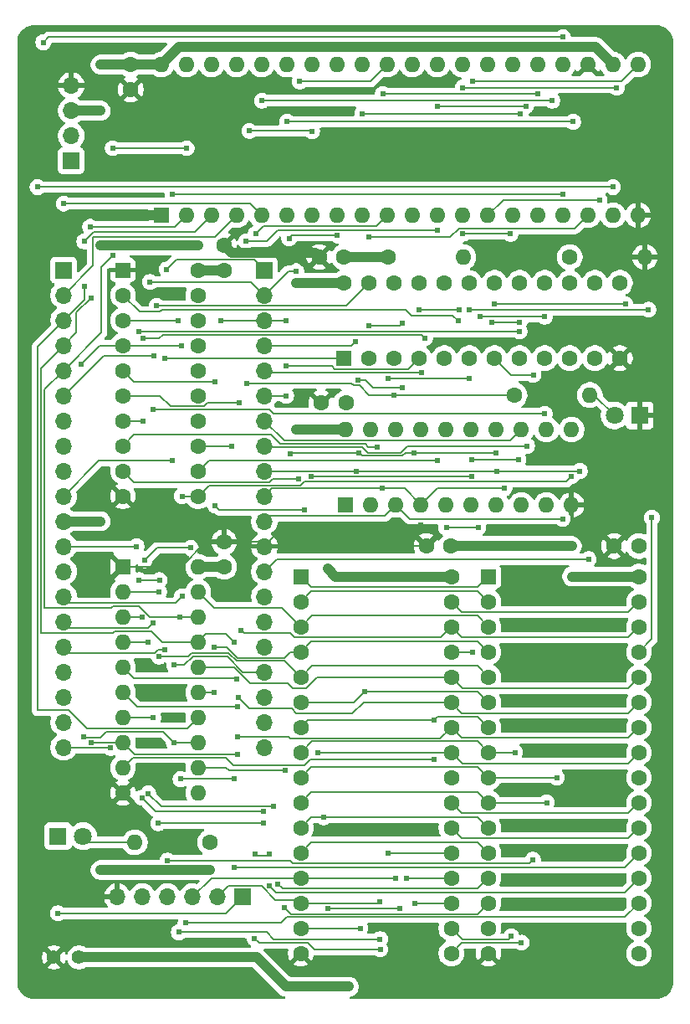
<source format=gtl>
%TF.GenerationSoftware,KiCad,Pcbnew,9.0.3*%
%TF.CreationDate,2025-07-12T16:14:16+09:00*%
%TF.ProjectId,R1.1,52312e31-2e6b-4696-9361-645f70636258,1.1*%
%TF.SameCoordinates,PX747b114PY92635dc*%
%TF.FileFunction,Copper,L1,Top*%
%TF.FilePolarity,Positive*%
%FSLAX46Y46*%
G04 Gerber Fmt 4.6, Leading zero omitted, Abs format (unit mm)*
G04 Created by KiCad (PCBNEW 9.0.3) date 2025-07-12 16:14:16*
%MOMM*%
%LPD*%
G01*
G04 APERTURE LIST*
G04 Aperture macros list*
%AMRoundRect*
0 Rectangle with rounded corners*
0 $1 Rounding radius*
0 $2 $3 $4 $5 $6 $7 $8 $9 X,Y pos of 4 corners*
0 Add a 4 corners polygon primitive as box body*
4,1,4,$2,$3,$4,$5,$6,$7,$8,$9,$2,$3,0*
0 Add four circle primitives for the rounded corners*
1,1,$1+$1,$2,$3*
1,1,$1+$1,$4,$5*
1,1,$1+$1,$6,$7*
1,1,$1+$1,$8,$9*
0 Add four rect primitives between the rounded corners*
20,1,$1+$1,$2,$3,$4,$5,0*
20,1,$1+$1,$4,$5,$6,$7,0*
20,1,$1+$1,$6,$7,$8,$9,0*
20,1,$1+$1,$8,$9,$2,$3,0*%
G04 Aperture macros list end*
%TA.AperFunction,ComponentPad*%
%ADD10O,1.700000X1.700000*%
%TD*%
%TA.AperFunction,ComponentPad*%
%ADD11R,1.700000X1.700000*%
%TD*%
%TA.AperFunction,ComponentPad*%
%ADD12RoundRect,0.250000X0.550000X-0.550000X0.550000X0.550000X-0.550000X0.550000X-0.550000X-0.550000X0*%
%TD*%
%TA.AperFunction,ComponentPad*%
%ADD13C,1.600000*%
%TD*%
%TA.AperFunction,ComponentPad*%
%ADD14O,1.600000X1.600000*%
%TD*%
%TA.AperFunction,ComponentPad*%
%ADD15C,1.400000*%
%TD*%
%TA.AperFunction,ComponentPad*%
%ADD16R,1.800000X1.800000*%
%TD*%
%TA.AperFunction,ComponentPad*%
%ADD17C,1.800000*%
%TD*%
%TA.AperFunction,ComponentPad*%
%ADD18R,1.600000X1.600000*%
%TD*%
%TA.AperFunction,ComponentPad*%
%ADD19RoundRect,0.250000X-0.550000X-0.550000X0.550000X-0.550000X0.550000X0.550000X-0.550000X0.550000X0*%
%TD*%
%TA.AperFunction,ViaPad*%
%ADD20C,0.605000*%
%TD*%
%TA.AperFunction,Conductor*%
%ADD21C,0.152400*%
%TD*%
%TA.AperFunction,Conductor*%
%ADD22C,0.200000*%
%TD*%
%TA.AperFunction,Conductor*%
%ADD23C,1.000000*%
%TD*%
G04 APERTURE END LIST*
D10*
X10430000Y10630000D03*
X12970000Y10630000D03*
X15510000Y10630000D03*
X18050000Y10630000D03*
X20590000Y10630000D03*
D11*
X23130000Y10630000D03*
D12*
X33380000Y65085000D03*
D13*
X35920000Y65085000D03*
X38460000Y65085000D03*
X41000000Y65085000D03*
X43540000Y65085000D03*
X46080000Y65085000D03*
X48620000Y65085000D03*
X51160000Y65085000D03*
X53700000Y65085000D03*
X56240000Y65085000D03*
X58780000Y65085000D03*
X61320000Y65085000D03*
X61320000Y72705000D03*
X58780000Y72705000D03*
X56240000Y72705000D03*
X53700000Y72705000D03*
X51160000Y72705000D03*
X48620000Y72705000D03*
X46080000Y72705000D03*
X43540000Y72705000D03*
X41000000Y72705000D03*
X38460000Y72705000D03*
X35920000Y72705000D03*
X33380000Y72705000D03*
X19840000Y16120000D03*
D14*
X12220000Y16120000D03*
D15*
X6560000Y4500000D03*
X4020000Y4500000D03*
D13*
X37840000Y75320000D03*
D14*
X45460000Y75320000D03*
D13*
X21230000Y74000000D03*
X21230000Y76500000D03*
D16*
X4440000Y16760000D03*
D17*
X6980000Y16760000D03*
D13*
X50650000Y61360000D03*
D14*
X58270000Y61360000D03*
D16*
X63310000Y59300000D03*
D17*
X60770000Y59300000D03*
D18*
X11000000Y44000000D03*
D14*
X11000000Y41460000D03*
X11000000Y38920000D03*
X11000000Y36380000D03*
X11000000Y33840000D03*
X11000000Y31300000D03*
X11000000Y28760000D03*
X11000000Y26220000D03*
X11000000Y23680000D03*
X11000000Y21140000D03*
X18620000Y21140000D03*
X18620000Y23680000D03*
X18620000Y26220000D03*
X18620000Y28760000D03*
X18620000Y31300000D03*
X18620000Y33840000D03*
X18620000Y36380000D03*
X18620000Y38920000D03*
X18620000Y41460000D03*
X18620000Y44000000D03*
D13*
X11800000Y94770000D03*
X11800000Y92270000D03*
X21260000Y43990000D03*
X21260000Y46490000D03*
X63240000Y46090000D03*
X60740000Y46090000D03*
D19*
X48000000Y43000000D03*
D13*
X48000000Y40460000D03*
X48000000Y37920000D03*
X48000000Y35380000D03*
X48000000Y32840000D03*
X48000000Y30300000D03*
X48000000Y27760000D03*
X48000000Y25220000D03*
X48000000Y22680000D03*
X48000000Y20140000D03*
X48000000Y17600000D03*
X48000000Y15060000D03*
X48000000Y12520000D03*
X48000000Y9980000D03*
X48000000Y7440000D03*
X48000000Y4900000D03*
X63240000Y4900000D03*
X63240000Y7440000D03*
X63240000Y9980000D03*
X63240000Y12520000D03*
X63240000Y15060000D03*
X63240000Y17600000D03*
X63240000Y20140000D03*
X63240000Y22680000D03*
X63240000Y25220000D03*
X63240000Y27760000D03*
X63240000Y30300000D03*
X63240000Y32840000D03*
X63240000Y35380000D03*
X63240000Y37920000D03*
X63240000Y40460000D03*
X63240000Y43000000D03*
X33380000Y75320000D03*
X30880000Y75320000D03*
D19*
X11000000Y74000000D03*
D13*
X11000000Y71460000D03*
X11000000Y68920000D03*
X11000000Y66380000D03*
X11000000Y63840000D03*
X11000000Y61300000D03*
X11000000Y58760000D03*
X11000000Y56220000D03*
X11000000Y53680000D03*
X11000000Y51140000D03*
X18620000Y51140000D03*
X18620000Y53680000D03*
X18620000Y56220000D03*
X18620000Y58760000D03*
X18620000Y61300000D03*
X18620000Y63840000D03*
X18620000Y66380000D03*
X18620000Y68920000D03*
X18620000Y71460000D03*
X18620000Y74000000D03*
D18*
X14910650Y79535000D03*
D14*
X17450650Y79535000D03*
X19990650Y79535000D03*
X22530650Y79535000D03*
X25070650Y79535000D03*
X27610650Y79535000D03*
X30150650Y79535000D03*
X32690650Y79535000D03*
X35230650Y79535000D03*
X37770650Y79535000D03*
X40310650Y79535000D03*
X42850650Y79535000D03*
X45390650Y79535000D03*
X47930650Y79535000D03*
X50470650Y79535000D03*
X53010650Y79535000D03*
X55550650Y79535000D03*
X58090650Y79535000D03*
X60630650Y79535000D03*
X63170650Y79535000D03*
X63170650Y94775000D03*
X60630650Y94775000D03*
X58090650Y94775000D03*
X55550650Y94775000D03*
X53010650Y94775000D03*
X50470650Y94775000D03*
X47930650Y94775000D03*
X45390650Y94775000D03*
X42850650Y94775000D03*
X40310650Y94775000D03*
X37770650Y94775000D03*
X35230650Y94775000D03*
X32690650Y94775000D03*
X30150650Y94775000D03*
X27610650Y94775000D03*
X25070650Y94775000D03*
X22530650Y94775000D03*
X19990650Y94775000D03*
X17450650Y94775000D03*
X14910650Y94775000D03*
D13*
X44230000Y46090000D03*
X41730000Y46090000D03*
X56240000Y75320000D03*
D14*
X63860000Y75320000D03*
D18*
X33565000Y50260000D03*
D14*
X36105000Y50260000D03*
X38645000Y50260000D03*
X41185000Y50260000D03*
X43725000Y50260000D03*
X46265000Y50260000D03*
X48805000Y50260000D03*
X51345000Y50260000D03*
X53885000Y50260000D03*
X56425000Y50260000D03*
X56425000Y57880000D03*
X53885000Y57880000D03*
X51345000Y57880000D03*
X48805000Y57880000D03*
X46265000Y57880000D03*
X43725000Y57880000D03*
X41185000Y57880000D03*
X38645000Y57880000D03*
X36105000Y57880000D03*
X33565000Y57880000D03*
D11*
X5770000Y85040000D03*
D10*
X5770000Y87580000D03*
X5770000Y90120000D03*
X5770000Y92660000D03*
D13*
X33575000Y60540000D03*
X31075000Y60540000D03*
D19*
X29000000Y43000000D03*
D13*
X29000000Y40460000D03*
X29000000Y37920000D03*
X29000000Y35380000D03*
X29000000Y32840000D03*
X29000000Y30300000D03*
X29000000Y27760000D03*
X29000000Y25220000D03*
X29000000Y22680000D03*
X29000000Y20140000D03*
X29000000Y17600000D03*
X29000000Y15060000D03*
X29000000Y12520000D03*
X29000000Y9980000D03*
X29000000Y7440000D03*
X29000000Y4900000D03*
X44240000Y4900000D03*
X44240000Y7440000D03*
X44240000Y9980000D03*
X44240000Y12520000D03*
X44240000Y15060000D03*
X44240000Y17600000D03*
X44240000Y20140000D03*
X44240000Y22680000D03*
X44240000Y25220000D03*
X44240000Y27760000D03*
X44240000Y30300000D03*
X44240000Y32840000D03*
X44240000Y35380000D03*
X44240000Y37920000D03*
X44240000Y40460000D03*
X44240000Y43000000D03*
D11*
X25320000Y74000000D03*
D10*
X25320000Y71460000D03*
X25320000Y68920000D03*
X25320000Y66380000D03*
X25320000Y63840000D03*
X25320000Y61300000D03*
X25320000Y58760000D03*
X25320000Y56220000D03*
X25320000Y53680000D03*
X25320000Y51140000D03*
X25320000Y48600000D03*
X25320000Y46060000D03*
X25320000Y43520000D03*
X25320000Y40980000D03*
X25320000Y38440000D03*
X25320000Y35900000D03*
X25320000Y33360000D03*
X25320000Y30820000D03*
X25320000Y28280000D03*
X25320000Y25740000D03*
D11*
X5000000Y74000000D03*
D10*
X5000000Y71460000D03*
X5000000Y68920000D03*
X5000000Y66380000D03*
X5000000Y63840000D03*
X5000000Y61300000D03*
X5000000Y58760000D03*
X5000000Y56220000D03*
X5000000Y53680000D03*
X5000000Y51140000D03*
X5000000Y48600000D03*
X5000000Y46060000D03*
X5000000Y43520000D03*
X5000000Y40980000D03*
X5000000Y38440000D03*
X5000000Y35900000D03*
X5000000Y33360000D03*
X5000000Y30820000D03*
X5000000Y28280000D03*
X5000000Y25740000D03*
D20*
X17328700Y7970000D03*
X14850000Y33670000D03*
X14920000Y26030000D03*
X15510000Y28570000D03*
X15200000Y30940000D03*
X15150000Y22620000D03*
X58440000Y6200000D03*
X58200000Y9930000D03*
X57570000Y12230000D03*
X57810000Y14850000D03*
X57810000Y17630000D03*
X59390000Y21760000D03*
X58840000Y25490000D03*
X59000000Y27870000D03*
X59080000Y30410000D03*
X58840000Y33990000D03*
X58760000Y37960000D03*
X59000000Y40810000D03*
X15410000Y90460000D03*
X22470000Y91180000D03*
X26200000Y85460000D03*
X48910000Y86090000D03*
X44150000Y85780000D03*
X39140000Y85140000D03*
X32950000Y85540000D03*
X41140000Y48220000D03*
X31530000Y17060000D03*
X35900000Y17310000D03*
X41970000Y17190000D03*
X63290000Y51580000D03*
X21840000Y48580000D03*
X65340000Y34070000D03*
X60150000Y50430000D03*
X52890000Y7270000D03*
X45010000Y1950000D03*
X17430000Y1840000D03*
X5800000Y21310000D03*
X33870000Y1530000D03*
X19840000Y13330000D03*
X8740000Y94770000D03*
X31060000Y57880000D03*
X28540000Y57870000D03*
X31720000Y43780000D03*
X18620000Y76520000D03*
X28540000Y72710000D03*
X8740000Y13330000D03*
X56470000Y43000000D03*
X12980000Y13330000D03*
X32690000Y96540000D03*
X12980000Y4500000D03*
X8740000Y90120000D03*
X8740000Y76520000D03*
X33870000Y43000000D03*
X8740000Y48599998D03*
X56470000Y46070000D03*
X33050000Y47110000D03*
X36140000Y47040000D03*
X27870000Y47110000D03*
X1140000Y70830000D03*
X14400000Y84420000D03*
X11800000Y79540000D03*
X63590000Y86640000D03*
X11000000Y48200000D03*
X6470000Y79490000D03*
X59360000Y87490000D03*
X60620000Y82390000D03*
X2360000Y82390000D03*
X7012629Y26834329D03*
X16665200Y7030000D03*
X16160000Y26220000D03*
X37040000Y6340000D03*
X7090000Y72320000D03*
X7090000Y76891054D03*
X24348700Y14968700D03*
X7690395Y78365395D03*
X25860000Y11710000D03*
X22240000Y36370000D03*
X7760000Y71160000D03*
X25859999Y14968700D03*
X17450000Y86320000D03*
X16730000Y38920000D03*
X9970000Y86320000D03*
X16838700Y22523547D03*
X22250000Y13590000D03*
X22250000Y22570000D03*
X9970000Y75460000D03*
X38590000Y12520000D03*
X55520000Y48840000D03*
X37010000Y10158700D03*
X37220000Y51930000D03*
X49620000Y51930000D03*
X59230000Y81110000D03*
X34600000Y53680000D03*
X48810000Y53680000D03*
X57250000Y53680000D03*
X35020000Y7440000D03*
X50230000Y77660000D03*
X51345000Y5980000D03*
X51930000Y56220000D03*
X45390000Y77660000D03*
X39300000Y62140000D03*
X34800000Y62880000D03*
X37838700Y15060000D03*
X34560000Y66790000D03*
X24450000Y77660000D03*
X41190000Y63600000D03*
X39710000Y12520000D03*
X14427400Y70370000D03*
X35920000Y77320000D03*
X14150000Y65320000D03*
X23451300Y76910000D03*
X50310000Y6608300D03*
X42840000Y78060000D03*
X48800000Y55541300D03*
X35890000Y68370000D03*
X40510000Y55541300D03*
X27952850Y55391053D03*
X40530000Y9980000D03*
X39280000Y68620000D03*
X34920000Y55541300D03*
X27527314Y61291386D03*
X53010000Y91810000D03*
X37320000Y91810000D03*
X38460000Y61360000D03*
X23530000Y62560000D03*
X58160000Y44760000D03*
X61000000Y92450000D03*
X45390000Y92450000D03*
X5000000Y80730000D03*
X22570000Y25020000D03*
X24320000Y6430000D03*
X37050000Y5320000D03*
X7770000Y26220000D03*
X14080000Y28760000D03*
X39050000Y9480000D03*
X12620000Y42640000D03*
X31750000Y9420000D03*
X15450000Y74070000D03*
X25240000Y18060000D03*
X14580000Y18060000D03*
X14690000Y42640000D03*
X13560000Y21080000D03*
X27370000Y9540000D03*
X26280000Y19770000D03*
X13530000Y36370000D03*
X13740000Y72800000D03*
X28540000Y73880000D03*
X32690000Y77510000D03*
X26701300Y11930000D03*
X12940000Y38920000D03*
X27530000Y68920000D03*
X12940000Y20640000D03*
X13190000Y44650000D03*
X27830000Y77200000D03*
X20900000Y68900000D03*
X17870000Y45900000D03*
X25230000Y19230000D03*
X16040000Y54710000D03*
X55540649Y81659999D03*
X16040000Y81660000D03*
X2950000Y97030000D03*
X55550000Y97540000D03*
X51260000Y89830000D03*
X12640000Y67780000D03*
X51160000Y67800000D03*
X12390000Y46060000D03*
X35230000Y89830000D03*
X51810000Y90570000D03*
X14080000Y38340000D03*
X14070000Y59880000D03*
X53700000Y59480000D03*
X42850000Y90570000D03*
X56420000Y53130000D03*
X16980000Y51140000D03*
X16980000Y40990000D03*
X6785000Y64515000D03*
X16960000Y66380000D03*
X16180000Y34040000D03*
X22050000Y56220000D03*
X30150000Y88050000D03*
X23790000Y88070000D03*
X16590000Y68920000D03*
X9760000Y25670000D03*
X22940000Y37590000D03*
X22810000Y60558700D03*
X20320000Y62700000D03*
X29391300Y49740000D03*
X20320000Y50190000D03*
X44940000Y68840000D03*
X4440000Y8950000D03*
X15240000Y35600000D03*
X15240000Y65080000D03*
X28890000Y93070000D03*
X27498700Y64278700D03*
X46430000Y93060000D03*
X45010000Y69950000D03*
X41000000Y69940000D03*
X46080000Y63050000D03*
X37820000Y63050000D03*
X43730000Y47950000D03*
X46970400Y47950400D03*
X46270000Y53140000D03*
X31290000Y18660000D03*
X30070000Y53140000D03*
X53890000Y20150000D03*
X54930000Y22680000D03*
X46270000Y54830000D03*
X51030000Y54830000D03*
X50700000Y25230000D03*
X42530557Y28491611D03*
X35510000Y31405200D03*
X52550000Y63380000D03*
X15520000Y14290000D03*
X52505000Y14365000D03*
X51160000Y68740000D03*
X48340000Y68740000D03*
X46360000Y35380000D03*
X36740000Y56090000D03*
X46080000Y69990000D03*
X64550000Y48970000D03*
X64200000Y69990000D03*
X25070000Y91130000D03*
X54460000Y91130000D03*
X53700000Y69280000D03*
X47175200Y69280000D03*
X13070000Y58760000D03*
X41580000Y67140000D03*
X13070000Y67110000D03*
X56580000Y88990000D03*
X27610000Y88990000D03*
X42820000Y54780000D03*
X48620000Y70540000D03*
X61850000Y70540000D03*
X28770000Y52898300D03*
X22596500Y29820000D03*
X22596500Y26840000D03*
X14660000Y34910000D03*
X14660000Y41460000D03*
X20250000Y35863500D03*
X20250000Y31300000D03*
X27390000Y23390000D03*
X30730000Y25210000D03*
X22650000Y30780000D03*
X22479886Y32640286D03*
X42540000Y24531300D03*
D21*
X8650000Y66380000D02*
X6785000Y64515000D01*
X11000000Y66380000D02*
X8650000Y66380000D01*
X39515000Y51930000D02*
X37220000Y51930000D01*
X41185000Y50260000D02*
X39515000Y51930000D01*
X26110000Y51930000D02*
X37220000Y51930000D01*
X25320000Y51140000D02*
X26110000Y51930000D01*
X14690000Y42640000D02*
X12620000Y42640000D01*
X41240000Y67480000D02*
X41580000Y67140000D01*
X14660000Y67110000D02*
X15030000Y67480000D01*
X13070000Y67110000D02*
X14660000Y67110000D01*
X15030000Y67480000D02*
X41240000Y67480000D01*
X34150000Y66380000D02*
X34560000Y66790000D01*
X25320000Y66380000D02*
X34150000Y66380000D01*
X37090000Y46090000D02*
X41730000Y46090000D01*
X36140000Y47040000D02*
X37090000Y46090000D01*
X33050000Y47110000D02*
X36070000Y47110000D01*
X36070000Y47110000D02*
X36140000Y47040000D01*
D22*
X26370000Y47110000D02*
X33050000Y47110000D01*
X25320000Y46060000D02*
X26370000Y47110000D01*
X24890000Y46490000D02*
X25320000Y46060000D01*
X21260000Y46490000D02*
X24890000Y46490000D01*
X19390000Y46490000D02*
X16900000Y44000000D01*
X21260000Y46490000D02*
X19390000Y46490000D01*
X16900000Y44000000D02*
X11000000Y44000000D01*
D23*
X31060000Y57880000D02*
X28550000Y57880000D01*
X8740000Y48600000D02*
X5000000Y48600000D01*
X56470000Y43000000D02*
X63240000Y43000000D01*
X11805000Y94775000D02*
X11800000Y94770000D01*
X12980000Y4500000D02*
X24540000Y4500000D01*
X32500000Y43000000D02*
X31720000Y43780000D01*
X21230000Y74000000D02*
X18620000Y74000000D01*
X28545000Y72705000D02*
X28540000Y72710000D01*
D21*
X56450000Y46090000D02*
X56470000Y46070000D01*
D23*
X12980000Y13330000D02*
X19840000Y13330000D01*
X5770000Y90120000D02*
X8740000Y90120000D01*
X44240000Y43000000D02*
X33870000Y43000000D01*
X8740000Y13330000D02*
X12980000Y13330000D01*
X32690000Y96540000D02*
X16675650Y96540000D01*
X6560000Y4500000D02*
X12980000Y4500000D01*
X27510000Y1530000D02*
X33870000Y1530000D01*
D21*
X18630000Y43990000D02*
X18620000Y44000000D01*
D23*
X24540000Y4500000D02*
X27510000Y1530000D01*
X33565000Y57880000D02*
X31060000Y57880000D01*
X33380000Y72705000D02*
X28545000Y72705000D01*
X33380000Y75320000D02*
X37840000Y75320000D01*
X11800000Y94770000D02*
X8740000Y94770000D01*
X18620000Y76520000D02*
X8740000Y76520000D01*
X21260000Y43990000D02*
X18630000Y43990000D01*
X14910650Y94775000D02*
X11805000Y94775000D01*
X16675650Y96540000D02*
X14910650Y94775000D01*
X58865650Y96540000D02*
X32690000Y96540000D01*
X44230000Y46090000D02*
X56450000Y46090000D01*
X60630650Y94775000D02*
X58865650Y96540000D01*
X33870000Y43000000D02*
X32500000Y43000000D01*
D21*
X11805000Y79535000D02*
X11800000Y79540000D01*
D23*
X30440800Y75759200D02*
X21970800Y75759200D01*
X21970800Y75759200D02*
X21230000Y76500000D01*
X14910650Y79535000D02*
X11805000Y79535000D01*
X30880000Y75320000D02*
X30440800Y75759200D01*
D21*
X60620000Y82390000D02*
X2360000Y82390000D01*
X16160000Y26220000D02*
X15070000Y27310000D01*
X7970000Y77340000D02*
X7970000Y74430000D01*
X20335650Y77340000D02*
X7970000Y77340000D01*
X9300000Y27310000D02*
X8742100Y26752100D01*
X8742100Y26752100D02*
X7094858Y26752100D01*
X18620000Y26220000D02*
X16160000Y26220000D01*
X15070000Y27310000D02*
X9300000Y27310000D01*
X37040000Y6340000D02*
X26280000Y6340000D01*
X7094858Y26752100D02*
X7012629Y26834329D01*
X22530650Y79535000D02*
X20335650Y77340000D01*
X7970000Y74430000D02*
X5000000Y71460000D01*
X25590000Y7030000D02*
X16665200Y7030000D01*
X26280000Y6340000D02*
X25590000Y7030000D01*
X17500000Y27640000D02*
X7370000Y27640000D01*
X2360000Y29470000D02*
X2360000Y66280000D01*
X5540000Y29470000D02*
X2360000Y29470000D01*
X5000000Y68920000D02*
X7090000Y71010000D01*
X18315650Y77860000D02*
X8058948Y77860000D01*
X18620000Y28760000D02*
X17500000Y27640000D01*
X7090000Y71010000D02*
X7090000Y72320000D01*
X7370000Y27640000D02*
X5540000Y29470000D01*
X8058948Y77860000D02*
X7090000Y76891054D01*
X19990650Y79535000D02*
X18315650Y77860000D01*
X2360000Y66280000D02*
X5000000Y68920000D01*
X2670000Y37260000D02*
X2670000Y64050000D01*
X2670000Y64050000D02*
X5000000Y66380000D01*
X17450650Y79535000D02*
X16281045Y78365395D01*
X16281045Y78365395D02*
X7690395Y78365395D01*
X24348700Y14968700D02*
X24517400Y14800000D01*
X61810000Y11090000D02*
X26480000Y11090000D01*
X24517400Y14800000D02*
X25691299Y14800000D01*
X18620000Y36380000D02*
X14970000Y36380000D01*
X18620000Y36380000D02*
X19419999Y37179999D01*
X6300000Y69700000D02*
X6300000Y67680000D01*
X21430001Y37179999D02*
X22240000Y36370000D01*
X25691299Y14800000D02*
X25859999Y14968700D01*
X26480000Y11090000D02*
X25860000Y11710000D01*
X7760000Y71160000D02*
X6300000Y69700000D01*
X19419999Y37179999D02*
X21430001Y37179999D01*
X63240000Y12520000D02*
X61810000Y11090000D01*
X14970000Y36380000D02*
X13900000Y37450000D01*
X6300000Y67680000D02*
X5000000Y66380000D01*
X13900000Y37450000D02*
X10150000Y37450000D01*
X10150000Y37450000D02*
X9960000Y37260000D01*
X9960000Y37260000D02*
X2670000Y37260000D01*
X17450000Y86320000D02*
X9970000Y86320000D01*
X18620000Y38920000D02*
X16730000Y38920000D01*
X22250000Y13590000D02*
X61770000Y13590000D01*
X10015200Y40005200D02*
X9840000Y39830000D01*
X5000000Y63840000D02*
X8830000Y67670000D01*
X8830000Y67670000D02*
X8830000Y74320000D01*
X13730000Y38920000D02*
X12644800Y40005200D01*
X22250000Y22570000D02*
X16885153Y22570000D01*
X8830000Y74320000D02*
X9970000Y75460000D01*
X12644800Y40005200D02*
X10015200Y40005200D01*
X61770000Y13590000D02*
X63240000Y15060000D01*
X16730000Y38920000D02*
X13730000Y38920000D01*
X16885153Y22570000D02*
X16838700Y22523547D01*
X3080000Y39830000D02*
X3080000Y61920000D01*
X9840000Y39830000D02*
X3080000Y39830000D01*
X3080000Y61920000D02*
X5000000Y63840000D01*
X38645000Y50260000D02*
X37495000Y49110000D01*
X19950000Y12520000D02*
X29000000Y12520000D01*
X18060000Y10630000D02*
X19950000Y12520000D01*
X40065000Y48840000D02*
X38645000Y50260000D01*
X25830000Y49110000D02*
X25320000Y48600000D01*
X38590000Y12520000D02*
X29000000Y12520000D01*
X37495000Y49110000D02*
X25830000Y49110000D01*
X55520000Y48840000D02*
X40065000Y48840000D01*
X20600000Y10630000D02*
X21679600Y11709600D01*
X25030400Y11709600D02*
X26420000Y10320000D01*
X36831300Y9980000D02*
X37010000Y10158700D01*
X29000000Y9980000D02*
X36831300Y9980000D01*
X21679600Y11709600D02*
X25030400Y11709600D01*
X42855000Y51930000D02*
X41185000Y50260000D01*
X26420000Y10320000D02*
X28660000Y10320000D01*
X49620000Y51930000D02*
X42855000Y51930000D01*
X28660000Y10320000D02*
X29000000Y9980000D01*
X29000000Y7440000D02*
X35020000Y7440000D01*
X59230000Y81110000D02*
X49505650Y81110000D01*
X48810000Y53680000D02*
X57250000Y53680000D01*
X34600000Y53680000D02*
X48810000Y53680000D01*
X49505650Y81110000D02*
X47930650Y79535000D01*
X25320000Y53680000D02*
X34600000Y53680000D01*
X25444800Y56095200D02*
X35204800Y56095200D01*
X39800000Y56220000D02*
X51930000Y56220000D01*
X44240000Y4900000D02*
X45320000Y5980000D01*
X39091300Y55511300D02*
X39800000Y56220000D01*
X45320000Y5980000D02*
X51345000Y5980000D01*
X35788700Y55511300D02*
X39091300Y55511300D01*
X35204800Y56095200D02*
X35788700Y55511300D01*
X45390000Y77660000D02*
X50230000Y77660000D01*
X25320000Y56220000D02*
X25444800Y56095200D01*
X36300000Y62140000D02*
X35560000Y62880000D01*
X39300000Y62140000D02*
X36300000Y62140000D01*
X35560000Y62880000D02*
X34800000Y62880000D01*
X44240000Y15060000D02*
X37838700Y15060000D01*
X24450000Y77660000D02*
X25220000Y78430000D01*
X44240000Y12520000D02*
X39710000Y12520000D01*
X41190000Y63600000D02*
X25560000Y63600000D01*
X36670000Y78430000D02*
X37770650Y79530650D01*
X25560000Y63600000D02*
X25320000Y63840000D01*
X25220000Y78430000D02*
X36670000Y78430000D01*
X44120000Y77320000D02*
X35920000Y77320000D01*
X5000000Y61300000D02*
X9020000Y65320000D01*
X58090650Y79535000D02*
X56765650Y78210000D01*
X45010000Y78210000D02*
X44120000Y77320000D01*
X56765650Y78210000D02*
X45010000Y78210000D01*
X35920000Y72705000D02*
X33585000Y70370000D01*
X33585000Y70370000D02*
X14427400Y70370000D01*
X9020000Y65320000D02*
X14150000Y65320000D01*
X44240000Y7440000D02*
X45385200Y6294800D01*
X26690000Y78060000D02*
X25540000Y76910000D01*
X45385200Y6294800D02*
X49996500Y6294800D01*
X50239800Y56774800D02*
X51345000Y57880000D01*
X42840000Y78060000D02*
X26690000Y78060000D01*
X49996500Y6294800D02*
X50310000Y6608300D01*
X27305200Y56774800D02*
X50239800Y56774800D01*
X25540000Y76910000D02*
X23451300Y76910000D01*
X25320000Y58760000D02*
X27305200Y56774800D01*
X40510000Y55541300D02*
X39651300Y55541300D01*
X34920000Y55541300D02*
X28103097Y55541300D01*
X35890000Y68370000D02*
X39030000Y68370000D01*
X40530000Y9980000D02*
X44240000Y9980000D01*
X27518700Y61300000D02*
X27527314Y61291386D01*
X34920000Y55510000D02*
X34920000Y55541300D01*
X28103097Y55541300D02*
X27952850Y55391053D01*
X35223500Y55206500D02*
X34920000Y55510000D01*
X25320000Y61300000D02*
X27518700Y61300000D01*
X39030000Y68370000D02*
X39280000Y68620000D01*
X39316500Y55206500D02*
X35223500Y55206500D01*
X40510000Y55541300D02*
X48800000Y55541300D01*
X39651300Y55541300D02*
X39316500Y55206500D01*
X58710000Y61360000D02*
X58270000Y61360000D01*
X60770000Y59300000D02*
X58710000Y61360000D01*
X53010000Y91810000D02*
X37320000Y91810000D01*
X34960000Y62320000D02*
X34400173Y62320000D01*
X50650000Y61360000D02*
X38460000Y61360000D01*
X34160173Y62560000D02*
X23530000Y62560000D01*
X35920000Y61360000D02*
X34960000Y62320000D01*
X38460000Y61360000D02*
X35920000Y61360000D01*
X34400173Y62320000D02*
X34160173Y62560000D01*
X61000000Y92450000D02*
X45390000Y92450000D01*
X58160000Y44760000D02*
X26560000Y44760000D01*
X26560000Y44760000D02*
X25320000Y43520000D01*
X30420000Y5280000D02*
X37010000Y5280000D01*
X37010000Y5280000D02*
X37050000Y5320000D01*
X7770000Y26220000D02*
X11000000Y26220000D01*
X12200000Y25020000D02*
X22570000Y25020000D01*
X29750000Y5950000D02*
X30420000Y5280000D01*
X24320000Y6430000D02*
X24800000Y5950000D01*
X23875650Y80730000D02*
X25070650Y79535000D01*
X24800000Y5950000D02*
X29750000Y5950000D01*
X5000000Y80730000D02*
X23875650Y80730000D01*
X11000000Y26220000D02*
X12200000Y25020000D01*
X25320000Y74000000D02*
X24290400Y75029600D01*
X14580000Y18060000D02*
X25240000Y18060000D01*
X16409600Y75029600D02*
X15450000Y74070000D01*
X24290400Y75029600D02*
X16409600Y75029600D01*
X11000000Y28760000D02*
X14080000Y28760000D01*
X31810000Y9480000D02*
X31750000Y9420000D01*
X39050000Y9480000D02*
X31810000Y9480000D01*
X25320000Y71460000D02*
X23980000Y72800000D01*
X13560000Y21080000D02*
X14870000Y19770000D01*
X23980000Y72800000D02*
X13740000Y72800000D01*
X27740000Y73880000D02*
X28540000Y73880000D01*
X25320000Y71460000D02*
X27740000Y73880000D01*
X48000000Y9980000D02*
X46894800Y8874800D01*
X28035200Y8874800D02*
X27370000Y9540000D01*
X13520000Y36380000D02*
X13530000Y36370000D01*
X11000000Y36380000D02*
X13520000Y36380000D01*
X46894800Y8874800D02*
X28035200Y8874800D01*
X14870000Y19770000D02*
X26280000Y19770000D01*
X14440000Y45900000D02*
X13190000Y44650000D01*
X46920000Y11440000D02*
X27190000Y11440000D01*
X27190000Y11440000D02*
X26701300Y11928700D01*
X32690000Y77510000D02*
X28140000Y77510000D01*
X11000000Y38920000D02*
X12940000Y38920000D01*
X14350000Y19230000D02*
X25230000Y19230000D01*
X25320000Y68920000D02*
X27530000Y68920000D01*
X17870000Y45900000D02*
X14440000Y45900000D01*
X26701300Y11928700D02*
X26701300Y11930000D01*
X12940000Y20640000D02*
X14350000Y19230000D01*
X25320000Y68920000D02*
X20920000Y68920000D01*
X48000000Y12520000D02*
X46920000Y11440000D01*
X28140000Y77510000D02*
X27830000Y77200000D01*
X16040000Y81660000D02*
X55540648Y81660000D01*
X8570000Y54710000D02*
X16040000Y54710000D01*
X5000000Y51140000D02*
X8570000Y54710000D01*
X55550000Y97540000D02*
X3460000Y97540000D01*
X3460000Y97540000D02*
X2950000Y97030000D01*
X35230000Y89830000D02*
X51260000Y89830000D01*
X12640000Y67780000D02*
X12660000Y67800000D01*
X12660000Y67800000D02*
X51160000Y67800000D01*
X12390000Y46060000D02*
X5000000Y46060000D01*
X42850000Y90570000D02*
X51810000Y90570000D01*
X53700000Y59480000D02*
X26260000Y59480000D01*
X5650000Y37790000D02*
X5000000Y38440000D01*
X13530000Y37790000D02*
X5650000Y37790000D01*
X25860000Y59880000D02*
X14070000Y59880000D01*
X26260000Y59480000D02*
X25860000Y59880000D01*
X14080000Y38340000D02*
X13530000Y37790000D01*
X18620000Y51140000D02*
X16980000Y51140000D01*
X5670000Y40310000D02*
X5000000Y40980000D01*
X55898700Y52608700D02*
X56420000Y53130000D01*
X16980000Y40990000D02*
X16300000Y40310000D01*
X16300000Y40310000D02*
X5670000Y40310000D01*
X28980000Y52240000D02*
X29348700Y52608700D01*
X19720000Y52240000D02*
X28980000Y52240000D01*
X18620000Y51140000D02*
X19720000Y52240000D01*
X29348700Y52608700D02*
X55898700Y52608700D01*
X16960000Y66380000D02*
X11000000Y66380000D01*
X22050000Y56220000D02*
X18620000Y56220000D01*
X30130000Y88070000D02*
X23790000Y88070000D01*
X17170000Y34040000D02*
X16180000Y34040000D01*
X18080000Y34950000D02*
X17170000Y34040000D01*
X23152466Y33360000D02*
X21562466Y34950000D01*
X21562466Y34950000D02*
X18080000Y34950000D01*
X25320000Y33360000D02*
X23152466Y33360000D01*
X5000000Y25740000D02*
X5070000Y25670000D01*
X11000000Y68920000D02*
X16590000Y68920000D01*
X5070000Y25670000D02*
X9760000Y25670000D01*
X44240000Y37920000D02*
X43170000Y36850000D01*
X43170000Y36850000D02*
X28360000Y36850000D01*
X28360000Y36850000D02*
X27950000Y37260000D01*
X62160000Y36840000D02*
X63240000Y37920000D01*
X19190000Y60220000D02*
X19528700Y60558700D01*
X15810000Y60220000D02*
X19190000Y60220000D01*
X19528700Y60558700D02*
X22810000Y60558700D01*
X27950000Y37260000D02*
X23270000Y37260000D01*
X11000000Y61300000D02*
X14730000Y61300000D01*
X45320000Y36840000D02*
X62160000Y36840000D01*
X23270000Y37260000D02*
X22940000Y37590000D01*
X14730000Y61300000D02*
X15810000Y60220000D01*
X44240000Y37920000D02*
X45320000Y36840000D01*
X29000000Y40460000D02*
X30080000Y41540000D01*
X30080000Y41540000D02*
X46920000Y41540000D01*
X20320000Y50190000D02*
X20770000Y49740000D01*
X12140000Y62700000D02*
X20320000Y62700000D01*
X20770000Y49740000D02*
X29391300Y49740000D01*
X46920000Y41540000D02*
X48000000Y40460000D01*
X11000000Y63840000D02*
X12140000Y62700000D01*
X45305200Y39394800D02*
X62174800Y39394800D01*
X14959600Y69999600D02*
X39650400Y69999600D01*
X14740000Y69780000D02*
X14959600Y69999600D01*
X62174800Y39394800D02*
X63240000Y40460000D01*
X12680000Y69780000D02*
X14740000Y69780000D01*
X40250000Y69400000D02*
X44380000Y69400000D01*
X39650400Y69999600D02*
X40250000Y69400000D01*
X11000000Y71460000D02*
X12680000Y69780000D01*
X44240000Y40460000D02*
X45305200Y39394800D01*
X44380000Y69400000D02*
X44940000Y68840000D01*
X15245000Y65085000D02*
X15240000Y65080000D01*
X33380000Y65085000D02*
X15245000Y65085000D01*
X21460000Y8950000D02*
X4440000Y8950000D01*
X23140000Y10630000D02*
X21460000Y8950000D01*
X5600000Y35300000D02*
X5000000Y35900000D01*
X14220000Y35300000D02*
X5600000Y35300000D01*
X14520000Y35600000D02*
X14220000Y35300000D01*
X15240000Y35600000D02*
X14520000Y35600000D01*
X36065650Y93070000D02*
X37770650Y94775000D01*
X28890000Y93070000D02*
X36065650Y93070000D01*
X32161300Y64278700D02*
X27498700Y64278700D01*
X41000000Y69940000D02*
X41010000Y69950000D01*
X46430000Y93060000D02*
X61455650Y93060000D01*
X32445200Y63994800D02*
X32161300Y64278700D01*
X41000000Y65085000D02*
X39909800Y63994800D01*
X61455650Y93060000D02*
X63170650Y94775000D01*
X41010000Y69950000D02*
X45010000Y69950000D01*
X39909800Y63994800D02*
X32445200Y63994800D01*
X46080000Y63050000D02*
X37820000Y63050000D01*
X46970000Y47950000D02*
X46970400Y47950400D01*
X29000000Y15060000D02*
X30070000Y16130000D01*
X43730000Y47950000D02*
X46970000Y47950000D01*
X30070000Y16130000D02*
X46930000Y16130000D01*
X46930000Y16130000D02*
X48000000Y15060000D01*
X46270000Y53140000D02*
X30070000Y53140000D01*
X30060000Y18660000D02*
X31290000Y18660000D01*
X29000000Y17600000D02*
X30060000Y18660000D01*
X46940000Y18660000D02*
X48000000Y17600000D01*
X31290000Y18660000D02*
X46940000Y18660000D01*
X53890000Y20150000D02*
X53880000Y20140000D01*
X30060000Y21200000D02*
X46940000Y21200000D01*
X29000000Y20140000D02*
X30060000Y21200000D01*
X53880000Y20140000D02*
X48000000Y20140000D01*
X46940000Y21200000D02*
X48000000Y20140000D01*
X12220000Y16120000D02*
X7620000Y16120000D01*
X7620000Y16120000D02*
X6980000Y16760000D01*
X29000000Y22680000D02*
X30070000Y23750000D01*
X54930000Y22680000D02*
X48000000Y22680000D01*
X30070000Y23750000D02*
X46930000Y23750000D01*
X46930000Y23750000D02*
X48000000Y22680000D01*
X50690000Y25220000D02*
X48000000Y25220000D01*
X30115200Y26335200D02*
X46884800Y26335200D01*
X29000000Y25220000D02*
X30115200Y26335200D01*
X46884800Y26335200D02*
X48000000Y25220000D01*
X46270000Y54830000D02*
X51030000Y54830000D01*
X50700000Y25230000D02*
X50690000Y25220000D01*
X29731611Y28491611D02*
X42530557Y28491611D01*
X48000000Y27760000D02*
X46920000Y28840000D01*
X46920000Y28840000D02*
X42878946Y28840000D01*
X29000000Y27760000D02*
X29731611Y28491611D01*
X42878946Y28840000D02*
X42530557Y28491611D01*
X46894800Y31405200D02*
X35510000Y31405200D01*
X29000000Y30300000D02*
X34404800Y30300000D01*
X34404800Y30300000D02*
X35510000Y31405200D01*
X48000000Y30300000D02*
X46894800Y31405200D01*
X50325000Y63380000D02*
X48620000Y65085000D01*
X52140000Y14000000D02*
X52505000Y14365000D01*
X28230000Y14000000D02*
X52140000Y14000000D01*
X15520000Y14290000D02*
X27940000Y14290000D01*
X52550000Y63380000D02*
X50325000Y63380000D01*
X27940000Y14290000D02*
X28230000Y14000000D01*
X51160000Y68740000D02*
X48340000Y68740000D01*
X44240000Y35380000D02*
X46360000Y35380000D01*
X35840000Y56090000D02*
X36740000Y56090000D01*
X11000000Y56220000D02*
X12110000Y57330000D01*
X26950000Y56400000D02*
X35530000Y56400000D01*
X35530000Y56400000D02*
X35840000Y56090000D01*
X12110000Y57330000D02*
X26020000Y57330000D01*
X26020000Y57330000D02*
X26950000Y56400000D01*
X46080000Y69990000D02*
X64200000Y69990000D01*
X64550000Y36690000D02*
X64550000Y48970000D01*
X63240000Y35380000D02*
X64550000Y36690000D01*
X25070000Y91130000D02*
X54460000Y91130000D01*
X62180000Y16540000D02*
X63240000Y17600000D01*
X45300000Y16540000D02*
X62180000Y16540000D01*
X44240000Y17600000D02*
X45300000Y16540000D01*
X47175200Y69280000D02*
X53700000Y69280000D01*
X11000000Y58760000D02*
X13070000Y58760000D01*
X27610000Y88990000D02*
X56580000Y88990000D01*
X19720000Y54780000D02*
X42820000Y54780000D01*
X18620000Y53680000D02*
X19720000Y54780000D01*
X48620000Y70540000D02*
X61850000Y70540000D01*
X25845850Y52560000D02*
X26184150Y52898300D01*
X46930000Y41930000D02*
X30070000Y41930000D01*
X11000000Y53680000D02*
X12120000Y52560000D01*
X12120000Y52560000D02*
X25845850Y52560000D01*
X26184150Y52898300D02*
X28770000Y52898300D01*
X48000000Y43000000D02*
X46930000Y41930000D01*
X30070000Y41930000D02*
X29000000Y43000000D01*
X23860000Y32220000D02*
X22240000Y33840000D01*
X28210000Y31730000D02*
X27720000Y32220000D01*
X22240000Y33840000D02*
X18620000Y33840000D01*
X27720000Y32220000D02*
X23860000Y32220000D01*
X45370000Y31710000D02*
X62110000Y31710000D01*
X44240000Y32840000D02*
X45370000Y31710000D01*
X62110000Y31710000D02*
X63240000Y32840000D01*
X30640000Y32840000D02*
X29530000Y31730000D01*
X44240000Y32840000D02*
X30640000Y32840000D01*
X29530000Y31730000D02*
X28210000Y31730000D01*
X27080000Y39840000D02*
X20240000Y39840000D01*
X29000000Y37920000D02*
X30130000Y39050000D01*
X20240000Y39840000D02*
X18620000Y41460000D01*
X30130000Y39050000D02*
X46870000Y39050000D01*
X29000000Y37920000D02*
X27080000Y39840000D01*
X46870000Y39050000D02*
X48000000Y37920000D01*
X27770000Y26840000D02*
X22596500Y26840000D01*
X43120000Y26640000D02*
X27970000Y26640000D01*
X11000000Y31300000D02*
X12480000Y29820000D01*
X62160000Y26680000D02*
X63240000Y27760000D01*
X12480000Y29820000D02*
X22596500Y29820000D01*
X44240000Y27760000D02*
X45320000Y26680000D01*
X27970000Y26640000D02*
X27770000Y26840000D01*
X45320000Y26680000D02*
X62160000Y26680000D01*
X44240000Y27760000D02*
X43120000Y26640000D01*
X17960000Y35280000D02*
X17590000Y34910000D01*
X27374800Y34465200D02*
X22478318Y34465200D01*
X22478318Y34465200D02*
X21663518Y35280000D01*
X30120000Y33960000D02*
X46880000Y33960000D01*
X11000000Y41460000D02*
X14660000Y41460000D01*
X46880000Y33960000D02*
X48000000Y32840000D01*
X21663518Y35280000D02*
X17960000Y35280000D01*
X29000000Y32840000D02*
X27374800Y34465200D01*
X17590000Y34910000D02*
X14660000Y34910000D01*
X29000000Y32840000D02*
X30120000Y33960000D01*
X48000000Y35380000D02*
X46920000Y36460000D01*
X46920000Y36460000D02*
X30080000Y36460000D01*
X18620000Y31300000D02*
X20250000Y31300000D01*
X29000000Y35380000D02*
X27970000Y35380000D01*
X27970000Y35380000D02*
X27360000Y34770000D01*
X21511070Y35863500D02*
X20250000Y35863500D01*
X22604570Y34770000D02*
X21511070Y35863500D01*
X30080000Y36460000D02*
X29000000Y35380000D01*
X27360000Y34770000D02*
X22604570Y34770000D01*
X30740000Y25220000D02*
X44240000Y25220000D01*
X30730000Y25210000D02*
X30740000Y25220000D01*
X21440000Y23680000D02*
X21740000Y23380000D01*
X21740000Y23380000D02*
X21750000Y23390000D01*
X18620000Y23680000D02*
X21440000Y23680000D01*
X44240000Y25220000D02*
X45370000Y24090000D01*
X21750000Y23390000D02*
X27390000Y23390000D01*
X45370000Y24090000D02*
X62110000Y24090000D01*
X62110000Y24090000D02*
X63240000Y25220000D01*
X44240000Y30300000D02*
X45330000Y29210000D01*
X44240000Y30300000D02*
X35370000Y30300000D01*
X28070000Y29650000D02*
X23780000Y29650000D01*
X45330000Y29210000D02*
X62150000Y29210000D01*
X28550000Y29170000D02*
X28070000Y29650000D01*
X62150000Y29210000D02*
X63240000Y30300000D01*
X34240000Y29170000D02*
X28550000Y29170000D01*
X12090000Y32750000D02*
X22370172Y32750000D01*
X35370000Y30300000D02*
X34240000Y29170000D01*
X11000000Y33840000D02*
X12090000Y32750000D01*
X23780000Y29650000D02*
X22650000Y30780000D01*
X22370172Y32750000D02*
X22479886Y32640286D01*
X22200000Y23930000D02*
X29360000Y23930000D01*
X62180000Y19080000D02*
X63240000Y20140000D01*
X21420400Y24709600D02*
X22200000Y23930000D01*
X29360000Y23930000D02*
X29961300Y24531300D01*
X44240000Y20140000D02*
X45300000Y19080000D01*
X12029600Y24709600D02*
X21420400Y24709600D01*
X29961300Y24531300D02*
X42540000Y24531300D01*
X11000000Y23680000D02*
X12029600Y24709600D01*
X45300000Y19080000D02*
X62180000Y19080000D01*
X27620000Y8570000D02*
X27020000Y7970000D01*
X27020000Y7970000D02*
X17328700Y7970000D01*
X63240000Y9980000D02*
X61830000Y8570000D01*
X61830000Y8570000D02*
X27620000Y8570000D01*
%TA.AperFunction,Conductor*%
G36*
X57690650Y94722339D02*
G01*
X57717909Y94620606D01*
X57770570Y94529394D01*
X57845044Y94454920D01*
X57936256Y94402259D01*
X58037989Y94375000D01*
X58044203Y94375000D01*
X57342220Y93673019D01*
X57280897Y93639534D01*
X57254539Y93636700D01*
X56550897Y93636700D01*
X56483858Y93656385D01*
X56438103Y93709189D01*
X56428159Y93778347D01*
X56457184Y93841903D01*
X56463216Y93848381D01*
X56498207Y93883372D01*
X56542616Y93927781D01*
X56542618Y93927785D01*
X56542621Y93927787D01*
X56662936Y94093389D01*
X56663065Y94093641D01*
X56710445Y94186631D01*
X56758419Y94237427D01*
X56826240Y94254222D01*
X56892375Y94231685D01*
X56931415Y94186631D01*
X56978791Y94093650D01*
X56978797Y94093641D01*
X57011173Y94049079D01*
X57011174Y94049078D01*
X57690650Y94728554D01*
X57690650Y94722339D01*
G37*
%TD.AperFunction*%
%TA.AperFunction,Conductor*%
G36*
X59170124Y94049079D02*
G01*
X59202511Y94093653D01*
X59202511Y94093654D01*
X59249884Y94186629D01*
X59297858Y94237425D01*
X59365678Y94254221D01*
X59431814Y94231684D01*
X59470853Y94186631D01*
X59518363Y94093389D01*
X59638678Y93927787D01*
X59718084Y93848381D01*
X59751569Y93787058D01*
X59746585Y93717366D01*
X59704713Y93661433D01*
X59639249Y93637016D01*
X59630403Y93636700D01*
X58926760Y93636700D01*
X58859721Y93656385D01*
X58839079Y93673019D01*
X58137097Y94375000D01*
X58143311Y94375000D01*
X58245044Y94402259D01*
X58336256Y94454920D01*
X58410730Y94529394D01*
X58463391Y94620606D01*
X58490650Y94722339D01*
X58490650Y94728553D01*
X59170124Y94049079D01*
G37*
%TD.AperFunction*%
%TA.AperFunction,Conductor*%
G36*
X65004418Y98759184D02*
G01*
X65233020Y98742835D01*
X65250529Y98740317D01*
X65470144Y98692542D01*
X65487103Y98687563D01*
X65697694Y98609017D01*
X65713777Y98601673D01*
X65911036Y98493960D01*
X65925919Y98484395D01*
X66105836Y98349711D01*
X66119207Y98338125D01*
X66278124Y98179208D01*
X66289710Y98165837D01*
X66424394Y97985920D01*
X66433959Y97971037D01*
X66541669Y97773783D01*
X66549019Y97757689D01*
X66627559Y97547113D01*
X66632543Y97530138D01*
X66680316Y97310530D01*
X66682834Y97293018D01*
X66699184Y97064419D01*
X66699500Y97055573D01*
X66699500Y2004428D01*
X66699184Y1995582D01*
X66682834Y1766983D01*
X66680316Y1749471D01*
X66632543Y1529863D01*
X66627559Y1512888D01*
X66549019Y1302312D01*
X66541669Y1286218D01*
X66433959Y1088964D01*
X66424394Y1074081D01*
X66289710Y894164D01*
X66278124Y880793D01*
X66119207Y721876D01*
X66105836Y710290D01*
X65925919Y575606D01*
X65911036Y566041D01*
X65713782Y458331D01*
X65697688Y450981D01*
X65487112Y372441D01*
X65470137Y367457D01*
X65250529Y319684D01*
X65233017Y317166D01*
X65004418Y300816D01*
X64995572Y300500D01*
X34076273Y300500D01*
X34009234Y320185D01*
X33963479Y372989D01*
X33953535Y442147D01*
X33982560Y505703D01*
X34041338Y543477D01*
X34052082Y546117D01*
X34103703Y556386D01*
X34161835Y567949D01*
X34343914Y643368D01*
X34507782Y752861D01*
X34647139Y892218D01*
X34756632Y1056086D01*
X34832051Y1238165D01*
X34870500Y1431459D01*
X34870500Y1628541D01*
X34870500Y1628544D01*
X34832052Y1821830D01*
X34832051Y1821831D01*
X34832051Y1821835D01*
X34815893Y1860845D01*
X34756635Y2003908D01*
X34756628Y2003921D01*
X34647139Y2167782D01*
X34647136Y2167786D01*
X34507785Y2307137D01*
X34507781Y2307140D01*
X34343920Y2416629D01*
X34343907Y2416636D01*
X34161839Y2492050D01*
X34161829Y2492053D01*
X33968543Y2530500D01*
X33968541Y2530500D01*
X27975783Y2530500D01*
X27908744Y2550185D01*
X27888102Y2566819D01*
X26674817Y3780104D01*
X25324209Y5130711D01*
X25317140Y5137780D01*
X25317139Y5137782D01*
X25293298Y5161623D01*
X25261810Y5219292D01*
X25259817Y5222942D01*
X25259817Y5222943D01*
X25259816Y5222944D01*
X25263781Y5278368D01*
X25264801Y5292634D01*
X25306673Y5348567D01*
X25306673Y5348568D01*
X25306674Y5348568D01*
X25337685Y5360134D01*
X25372137Y5372984D01*
X25380983Y5373300D01*
X27616212Y5373300D01*
X27683251Y5353615D01*
X27729006Y5300811D01*
X27738950Y5231653D01*
X27734144Y5210986D01*
X27732010Y5204420D01*
X27732009Y5204414D01*
X27700000Y5002318D01*
X27700000Y4797683D01*
X27732009Y4595583D01*
X27795244Y4400969D01*
X27888141Y4218650D01*
X27888147Y4218641D01*
X27920523Y4174079D01*
X27920524Y4174078D01*
X28600000Y4853554D01*
X28600000Y4847339D01*
X28627259Y4745606D01*
X28679920Y4654394D01*
X28754394Y4579920D01*
X28845606Y4527259D01*
X28947339Y4500000D01*
X28953553Y4500000D01*
X28274076Y3820526D01*
X28318650Y3788141D01*
X28500968Y3695245D01*
X28695582Y3632010D01*
X28897683Y3600000D01*
X29102317Y3600000D01*
X29304417Y3632010D01*
X29499031Y3695245D01*
X29681349Y3788141D01*
X29725921Y3820526D01*
X29046447Y4500000D01*
X29052661Y4500000D01*
X29154394Y4527259D01*
X29245606Y4579920D01*
X29320080Y4654394D01*
X29372741Y4745606D01*
X29400000Y4847339D01*
X29400000Y4853553D01*
X30079474Y4174079D01*
X30111859Y4218651D01*
X30204755Y4400969D01*
X30267988Y4595579D01*
X30267988Y4595580D01*
X30268482Y4598693D01*
X30268996Y4599780D01*
X30269124Y4600309D01*
X30269235Y4600283D01*
X30298409Y4661829D01*
X30357718Y4698762D01*
X30390956Y4703300D01*
X30495924Y4703300D01*
X36489980Y4703300D01*
X36557019Y4683615D01*
X36558871Y4682402D01*
X36669630Y4608395D01*
X36669639Y4608390D01*
X36689211Y4600283D01*
X36815774Y4547859D01*
X36815778Y4547859D01*
X36815779Y4547858D01*
X36970908Y4517000D01*
X36970911Y4517000D01*
X37129091Y4517000D01*
X37277127Y4546447D01*
X37284226Y4547859D01*
X37430363Y4608391D01*
X37561882Y4696269D01*
X37673731Y4808118D01*
X37761609Y4939637D01*
X37822141Y5085774D01*
X37845741Y5204419D01*
X37853000Y5240909D01*
X37853000Y5399092D01*
X37822142Y5554221D01*
X37822141Y5554222D01*
X37822141Y5554226D01*
X37772533Y5673990D01*
X37761610Y5700361D01*
X37761605Y5700370D01*
X37716020Y5768593D01*
X37695142Y5835271D01*
X37713627Y5902651D01*
X37716021Y5906376D01*
X37751604Y5959629D01*
X37751605Y5959632D01*
X37751609Y5959637D01*
X37812141Y6105774D01*
X37824614Y6168477D01*
X37843000Y6260909D01*
X37843000Y6419092D01*
X37812142Y6574221D01*
X37812141Y6574222D01*
X37812141Y6574226D01*
X37763519Y6691609D01*
X37751610Y6720361D01*
X37751605Y6720370D01*
X37663731Y6851882D01*
X37663728Y6851886D01*
X37551885Y6963729D01*
X37551881Y6963732D01*
X37420369Y7051606D01*
X37420360Y7051611D01*
X37274226Y7112141D01*
X37274220Y7112143D01*
X37119091Y7143000D01*
X37119089Y7143000D01*
X36960911Y7143000D01*
X36960909Y7143000D01*
X36805779Y7112143D01*
X36805773Y7112141D01*
X36659639Y7051611D01*
X36659630Y7051606D01*
X36528118Y6963732D01*
X36528114Y6963729D01*
X36517405Y6953019D01*
X36456082Y6919534D01*
X36429724Y6916700D01*
X35857982Y6916700D01*
X35790943Y6936385D01*
X35745188Y6989189D01*
X35735244Y7058347D01*
X35743421Y7088152D01*
X35792139Y7205770D01*
X35792141Y7205774D01*
X35823000Y7360911D01*
X35823000Y7519089D01*
X35823000Y7519092D01*
X35792142Y7674221D01*
X35792141Y7674222D01*
X35792141Y7674226D01*
X35731609Y7820363D01*
X35731608Y7820365D01*
X35730994Y7821847D01*
X35723525Y7891316D01*
X35754800Y7953796D01*
X35814889Y7989448D01*
X35845555Y7993300D01*
X42881680Y7993300D01*
X42948719Y7973615D01*
X42994474Y7920811D01*
X43004418Y7851653D01*
X42999611Y7830982D01*
X42971523Y7744539D01*
X42971523Y7744536D01*
X42939500Y7542352D01*
X42939500Y7337649D01*
X42971522Y7135466D01*
X43034781Y6940777D01*
X43094942Y6822706D01*
X43119956Y6773613D01*
X43127715Y6758387D01*
X43248028Y6592787D01*
X43392786Y6448029D01*
X43522908Y6353492D01*
X43558390Y6327713D01*
X43649840Y6281117D01*
X43651080Y6280485D01*
X43701876Y6232510D01*
X43718671Y6164689D01*
X43696134Y6098554D01*
X43651080Y6059515D01*
X43558386Y6012285D01*
X43392786Y5891972D01*
X43248028Y5747214D01*
X43127715Y5581614D01*
X43034781Y5399224D01*
X42971522Y5204535D01*
X42939500Y5002352D01*
X42939500Y4797649D01*
X42971522Y4595466D01*
X43034781Y4400777D01*
X43062893Y4345606D01*
X43127585Y4218641D01*
X43127715Y4218387D01*
X43248028Y4052787D01*
X43392786Y3908029D01*
X43513226Y3820526D01*
X43558390Y3787713D01*
X43674607Y3728497D01*
X43740776Y3694782D01*
X43740778Y3694782D01*
X43740781Y3694780D01*
X43845137Y3660873D01*
X43935465Y3631523D01*
X44036557Y3615512D01*
X44137648Y3599500D01*
X44137649Y3599500D01*
X44342351Y3599500D01*
X44342352Y3599500D01*
X44544534Y3631523D01*
X44739219Y3694780D01*
X44921610Y3787713D01*
X45035972Y3870801D01*
X45087213Y3908029D01*
X45087215Y3908032D01*
X45087219Y3908034D01*
X45231966Y4052781D01*
X45231968Y4052785D01*
X45231971Y4052787D01*
X45311036Y4161613D01*
X45352287Y4218390D01*
X45445220Y4400781D01*
X45508477Y4595466D01*
X45540500Y4797648D01*
X45540500Y5002352D01*
X45508477Y5204534D01*
X45508476Y5204538D01*
X45508476Y5204539D01*
X45496635Y5240982D01*
X45494640Y5310823D01*
X45530720Y5370656D01*
X45593421Y5401484D01*
X45614566Y5403300D01*
X46625959Y5403300D01*
X46692998Y5383615D01*
X46738753Y5330811D01*
X46748697Y5261653D01*
X46743890Y5240982D01*
X46732010Y5204422D01*
X46732010Y5204419D01*
X46700000Y5002318D01*
X46700000Y4797683D01*
X46732009Y4595583D01*
X46795244Y4400969D01*
X46888141Y4218650D01*
X46888147Y4218641D01*
X46920523Y4174079D01*
X46920524Y4174078D01*
X47600000Y4853554D01*
X47600000Y4847339D01*
X47627259Y4745606D01*
X47679920Y4654394D01*
X47754394Y4579920D01*
X47845606Y4527259D01*
X47947339Y4500000D01*
X47953553Y4500000D01*
X47274076Y3820526D01*
X47318650Y3788141D01*
X47500968Y3695245D01*
X47695582Y3632010D01*
X47897683Y3600000D01*
X48102317Y3600000D01*
X48304417Y3632010D01*
X48499031Y3695245D01*
X48681349Y3788141D01*
X48725921Y3820526D01*
X48046447Y4500000D01*
X48052661Y4500000D01*
X48154394Y4527259D01*
X48245606Y4579920D01*
X48320080Y4654394D01*
X48372741Y4745606D01*
X48400000Y4847339D01*
X48400000Y4853553D01*
X49079474Y4174079D01*
X49111859Y4218651D01*
X49204755Y4400969D01*
X49267990Y4595583D01*
X49300000Y4797683D01*
X49300000Y5002318D01*
X49267989Y5204419D01*
X49267989Y5204422D01*
X49256110Y5240982D01*
X49254115Y5310823D01*
X49290195Y5370656D01*
X49352896Y5401484D01*
X49374041Y5403300D01*
X50734724Y5403300D01*
X50801763Y5383615D01*
X50822405Y5366981D01*
X50833114Y5356272D01*
X50833118Y5356269D01*
X50964630Y5268395D01*
X50964636Y5268392D01*
X50964637Y5268391D01*
X51110774Y5207859D01*
X51110778Y5207859D01*
X51110779Y5207858D01*
X51265908Y5177000D01*
X51265911Y5177000D01*
X51424091Y5177000D01*
X51528459Y5197761D01*
X51579226Y5207859D01*
X51725363Y5268391D01*
X51856882Y5356269D01*
X51968731Y5468118D01*
X52056609Y5599637D01*
X52117141Y5745774D01*
X52148000Y5900911D01*
X52148000Y6059089D01*
X52148000Y6059092D01*
X52117142Y6214221D01*
X52117141Y6214222D01*
X52117141Y6214226D01*
X52056609Y6360363D01*
X52056608Y6360364D01*
X52056605Y6360370D01*
X51968731Y6491882D01*
X51968728Y6491886D01*
X51856885Y6603729D01*
X51856881Y6603732D01*
X51725369Y6691606D01*
X51725360Y6691611D01*
X51579226Y6752141D01*
X51579220Y6752143D01*
X51424091Y6783000D01*
X51424089Y6783000D01*
X51265911Y6783000D01*
X51265910Y6783000D01*
X51218715Y6773613D01*
X51149124Y6779842D01*
X51093947Y6822706D01*
X51079965Y6847779D01*
X51078265Y6851882D01*
X51055096Y6907819D01*
X51021612Y6988657D01*
X51021605Y6988670D01*
X50933731Y7120182D01*
X50933728Y7120186D01*
X50821885Y7232029D01*
X50821881Y7232032D01*
X50690369Y7319906D01*
X50690360Y7319911D01*
X50544226Y7380441D01*
X50544220Y7380443D01*
X50389091Y7411300D01*
X50389089Y7411300D01*
X50230911Y7411300D01*
X50230909Y7411300D01*
X50075779Y7380443D01*
X50075773Y7380441D01*
X49929639Y7319911D01*
X49929630Y7319906D01*
X49798118Y7232032D01*
X49798114Y7232029D01*
X49686271Y7120186D01*
X49686268Y7120182D01*
X49598394Y6988670D01*
X49598389Y6988660D01*
X49581567Y6948047D01*
X49569023Y6932482D01*
X49560719Y6914297D01*
X49547548Y6905833D01*
X49537726Y6893644D01*
X49518758Y6887332D01*
X49501941Y6876523D01*
X49474380Y6872561D01*
X49471432Y6871579D01*
X49467006Y6871500D01*
X49353381Y6871500D01*
X49286342Y6891185D01*
X49240587Y6943989D01*
X49230643Y7013147D01*
X49235450Y7033818D01*
X49268476Y7135462D01*
X49268476Y7135463D01*
X49268477Y7135466D01*
X49300500Y7337648D01*
X49300500Y7542352D01*
X49268477Y7744534D01*
X49268476Y7744538D01*
X49268476Y7744539D01*
X49240389Y7830982D01*
X49238394Y7900823D01*
X49274474Y7960656D01*
X49337175Y7991484D01*
X49358320Y7993300D01*
X61881680Y7993300D01*
X61948719Y7973615D01*
X61994474Y7920811D01*
X62004418Y7851653D01*
X61999611Y7830982D01*
X61971523Y7744539D01*
X61971523Y7744536D01*
X61939500Y7542352D01*
X61939500Y7337649D01*
X61971522Y7135466D01*
X62034781Y6940777D01*
X62094942Y6822706D01*
X62119956Y6773613D01*
X62127715Y6758387D01*
X62248028Y6592787D01*
X62392786Y6448029D01*
X62522908Y6353492D01*
X62558390Y6327713D01*
X62649840Y6281117D01*
X62651080Y6280485D01*
X62701876Y6232510D01*
X62718671Y6164689D01*
X62696134Y6098554D01*
X62651080Y6059515D01*
X62558386Y6012285D01*
X62392786Y5891972D01*
X62248028Y5747214D01*
X62127715Y5581614D01*
X62034781Y5399224D01*
X61971522Y5204535D01*
X61939500Y5002352D01*
X61939500Y4797649D01*
X61971522Y4595466D01*
X62034781Y4400777D01*
X62062893Y4345606D01*
X62127585Y4218641D01*
X62127715Y4218387D01*
X62248028Y4052787D01*
X62392786Y3908029D01*
X62513226Y3820526D01*
X62558390Y3787713D01*
X62674607Y3728497D01*
X62740776Y3694782D01*
X62740778Y3694782D01*
X62740781Y3694780D01*
X62845137Y3660873D01*
X62935465Y3631523D01*
X63036557Y3615512D01*
X63137648Y3599500D01*
X63137649Y3599500D01*
X63342351Y3599500D01*
X63342352Y3599500D01*
X63544534Y3631523D01*
X63739219Y3694780D01*
X63921610Y3787713D01*
X64035972Y3870801D01*
X64087213Y3908029D01*
X64087215Y3908032D01*
X64087219Y3908034D01*
X64231966Y4052781D01*
X64231968Y4052785D01*
X64231971Y4052787D01*
X64311036Y4161613D01*
X64352287Y4218390D01*
X64445220Y4400781D01*
X64508477Y4595466D01*
X64540500Y4797648D01*
X64540500Y5002352D01*
X64520170Y5130711D01*
X64508477Y5204535D01*
X64461678Y5348567D01*
X64445220Y5399219D01*
X64445218Y5399222D01*
X64445218Y5399224D01*
X64410114Y5468119D01*
X64352287Y5581610D01*
X64319310Y5627000D01*
X64231971Y5747214D01*
X64087213Y5891972D01*
X63921614Y6012285D01*
X63848318Y6049631D01*
X63828917Y6059517D01*
X63778123Y6107489D01*
X63761328Y6175310D01*
X63783865Y6241445D01*
X63828917Y6280484D01*
X63921610Y6327713D01*
X63957092Y6353492D01*
X64087213Y6448029D01*
X64087215Y6448032D01*
X64087219Y6448034D01*
X64231966Y6592781D01*
X64231968Y6592785D01*
X64231971Y6592787D01*
X64303768Y6691609D01*
X64352287Y6758390D01*
X64445220Y6940781D01*
X64508477Y7135466D01*
X64540500Y7337648D01*
X64540500Y7542352D01*
X64508477Y7744534D01*
X64508476Y7744536D01*
X64472354Y7855709D01*
X64445220Y7939219D01*
X64445218Y7939222D01*
X64445218Y7939224D01*
X64389238Y8049089D01*
X64352287Y8121610D01*
X64311420Y8177859D01*
X64231971Y8287214D01*
X64087213Y8431972D01*
X63921614Y8552285D01*
X63893941Y8566385D01*
X63828917Y8599517D01*
X63778123Y8647489D01*
X63761328Y8715310D01*
X63783865Y8781445D01*
X63828917Y8820484D01*
X63921610Y8867713D01*
X63988442Y8916269D01*
X64087213Y8988029D01*
X64087215Y8988032D01*
X64087219Y8988034D01*
X64231966Y9132781D01*
X64231968Y9132785D01*
X64231971Y9132787D01*
X64284732Y9205410D01*
X64352287Y9298390D01*
X64445220Y9480781D01*
X64508477Y9675466D01*
X64540500Y9877648D01*
X64540500Y10082352D01*
X64508477Y10284534D01*
X64504899Y10295545D01*
X64464194Y10420822D01*
X64445220Y10479219D01*
X64445218Y10479222D01*
X64445218Y10479224D01*
X64401933Y10564174D01*
X64352287Y10661610D01*
X64327428Y10695826D01*
X64231971Y10827214D01*
X64087213Y10971972D01*
X63921614Y11092285D01*
X63913183Y11096581D01*
X63828917Y11139517D01*
X63778123Y11187489D01*
X63761328Y11255310D01*
X63783865Y11321445D01*
X63828917Y11360484D01*
X63921610Y11407713D01*
X63942770Y11423087D01*
X64087213Y11528029D01*
X64087215Y11528032D01*
X64087219Y11528034D01*
X64231966Y11672781D01*
X64231968Y11672785D01*
X64231971Y11672787D01*
X64313222Y11784621D01*
X64352287Y11838390D01*
X64445220Y12020781D01*
X64508477Y12215466D01*
X64540500Y12417648D01*
X64540500Y12622352D01*
X64508477Y12824534D01*
X64508476Y12824536D01*
X64466263Y12954454D01*
X64445220Y13019219D01*
X64445218Y13019222D01*
X64445218Y13019224D01*
X64368806Y13169189D01*
X64352287Y13201610D01*
X64330601Y13231459D01*
X64231971Y13367214D01*
X64087213Y13511972D01*
X63921614Y13632285D01*
X63904881Y13640811D01*
X63828917Y13679517D01*
X63778123Y13727489D01*
X63761328Y13795310D01*
X63783865Y13861445D01*
X63828917Y13900484D01*
X63921610Y13947713D01*
X63949238Y13967786D01*
X64087213Y14068029D01*
X64087215Y14068032D01*
X64087219Y14068034D01*
X64231966Y14212781D01*
X64231968Y14212785D01*
X64231971Y14212787D01*
X64289558Y14292050D01*
X64352287Y14378390D01*
X64445220Y14560781D01*
X64508477Y14755466D01*
X64540500Y14957648D01*
X64540500Y15162352D01*
X64534073Y15202927D01*
X64508477Y15364535D01*
X64456788Y15523615D01*
X64445220Y15559219D01*
X64445218Y15559222D01*
X64445218Y15559224D01*
X64377688Y15691757D01*
X64352287Y15741610D01*
X64325898Y15777932D01*
X64231971Y15907214D01*
X64087213Y16051972D01*
X63921614Y16172285D01*
X63915006Y16175652D01*
X63828917Y16219517D01*
X63778123Y16267489D01*
X63761328Y16335310D01*
X63783865Y16401445D01*
X63828917Y16440484D01*
X63921610Y16487713D01*
X63942770Y16503087D01*
X64087213Y16608029D01*
X64087215Y16608032D01*
X64087219Y16608034D01*
X64231966Y16752781D01*
X64231968Y16752785D01*
X64231971Y16752787D01*
X64341531Y16903586D01*
X64352287Y16918390D01*
X64445220Y17100781D01*
X64508477Y17295466D01*
X64540500Y17497648D01*
X64540500Y17702352D01*
X64508825Y17902336D01*
X64508477Y17904535D01*
X64479127Y17994863D01*
X64445220Y18099219D01*
X64445218Y18099222D01*
X64445218Y18099224D01*
X64411503Y18165393D01*
X64352287Y18281610D01*
X64334265Y18306415D01*
X64231971Y18447214D01*
X64087213Y18591972D01*
X63921614Y18712285D01*
X63910166Y18718118D01*
X63828917Y18759517D01*
X63778123Y18807489D01*
X63761328Y18875310D01*
X63783865Y18941445D01*
X63828917Y18980484D01*
X63921610Y19027713D01*
X63963835Y19058391D01*
X64087213Y19148029D01*
X64087215Y19148032D01*
X64087219Y19148034D01*
X64231966Y19292781D01*
X64231968Y19292785D01*
X64231971Y19292787D01*
X64302335Y19389637D01*
X64352287Y19458390D01*
X64445220Y19640781D01*
X64508477Y19835466D01*
X64540500Y20037648D01*
X64540500Y20242352D01*
X64534238Y20281886D01*
X64508477Y20444535D01*
X64476762Y20542143D01*
X64445220Y20639219D01*
X64445218Y20639222D01*
X64445218Y20639224D01*
X64379980Y20767259D01*
X64352287Y20821610D01*
X64342135Y20835583D01*
X64231971Y20987214D01*
X64087213Y21131972D01*
X63921614Y21252285D01*
X63848587Y21289494D01*
X63828917Y21299517D01*
X63778123Y21347489D01*
X63761328Y21415310D01*
X63783865Y21481445D01*
X63828917Y21520484D01*
X63921610Y21567713D01*
X64019773Y21639032D01*
X64087213Y21688029D01*
X64087215Y21688032D01*
X64087219Y21688034D01*
X64231966Y21832781D01*
X64231968Y21832785D01*
X64231971Y21832787D01*
X64314421Y21946272D01*
X64352287Y21998390D01*
X64445220Y22180781D01*
X64508477Y22375466D01*
X64540500Y22577648D01*
X64540500Y22782352D01*
X64508477Y22984534D01*
X64508476Y22984536D01*
X64470696Y23100811D01*
X64445220Y23179219D01*
X64445218Y23179222D01*
X64445218Y23179224D01*
X64382854Y23301619D01*
X64352287Y23361610D01*
X64323180Y23401673D01*
X64231971Y23527214D01*
X64087213Y23671972D01*
X63921614Y23792285D01*
X63915006Y23795652D01*
X63828917Y23839517D01*
X63778123Y23887489D01*
X63761328Y23955310D01*
X63783865Y24021445D01*
X63828917Y24060484D01*
X63921610Y24107713D01*
X63956277Y24132900D01*
X64087213Y24228029D01*
X64087215Y24228032D01*
X64087219Y24228034D01*
X64231966Y24372781D01*
X64231968Y24372785D01*
X64231971Y24372787D01*
X64284732Y24445410D01*
X64352287Y24538390D01*
X64445220Y24720781D01*
X64508477Y24915466D01*
X64540500Y25117648D01*
X64540500Y25322352D01*
X64508477Y25524534D01*
X64506089Y25531882D01*
X64472092Y25636516D01*
X64445220Y25719219D01*
X64445218Y25719222D01*
X64445218Y25719224D01*
X64387236Y25833019D01*
X64352287Y25901610D01*
X64331799Y25929810D01*
X64231971Y26067214D01*
X64087213Y26211972D01*
X63921614Y26332285D01*
X63915006Y26335652D01*
X63828917Y26379517D01*
X63778123Y26427489D01*
X63761328Y26495310D01*
X63783865Y26561445D01*
X63828917Y26600484D01*
X63921610Y26647713D01*
X63989422Y26696981D01*
X64087213Y26768029D01*
X64087215Y26768032D01*
X64087219Y26768034D01*
X64231966Y26912781D01*
X64231968Y26912785D01*
X64231971Y26912787D01*
X64302599Y27010000D01*
X64352287Y27078390D01*
X64445220Y27260781D01*
X64508477Y27455466D01*
X64540500Y27657648D01*
X64540500Y27862352D01*
X64508477Y28064534D01*
X64508476Y28064536D01*
X64457196Y28222361D01*
X64445220Y28259219D01*
X64445218Y28259222D01*
X64445218Y28259224D01*
X64401048Y28345911D01*
X64352287Y28441610D01*
X64291139Y28525774D01*
X64231971Y28607214D01*
X64087213Y28751972D01*
X63921614Y28872285D01*
X63915006Y28875652D01*
X63828917Y28919517D01*
X63778123Y28967489D01*
X63761328Y29035310D01*
X63783865Y29101445D01*
X63828917Y29140484D01*
X63921610Y29187713D01*
X63998120Y29243300D01*
X64087213Y29308029D01*
X64087215Y29308032D01*
X64087219Y29308034D01*
X64231966Y29452781D01*
X64231968Y29452785D01*
X64231971Y29452787D01*
X64290140Y29532851D01*
X64352287Y29618390D01*
X64445220Y29800781D01*
X64508477Y29995466D01*
X64540500Y30197648D01*
X64540500Y30402352D01*
X64508477Y30604534D01*
X64508476Y30604536D01*
X64479127Y30694863D01*
X64445220Y30799219D01*
X64445218Y30799222D01*
X64445218Y30799224D01*
X64387236Y30913019D01*
X64352287Y30981610D01*
X64323179Y31021674D01*
X64231971Y31147214D01*
X64087213Y31291972D01*
X63921614Y31412285D01*
X63910835Y31417777D01*
X63828917Y31459517D01*
X63778123Y31507489D01*
X63761328Y31575310D01*
X63783865Y31641445D01*
X63828917Y31680484D01*
X63921610Y31727713D01*
X63964017Y31758523D01*
X64087213Y31848029D01*
X64087215Y31848032D01*
X64087219Y31848034D01*
X64231966Y31992781D01*
X64231968Y31992785D01*
X64231971Y31992787D01*
X64305160Y32093525D01*
X64352287Y32158390D01*
X64445220Y32340781D01*
X64508477Y32535466D01*
X64540500Y32737648D01*
X64540500Y32942352D01*
X64508477Y33144534D01*
X64508476Y33144536D01*
X64457484Y33301475D01*
X64445220Y33339219D01*
X64445218Y33339222D01*
X64445218Y33339224D01*
X64381105Y33465051D01*
X64352287Y33521610D01*
X64342217Y33535470D01*
X64231971Y33687214D01*
X64087213Y33831972D01*
X63921614Y33952285D01*
X63904684Y33960911D01*
X63828917Y33999517D01*
X63778123Y34047489D01*
X63761328Y34115310D01*
X63783865Y34181445D01*
X63828917Y34220484D01*
X63921610Y34267713D01*
X63947150Y34286269D01*
X64087213Y34388029D01*
X64087215Y34388032D01*
X64087219Y34388034D01*
X64231966Y34532781D01*
X64231968Y34532785D01*
X64231971Y34532787D01*
X64289457Y34611911D01*
X64352287Y34698390D01*
X64445220Y34880781D01*
X64508477Y35075466D01*
X64540500Y35277648D01*
X64540500Y35482352D01*
X64537873Y35498941D01*
X64508477Y35684535D01*
X64495573Y35724248D01*
X64493577Y35794089D01*
X64525821Y35850246D01*
X65011475Y36335898D01*
X65087399Y36467402D01*
X65126700Y36614076D01*
X65126700Y36765924D01*
X65126700Y48359725D01*
X65146385Y48426764D01*
X65163022Y48447409D01*
X65173729Y48458116D01*
X65173731Y48458118D01*
X65261609Y48589637D01*
X65322141Y48735774D01*
X65353000Y48890911D01*
X65353000Y49049089D01*
X65353000Y49049092D01*
X65322142Y49204221D01*
X65322141Y49204222D01*
X65322141Y49204226D01*
X65261609Y49350363D01*
X65261608Y49350364D01*
X65261605Y49350370D01*
X65173731Y49481882D01*
X65173728Y49481886D01*
X65061885Y49593729D01*
X65061881Y49593732D01*
X64930369Y49681606D01*
X64930360Y49681611D01*
X64784226Y49742141D01*
X64784220Y49742143D01*
X64629091Y49773000D01*
X64629089Y49773000D01*
X64470911Y49773000D01*
X64470909Y49773000D01*
X64315779Y49742143D01*
X64315773Y49742141D01*
X64169639Y49681611D01*
X64169630Y49681606D01*
X64038118Y49593732D01*
X64038114Y49593729D01*
X63926271Y49481886D01*
X63926268Y49481882D01*
X63838394Y49350370D01*
X63838389Y49350361D01*
X63777859Y49204227D01*
X63777857Y49204221D01*
X63747000Y49049092D01*
X63747000Y49049089D01*
X63747000Y48890911D01*
X63747000Y48890909D01*
X63746999Y48890909D01*
X63777857Y48735780D01*
X63777859Y48735774D01*
X63838389Y48589640D01*
X63838394Y48589631D01*
X63926268Y48458119D01*
X63926270Y48458116D01*
X63936978Y48447409D01*
X63970465Y48386087D01*
X63973300Y48359725D01*
X63973300Y47378300D01*
X63953615Y47311261D01*
X63900811Y47265506D01*
X63831653Y47255562D01*
X63793005Y47267815D01*
X63739223Y47295218D01*
X63739222Y47295219D01*
X63739219Y47295220D01*
X63642420Y47326672D01*
X63544534Y47358478D01*
X63369995Y47386122D01*
X63342352Y47390500D01*
X63137648Y47390500D01*
X63113329Y47386649D01*
X62935465Y47358478D01*
X62740776Y47295219D01*
X62558386Y47202285D01*
X62392786Y47081972D01*
X62248028Y46937214D01*
X62127714Y46771614D01*
X62100203Y46717621D01*
X62052227Y46666826D01*
X61984406Y46650032D01*
X61918272Y46672571D01*
X61879234Y46717624D01*
X61851861Y46771348D01*
X61819474Y46815923D01*
X61819474Y46815924D01*
X61140000Y46136449D01*
X61140000Y46142661D01*
X61112741Y46244394D01*
X61060080Y46335606D01*
X60985606Y46410080D01*
X60894394Y46462741D01*
X60792661Y46490000D01*
X60786446Y46490000D01*
X61465922Y47169476D01*
X61465921Y47169477D01*
X61421359Y47201853D01*
X61421350Y47201859D01*
X61239031Y47294756D01*
X61044417Y47357991D01*
X60842317Y47390000D01*
X60637683Y47390000D01*
X60435582Y47357991D01*
X60240968Y47294756D01*
X60058644Y47201857D01*
X60014077Y47169477D01*
X60014077Y47169476D01*
X60693554Y46490000D01*
X60687339Y46490000D01*
X60585606Y46462741D01*
X60494394Y46410080D01*
X60419920Y46335606D01*
X60367259Y46244394D01*
X60340000Y46142661D01*
X60340000Y46136447D01*
X59660524Y46815923D01*
X59660523Y46815923D01*
X59628143Y46771356D01*
X59535244Y46589032D01*
X59472009Y46394418D01*
X59440000Y46192318D01*
X59440000Y45987683D01*
X59472009Y45785583D01*
X59535244Y45590969D01*
X59628141Y45408650D01*
X59628147Y45408641D01*
X59660523Y45364079D01*
X59660524Y45364078D01*
X60340000Y46043554D01*
X60340000Y46037339D01*
X60367259Y45935606D01*
X60419920Y45844394D01*
X60494394Y45769920D01*
X60585606Y45717259D01*
X60687339Y45690000D01*
X60693553Y45690000D01*
X60014076Y45010526D01*
X60058650Y44978141D01*
X60240968Y44885245D01*
X60435582Y44822010D01*
X60637683Y44790000D01*
X60842317Y44790000D01*
X61044417Y44822010D01*
X61239031Y44885245D01*
X61421349Y44978141D01*
X61465921Y45010526D01*
X60786447Y45690000D01*
X60792661Y45690000D01*
X60894394Y45717259D01*
X60985606Y45769920D01*
X61060080Y45844394D01*
X61112741Y45935606D01*
X61140000Y46037339D01*
X61140000Y46043552D01*
X61819474Y45364078D01*
X61819474Y45364079D01*
X61851859Y45408651D01*
X61879233Y45462376D01*
X61927207Y45513173D01*
X61995028Y45529969D01*
X62061163Y45507433D01*
X62100203Y45462379D01*
X62127713Y45408389D01*
X62248028Y45242787D01*
X62392786Y45098029D01*
X62540749Y44990530D01*
X62558390Y44977713D01*
X62649734Y44931171D01*
X62740776Y44884782D01*
X62740778Y44884782D01*
X62740781Y44884780D01*
X62800276Y44865449D01*
X62935465Y44821523D01*
X63036557Y44805512D01*
X63137648Y44789500D01*
X63137649Y44789500D01*
X63342351Y44789500D01*
X63342352Y44789500D01*
X63544534Y44821523D01*
X63739219Y44884780D01*
X63793004Y44912186D01*
X63861673Y44925082D01*
X63926414Y44898806D01*
X63966671Y44841700D01*
X63973300Y44801701D01*
X63973300Y44288300D01*
X63953615Y44221261D01*
X63900811Y44175506D01*
X63831653Y44165562D01*
X63793005Y44177815D01*
X63739223Y44205218D01*
X63739222Y44205219D01*
X63739219Y44205220D01*
X63659035Y44231274D01*
X63544534Y44268478D01*
X63369995Y44296122D01*
X63342352Y44300500D01*
X63137648Y44300500D01*
X63113329Y44296649D01*
X62935465Y44268478D01*
X62740776Y44205219D01*
X62558386Y44112285D01*
X62488619Y44061596D01*
X62439996Y44026269D01*
X62437123Y44024182D01*
X62371317Y44000702D01*
X62364238Y44000500D01*
X58835476Y44000500D01*
X58768437Y44020185D01*
X58722682Y44072989D01*
X58712738Y44142147D01*
X58741763Y44205703D01*
X58747795Y44212181D01*
X58783728Y44248115D01*
X58783731Y44248118D01*
X58871609Y44379637D01*
X58932141Y44525774D01*
X58961834Y44675049D01*
X58963000Y44680909D01*
X58963000Y44839092D01*
X58932142Y44994221D01*
X58932141Y44994222D01*
X58932141Y44994226D01*
X58925531Y45010185D01*
X58925469Y45010335D01*
X58876788Y45127860D01*
X58871609Y45140363D01*
X58871607Y45140366D01*
X58871605Y45140370D01*
X58783731Y45271882D01*
X58783728Y45271886D01*
X58671885Y45383729D01*
X58671881Y45383732D01*
X58540369Y45471606D01*
X58540360Y45471611D01*
X58394226Y45532141D01*
X58394220Y45532143D01*
X58239091Y45563000D01*
X58239089Y45563000D01*
X58080911Y45563000D01*
X58080909Y45563000D01*
X57925779Y45532143D01*
X57925773Y45532141D01*
X57779639Y45471611D01*
X57779630Y45471606D01*
X57648118Y45383732D01*
X57648114Y45383729D01*
X57637405Y45373019D01*
X57610477Y45358316D01*
X57584659Y45341723D01*
X57578458Y45340832D01*
X57576082Y45339534D01*
X57549724Y45336700D01*
X57381940Y45336700D01*
X57314901Y45356385D01*
X57269146Y45409189D01*
X57259202Y45478347D01*
X57278838Y45529591D01*
X57336628Y45616080D01*
X57336628Y45616081D01*
X57336632Y45616086D01*
X57412051Y45798165D01*
X57439390Y45935606D01*
X57450500Y45991457D01*
X57450500Y46188542D01*
X57450499Y46188545D01*
X57449748Y46192318D01*
X57412051Y46381835D01*
X57387805Y46440370D01*
X57336635Y46563908D01*
X57336628Y46563921D01*
X57227139Y46727782D01*
X57227136Y46727786D01*
X57087785Y46867137D01*
X57087781Y46867140D01*
X56923920Y46976629D01*
X56923907Y46976636D01*
X56849016Y47007656D01*
X56741839Y47052050D01*
X56741829Y47052053D01*
X56548543Y47090500D01*
X56548541Y47090500D01*
X47537604Y47090500D01*
X47470565Y47110185D01*
X47424810Y47162989D01*
X47414866Y47232147D01*
X47443891Y47295703D01*
X47468713Y47317602D01*
X47474542Y47321498D01*
X47482282Y47326669D01*
X47594131Y47438518D01*
X47682009Y47570037D01*
X47742541Y47716174D01*
X47772004Y47864291D01*
X47773400Y47871309D01*
X47773400Y48029492D01*
X47773399Y48029494D01*
X47756370Y48115109D01*
X47762597Y48184701D01*
X47805460Y48239878D01*
X47871350Y48263122D01*
X47877987Y48263300D01*
X54909724Y48263300D01*
X54976763Y48243615D01*
X54997405Y48226981D01*
X55008114Y48216272D01*
X55008118Y48216269D01*
X55139630Y48128395D01*
X55139639Y48128390D01*
X55145216Y48126080D01*
X55285774Y48067859D01*
X55285778Y48067859D01*
X55285779Y48067858D01*
X55440908Y48037000D01*
X55440911Y48037000D01*
X55599091Y48037000D01*
X55703459Y48057761D01*
X55754226Y48067859D01*
X55900363Y48128391D01*
X56031882Y48216269D01*
X56143731Y48328118D01*
X56231609Y48459637D01*
X56292141Y48605774D01*
X56310594Y48698544D01*
X56323000Y48760909D01*
X56323000Y48919092D01*
X56292142Y49074221D01*
X56292141Y49074222D01*
X56292141Y49074226D01*
X56231609Y49220363D01*
X56195897Y49273810D01*
X56175020Y49340487D01*
X56175000Y49342700D01*
X56175000Y49944314D01*
X56179394Y49939920D01*
X56270606Y49887259D01*
X56372339Y49860000D01*
X56477661Y49860000D01*
X56579394Y49887259D01*
X56670606Y49939920D01*
X56675000Y49944314D01*
X56675000Y48983394D01*
X56729421Y48992012D01*
X56924031Y49055246D01*
X57106349Y49148141D01*
X57271894Y49268418D01*
X57271895Y49268418D01*
X57416582Y49413105D01*
X57416582Y49413106D01*
X57536859Y49578651D01*
X57629755Y49760971D01*
X57692990Y49955587D01*
X57701609Y50010000D01*
X56740686Y50010000D01*
X56745080Y50014394D01*
X56797741Y50105606D01*
X56825000Y50207339D01*
X56825000Y50312661D01*
X56797741Y50414394D01*
X56745080Y50505606D01*
X56740686Y50510000D01*
X57701609Y50510000D01*
X57692990Y50564414D01*
X57629755Y50759030D01*
X57536859Y50941350D01*
X57416582Y51106895D01*
X57416582Y51106896D01*
X57271895Y51251583D01*
X57106349Y51371860D01*
X56924029Y51464756D01*
X56729413Y51527991D01*
X56675000Y51536610D01*
X56675000Y50575686D01*
X56670606Y50580080D01*
X56579394Y50632741D01*
X56477661Y50660000D01*
X56372339Y50660000D01*
X56270606Y50632741D01*
X56179394Y50580080D01*
X56175000Y50575686D01*
X56175000Y51536610D01*
X56120586Y51527991D01*
X55925970Y51464756D01*
X55743650Y51371860D01*
X55578105Y51251583D01*
X55578104Y51251583D01*
X55433417Y51106896D01*
X55433417Y51106895D01*
X55313140Y50941350D01*
X55265765Y50848371D01*
X55217790Y50797575D01*
X55149969Y50780780D01*
X55083834Y50803318D01*
X55044795Y50848371D01*
X55033159Y50871208D01*
X54997287Y50941610D01*
X54983534Y50960539D01*
X54876971Y51107214D01*
X54732213Y51251972D01*
X54566613Y51372285D01*
X54566612Y51372286D01*
X54566610Y51372287D01*
X54476660Y51418119D01*
X54384223Y51465219D01*
X54189534Y51528478D01*
X54014995Y51556122D01*
X53987352Y51560500D01*
X53782648Y51560500D01*
X53758329Y51556649D01*
X53580465Y51528478D01*
X53385776Y51465219D01*
X53203386Y51372285D01*
X53037786Y51251972D01*
X52893028Y51107214D01*
X52772715Y50941614D01*
X52725485Y50848920D01*
X52677510Y50798124D01*
X52609689Y50781329D01*
X52543554Y50803866D01*
X52504515Y50848920D01*
X52503883Y50850160D01*
X52457287Y50941610D01*
X52443534Y50960539D01*
X52336971Y51107214D01*
X52192213Y51251972D01*
X52026613Y51372285D01*
X52026612Y51372286D01*
X52026610Y51372287D01*
X51936660Y51418119D01*
X51844223Y51465219D01*
X51649534Y51528478D01*
X51474995Y51556122D01*
X51447352Y51560500D01*
X51242648Y51560500D01*
X51218329Y51556649D01*
X51040465Y51528478D01*
X50845776Y51465219D01*
X50663386Y51372285D01*
X50497786Y51251972D01*
X50353028Y51107214D01*
X50232715Y50941614D01*
X50185485Y50848920D01*
X50179653Y50842746D01*
X50176987Y50834684D01*
X50156024Y50817727D01*
X50137510Y50798124D01*
X50129267Y50796083D01*
X50122665Y50790742D01*
X50095861Y50787811D01*
X50069689Y50781329D01*
X50061650Y50784069D01*
X50053209Y50783145D01*
X50029078Y50795168D01*
X50003554Y50803866D01*
X49996642Y50811330D01*
X49990672Y50814304D01*
X49976419Y50833166D01*
X49968475Y50841744D01*
X49966378Y50845263D01*
X49917287Y50941610D01*
X49871065Y51005230D01*
X49868178Y51010075D01*
X49860824Y51038667D01*
X49850905Y51066467D01*
X49852219Y51072122D01*
X49850774Y51077743D01*
X49860045Y51105772D01*
X49866731Y51134521D01*
X49870893Y51138566D01*
X49872716Y51144077D01*
X49895668Y51162644D01*
X49916837Y51183216D01*
X49927002Y51187991D01*
X49927037Y51188019D01*
X49927038Y51188020D01*
X49927071Y51188023D01*
X49927251Y51188107D01*
X50000356Y51218388D01*
X50000356Y51218389D01*
X50000363Y51218391D01*
X50131882Y51306269D01*
X50243731Y51418118D01*
X50331609Y51549637D01*
X50392141Y51695774D01*
X50405659Y51763731D01*
X50423000Y51850909D01*
X50423000Y51908000D01*
X50442685Y51975039D01*
X50495489Y52020794D01*
X50547000Y52032000D01*
X55974622Y52032000D01*
X55974624Y52032000D01*
X56121298Y52071301D01*
X56252802Y52147225D01*
X56396258Y52290681D01*
X56457581Y52324166D01*
X56483939Y52327000D01*
X56499091Y52327000D01*
X56603459Y52347761D01*
X56654226Y52357859D01*
X56800363Y52418391D01*
X56931882Y52506269D01*
X57043731Y52618118D01*
X57131609Y52749637D01*
X57149477Y52792776D01*
X57152658Y52800453D01*
X57196499Y52854856D01*
X57262793Y52876921D01*
X57267219Y52877000D01*
X57329091Y52877000D01*
X57433459Y52897761D01*
X57484226Y52907859D01*
X57630363Y52968391D01*
X57761882Y53056269D01*
X57873731Y53168118D01*
X57961609Y53299637D01*
X58022141Y53445774D01*
X58048373Y53577649D01*
X58053000Y53600909D01*
X58053000Y53759092D01*
X58022142Y53914221D01*
X58022141Y53914222D01*
X58022141Y53914226D01*
X57975322Y54027256D01*
X57961610Y54060361D01*
X57961605Y54060370D01*
X57873731Y54191882D01*
X57873728Y54191886D01*
X57761885Y54303729D01*
X57761881Y54303732D01*
X57630369Y54391606D01*
X57630360Y54391611D01*
X57484226Y54452141D01*
X57484220Y54452143D01*
X57329091Y54483000D01*
X57329089Y54483000D01*
X57170911Y54483000D01*
X57170909Y54483000D01*
X57015779Y54452143D01*
X57015773Y54452141D01*
X56869639Y54391611D01*
X56869630Y54391606D01*
X56738118Y54303732D01*
X56738114Y54303729D01*
X56727405Y54293019D01*
X56666082Y54259534D01*
X56639724Y54256700D01*
X51844681Y54256700D01*
X51777642Y54276385D01*
X51731887Y54329189D01*
X51721943Y54398347D01*
X51739400Y54443907D01*
X51738736Y54444262D01*
X51741563Y54449553D01*
X51741578Y54449590D01*
X51741606Y54449633D01*
X51741609Y54449637D01*
X51802141Y54595774D01*
X51833000Y54750911D01*
X51833000Y54909089D01*
X51833000Y54909092D01*
X51802142Y55064221D01*
X51802141Y55064222D01*
X51802141Y55064226D01*
X51741609Y55210363D01*
X51741608Y55210364D01*
X51741605Y55210370D01*
X51731770Y55225089D01*
X51710892Y55291766D01*
X51729376Y55359147D01*
X51781355Y55405837D01*
X51844819Y55416995D01*
X51844819Y55417000D01*
X51844851Y55417000D01*
X51847030Y55417383D01*
X51850905Y55417002D01*
X51850911Y55417000D01*
X51850917Y55417000D01*
X52009091Y55417000D01*
X52113459Y55437761D01*
X52164226Y55447859D01*
X52310363Y55508391D01*
X52441882Y55596269D01*
X52553731Y55708118D01*
X52641609Y55839637D01*
X52702141Y55985774D01*
X52733000Y56140911D01*
X52733000Y56299089D01*
X52733000Y56299092D01*
X52702142Y56454221D01*
X52702141Y56454222D01*
X52702141Y56454226D01*
X52641609Y56600363D01*
X52641608Y56600364D01*
X52641605Y56600370D01*
X52553731Y56731882D01*
X52553728Y56731886D01*
X52441885Y56843729D01*
X52441881Y56843732D01*
X52386021Y56881057D01*
X52341216Y56934670D01*
X52332509Y57003995D01*
X52354594Y57057044D01*
X52361986Y57067219D01*
X52457287Y57198390D01*
X52504516Y57291083D01*
X52552489Y57341877D01*
X52620310Y57358672D01*
X52686445Y57336135D01*
X52725483Y57291083D01*
X52765793Y57211972D01*
X52772715Y57198386D01*
X52893028Y57032787D01*
X53037786Y56888029D01*
X53192749Y56775444D01*
X53203390Y56767713D01*
X53298555Y56719224D01*
X53385776Y56674782D01*
X53385778Y56674782D01*
X53385781Y56674780D01*
X53452915Y56652967D01*
X53580465Y56611523D01*
X53650882Y56600370D01*
X53782648Y56579500D01*
X53782649Y56579500D01*
X53987351Y56579500D01*
X53987352Y56579500D01*
X54189534Y56611523D01*
X54384219Y56674780D01*
X54566610Y56767713D01*
X54671242Y56843732D01*
X54732213Y56888029D01*
X54732215Y56888032D01*
X54732219Y56888034D01*
X54876966Y57032781D01*
X54876968Y57032785D01*
X54876971Y57032787D01*
X54997284Y57198386D01*
X54997285Y57198387D01*
X54997287Y57198390D01*
X55044516Y57291083D01*
X55092489Y57341877D01*
X55160310Y57358672D01*
X55226445Y57336135D01*
X55265483Y57291083D01*
X55305793Y57211972D01*
X55312715Y57198386D01*
X55433028Y57032787D01*
X55577786Y56888029D01*
X55732749Y56775444D01*
X55743390Y56767713D01*
X55838555Y56719224D01*
X55925776Y56674782D01*
X55925778Y56674782D01*
X55925781Y56674780D01*
X55992915Y56652967D01*
X56120465Y56611523D01*
X56190882Y56600370D01*
X56322648Y56579500D01*
X56322649Y56579500D01*
X56527351Y56579500D01*
X56527352Y56579500D01*
X56729534Y56611523D01*
X56924219Y56674780D01*
X57106610Y56767713D01*
X57211242Y56843732D01*
X57272213Y56888029D01*
X57272215Y56888032D01*
X57272219Y56888034D01*
X57416966Y57032781D01*
X57416968Y57032785D01*
X57416971Y57032787D01*
X57469732Y57105410D01*
X57537287Y57198390D01*
X57630220Y57380781D01*
X57693477Y57575466D01*
X57725500Y57777648D01*
X57725500Y57982352D01*
X57712256Y58065970D01*
X57693477Y58184535D01*
X57638440Y58353921D01*
X57630220Y58379219D01*
X57630218Y58379222D01*
X57630218Y58379224D01*
X57591370Y58455466D01*
X57537287Y58561610D01*
X57529556Y58572251D01*
X57416971Y58727214D01*
X57272213Y58871972D01*
X57106613Y58992285D01*
X57106612Y58992286D01*
X57106610Y58992287D01*
X57044032Y59024172D01*
X56924223Y59085219D01*
X56729534Y59148478D01*
X56554995Y59176122D01*
X56527352Y59180500D01*
X56322648Y59180500D01*
X56298329Y59176649D01*
X56120465Y59148478D01*
X55925776Y59085219D01*
X55743386Y58992285D01*
X55577786Y58871972D01*
X55433028Y58727214D01*
X55312715Y58561614D01*
X55265485Y58468920D01*
X55217510Y58418124D01*
X55149689Y58401329D01*
X55083554Y58423866D01*
X55044515Y58468920D01*
X55043883Y58470160D01*
X54997287Y58561610D01*
X54989556Y58572251D01*
X54876971Y58727214D01*
X54732213Y58871972D01*
X54566611Y58992287D01*
X54504034Y59024172D01*
X54453239Y59072146D01*
X54436444Y59139967D01*
X54445767Y59182103D01*
X54472141Y59245774D01*
X54490791Y59339534D01*
X54503000Y59400909D01*
X54503000Y59559092D01*
X54472142Y59714221D01*
X54472141Y59714222D01*
X54472141Y59714226D01*
X54411609Y59860363D01*
X54411608Y59860364D01*
X54411605Y59860370D01*
X54323731Y59991882D01*
X54323728Y59991886D01*
X54211885Y60103729D01*
X54211881Y60103732D01*
X54080369Y60191606D01*
X54080360Y60191611D01*
X53934226Y60252141D01*
X53934220Y60252143D01*
X53779091Y60283000D01*
X53779089Y60283000D01*
X53620911Y60283000D01*
X53620909Y60283000D01*
X53465779Y60252143D01*
X53465773Y60252141D01*
X53319639Y60191611D01*
X53319630Y60191606D01*
X53188118Y60103732D01*
X53188114Y60103729D01*
X53177405Y60093019D01*
X53116082Y60059534D01*
X53089724Y60056700D01*
X51450337Y60056700D01*
X51383298Y60076385D01*
X51337543Y60129189D01*
X51327599Y60198347D01*
X51356624Y60261903D01*
X51377452Y60281018D01*
X51497213Y60368029D01*
X51497215Y60368032D01*
X51497219Y60368034D01*
X51641966Y60512781D01*
X51641968Y60512785D01*
X51641971Y60512787D01*
X51703806Y60597897D01*
X51762287Y60678390D01*
X51855220Y60860781D01*
X51918477Y61055466D01*
X51950500Y61257648D01*
X51950500Y61462352D01*
X56969500Y61462352D01*
X56969500Y61257649D01*
X57001522Y61055466D01*
X57064781Y60860777D01*
X57122764Y60746981D01*
X57155364Y60683000D01*
X57157715Y60678387D01*
X57278028Y60512787D01*
X57422786Y60368029D01*
X57557857Y60269896D01*
X57588390Y60247713D01*
X57685276Y60198347D01*
X57770776Y60154782D01*
X57770778Y60154782D01*
X57770781Y60154780D01*
X57849542Y60129189D01*
X57965465Y60091523D01*
X58061042Y60076385D01*
X58167648Y60059500D01*
X58167649Y60059500D01*
X58372351Y60059500D01*
X58372352Y60059500D01*
X58574534Y60091523D01*
X58769219Y60154780D01*
X58907841Y60225412D01*
X58976507Y60238308D01*
X59041248Y60212032D01*
X59051815Y60202608D01*
X59404815Y59849608D01*
X59438300Y59788285D01*
X59435065Y59723610D01*
X59403985Y59627955D01*
X59388810Y59532143D01*
X59369500Y59410222D01*
X59369500Y59189778D01*
X59379553Y59126306D01*
X59403985Y58972048D01*
X59472103Y58762397D01*
X59472104Y58762394D01*
X59572187Y58565975D01*
X59701752Y58387642D01*
X59701756Y58387637D01*
X59857636Y58231757D01*
X59857641Y58231753D01*
X59989065Y58136269D01*
X60035978Y58102185D01*
X60141554Y58048391D01*
X60232393Y58002105D01*
X60232396Y58002104D01*
X60322608Y57972793D01*
X60442049Y57933985D01*
X60659778Y57899500D01*
X60659779Y57899500D01*
X60880221Y57899500D01*
X60880222Y57899500D01*
X61097951Y57933985D01*
X61307606Y58002105D01*
X61504022Y58102185D01*
X61682365Y58231758D01*
X61732924Y58282318D01*
X61794245Y58315802D01*
X61863936Y58310818D01*
X61919870Y58268947D01*
X61936786Y58237970D01*
X61966646Y58157913D01*
X61966649Y58157907D01*
X62052809Y58042813D01*
X62052812Y58042810D01*
X62167906Y57956650D01*
X62167913Y57956646D01*
X62302620Y57906404D01*
X62302627Y57906402D01*
X62362155Y57900001D01*
X62362172Y57900000D01*
X63060000Y57900000D01*
X63060000Y58924723D01*
X63136306Y58880667D01*
X63250756Y58850000D01*
X63369244Y58850000D01*
X63483694Y58880667D01*
X63560000Y58924723D01*
X63560000Y57900000D01*
X64257828Y57900000D01*
X64257844Y57900001D01*
X64317372Y57906402D01*
X64317379Y57906404D01*
X64452086Y57956646D01*
X64452093Y57956650D01*
X64567187Y58042810D01*
X64567190Y58042813D01*
X64653350Y58157907D01*
X64653354Y58157914D01*
X64703596Y58292621D01*
X64703598Y58292628D01*
X64709999Y58352156D01*
X64710000Y58352173D01*
X64710000Y59050000D01*
X63685278Y59050000D01*
X63729333Y59126306D01*
X63760000Y59240756D01*
X63760000Y59359244D01*
X63729333Y59473694D01*
X63685278Y59550000D01*
X64710000Y59550000D01*
X64710000Y60247828D01*
X64709999Y60247845D01*
X64703598Y60307373D01*
X64703596Y60307380D01*
X64653354Y60442087D01*
X64653350Y60442094D01*
X64567190Y60557188D01*
X64567187Y60557191D01*
X64452093Y60643351D01*
X64452086Y60643355D01*
X64317379Y60693597D01*
X64317372Y60693599D01*
X64257844Y60700000D01*
X63560000Y60700000D01*
X63560000Y59675278D01*
X63483694Y59719333D01*
X63369244Y59750000D01*
X63250756Y59750000D01*
X63136306Y59719333D01*
X63060000Y59675278D01*
X63060000Y60700000D01*
X62362155Y60700000D01*
X62302627Y60693599D01*
X62302620Y60693597D01*
X62167913Y60643355D01*
X62167906Y60643351D01*
X62052812Y60557191D01*
X62052809Y60557188D01*
X61966649Y60442094D01*
X61966643Y60442082D01*
X61936785Y60362031D01*
X61894914Y60306097D01*
X61829449Y60281681D01*
X61761176Y60296533D01*
X61732923Y60317684D01*
X61682363Y60368244D01*
X61682358Y60368248D01*
X61504025Y60497813D01*
X61504024Y60497814D01*
X61504022Y60497815D01*
X61441096Y60529878D01*
X61307606Y60597896D01*
X61307603Y60597897D01*
X61097952Y60666015D01*
X60965577Y60686981D01*
X60880222Y60700500D01*
X60659778Y60700500D01*
X60621226Y60694394D01*
X60442045Y60666015D01*
X60346390Y60634935D01*
X60276549Y60632940D01*
X60220392Y60665185D01*
X59606819Y61278758D01*
X59573334Y61340081D01*
X59570500Y61366439D01*
X59570500Y61462352D01*
X59538477Y61664535D01*
X59500115Y61782601D01*
X59475220Y61859219D01*
X59475218Y61859222D01*
X59475218Y61859224D01*
X59425711Y61956385D01*
X59382287Y62041610D01*
X59357104Y62076272D01*
X59261971Y62207214D01*
X59117213Y62351972D01*
X58951613Y62472285D01*
X58951612Y62472286D01*
X58951610Y62472287D01*
X58894653Y62501309D01*
X58769223Y62565219D01*
X58574534Y62628478D01*
X58399995Y62656122D01*
X58372352Y62660500D01*
X58167648Y62660500D01*
X58143329Y62656649D01*
X57965465Y62628478D01*
X57770776Y62565219D01*
X57588386Y62472285D01*
X57422786Y62351972D01*
X57278028Y62207214D01*
X57157715Y62041614D01*
X57064781Y61859224D01*
X57001522Y61664535D01*
X56969500Y61462352D01*
X51950500Y61462352D01*
X51939473Y61531972D01*
X51918477Y61664535D01*
X51880115Y61782601D01*
X51855220Y61859219D01*
X51855218Y61859222D01*
X51855218Y61859224D01*
X51805711Y61956385D01*
X51762287Y62041610D01*
X51737104Y62076272D01*
X51641971Y62207214D01*
X51497213Y62351972D01*
X51331613Y62472285D01*
X51331612Y62472286D01*
X51331610Y62472287D01*
X51149219Y62565220D01*
X51144878Y62567432D01*
X51145508Y62568670D01*
X51095985Y62608568D01*
X51073913Y62674859D01*
X51091184Y62742561D01*
X51142315Y62790177D01*
X51197833Y62803300D01*
X51939724Y62803300D01*
X52006763Y62783615D01*
X52027405Y62766981D01*
X52038114Y62756272D01*
X52038118Y62756269D01*
X52169630Y62668395D01*
X52169639Y62668390D01*
X52202744Y62654678D01*
X52315774Y62607859D01*
X52315778Y62607859D01*
X52315779Y62607858D01*
X52470908Y62577000D01*
X52470911Y62577000D01*
X52629091Y62577000D01*
X52733459Y62597761D01*
X52784226Y62607859D01*
X52930363Y62668391D01*
X53061882Y62756269D01*
X53173731Y62868118D01*
X53261609Y62999637D01*
X53322141Y63145774D01*
X53347171Y63271606D01*
X53353000Y63300909D01*
X53353000Y63459092D01*
X53322142Y63614221D01*
X53322141Y63614222D01*
X53322141Y63614226D01*
X53312047Y63638593D01*
X53304579Y63708061D01*
X53335854Y63770541D01*
X53395943Y63806193D01*
X53446007Y63808518D01*
X53597648Y63784500D01*
X53597649Y63784500D01*
X53802351Y63784500D01*
X53802352Y63784500D01*
X54004534Y63816523D01*
X54199219Y63879780D01*
X54381610Y63972713D01*
X54545258Y64091609D01*
X54547213Y64093029D01*
X54547215Y64093032D01*
X54547219Y64093034D01*
X54691966Y64237781D01*
X54691968Y64237785D01*
X54691971Y64237787D01*
X54812284Y64403386D01*
X54812286Y64403389D01*
X54812287Y64403390D01*
X54859516Y64496083D01*
X54907489Y64546877D01*
X54975310Y64563672D01*
X55041445Y64541135D01*
X55080483Y64496083D01*
X55100770Y64456269D01*
X55127715Y64403386D01*
X55248028Y64237787D01*
X55392786Y64093029D01*
X55513226Y64005526D01*
X55558390Y63972713D01*
X55672518Y63914562D01*
X55740776Y63879782D01*
X55740778Y63879782D01*
X55740781Y63879780D01*
X55823485Y63852908D01*
X55935465Y63816523D01*
X56000686Y63806193D01*
X56137648Y63784500D01*
X56137649Y63784500D01*
X56342351Y63784500D01*
X56342352Y63784500D01*
X56544534Y63816523D01*
X56739219Y63879780D01*
X56921610Y63972713D01*
X57085258Y64091609D01*
X57087213Y64093029D01*
X57087215Y64093032D01*
X57087219Y64093034D01*
X57231966Y64237781D01*
X57231968Y64237785D01*
X57231971Y64237787D01*
X57352284Y64403386D01*
X57352286Y64403389D01*
X57352287Y64403390D01*
X57399516Y64496083D01*
X57447489Y64546877D01*
X57515310Y64563672D01*
X57581445Y64541135D01*
X57620483Y64496083D01*
X57640770Y64456269D01*
X57667715Y64403386D01*
X57788028Y64237787D01*
X57932786Y64093029D01*
X58053226Y64005526D01*
X58098390Y63972713D01*
X58212518Y63914562D01*
X58280776Y63879782D01*
X58280778Y63879782D01*
X58280781Y63879780D01*
X58363485Y63852908D01*
X58475465Y63816523D01*
X58540686Y63806193D01*
X58677648Y63784500D01*
X58677649Y63784500D01*
X58882351Y63784500D01*
X58882352Y63784500D01*
X59084534Y63816523D01*
X59279219Y63879780D01*
X59461610Y63972713D01*
X59625258Y64091609D01*
X59627213Y64093029D01*
X59627215Y64093032D01*
X59627219Y64093034D01*
X59771966Y64237781D01*
X59771968Y64237785D01*
X59771971Y64237787D01*
X59892286Y64403389D01*
X59892415Y64403641D01*
X59939795Y64496631D01*
X59987769Y64547427D01*
X60055590Y64564222D01*
X60121725Y64541685D01*
X60160765Y64496631D01*
X60208141Y64403650D01*
X60208147Y64403641D01*
X60240523Y64359079D01*
X60240524Y64359078D01*
X60920000Y65038554D01*
X60920000Y65032339D01*
X60947259Y64930606D01*
X60999920Y64839394D01*
X61074394Y64764920D01*
X61165606Y64712259D01*
X61267339Y64685000D01*
X61273553Y64685000D01*
X60594076Y64005526D01*
X60638650Y63973141D01*
X60820968Y63880245D01*
X61015582Y63817010D01*
X61217683Y63785000D01*
X61422317Y63785000D01*
X61624417Y63817010D01*
X61819031Y63880245D01*
X62001349Y63973141D01*
X62045921Y64005526D01*
X61366447Y64685000D01*
X61372661Y64685000D01*
X61474394Y64712259D01*
X61565606Y64764920D01*
X61640080Y64839394D01*
X61692741Y64930606D01*
X61720000Y65032339D01*
X61720000Y65038553D01*
X62399474Y64359079D01*
X62431859Y64403651D01*
X62524755Y64585969D01*
X62587990Y64780583D01*
X62620000Y64982683D01*
X62620000Y65187318D01*
X62587990Y65389418D01*
X62524755Y65584032D01*
X62431859Y65766350D01*
X62399474Y65810923D01*
X62399474Y65810924D01*
X61720000Y65131449D01*
X61720000Y65137661D01*
X61692741Y65239394D01*
X61640080Y65330606D01*
X61565606Y65405080D01*
X61474394Y65457741D01*
X61372661Y65485000D01*
X61366446Y65485000D01*
X62045922Y66164476D01*
X62045921Y66164477D01*
X62001359Y66196853D01*
X62001350Y66196859D01*
X61819031Y66289756D01*
X61624417Y66352991D01*
X61422317Y66385000D01*
X61217683Y66385000D01*
X61015582Y66352991D01*
X60820968Y66289756D01*
X60638644Y66196857D01*
X60594077Y66164477D01*
X60594077Y66164476D01*
X61273554Y65485000D01*
X61267339Y65485000D01*
X61165606Y65457741D01*
X61074394Y65405080D01*
X60999920Y65330606D01*
X60947259Y65239394D01*
X60920000Y65137661D01*
X60920000Y65131447D01*
X60240524Y65810923D01*
X60240523Y65810923D01*
X60208143Y65766356D01*
X60160765Y65673370D01*
X60112790Y65622574D01*
X60044969Y65605779D01*
X59978834Y65628317D01*
X59939795Y65673370D01*
X59933865Y65685009D01*
X59892287Y65766610D01*
X59892285Y65766613D01*
X59892284Y65766615D01*
X59771971Y65932214D01*
X59627213Y66076972D01*
X59461613Y66197285D01*
X59461612Y66197286D01*
X59461610Y66197287D01*
X59404653Y66226309D01*
X59279223Y66290219D01*
X59084534Y66353478D01*
X58909995Y66381122D01*
X58882352Y66385500D01*
X58677648Y66385500D01*
X58653329Y66381649D01*
X58475465Y66353478D01*
X58280776Y66290219D01*
X58098386Y66197285D01*
X57932786Y66076972D01*
X57788028Y65932214D01*
X57667715Y65766614D01*
X57620485Y65673920D01*
X57572510Y65623124D01*
X57504689Y65606329D01*
X57438554Y65628866D01*
X57399515Y65673920D01*
X57393865Y65685009D01*
X57352287Y65766610D01*
X57334124Y65791609D01*
X57231971Y65932214D01*
X57087213Y66076972D01*
X56921613Y66197285D01*
X56921612Y66197286D01*
X56921610Y66197287D01*
X56864653Y66226309D01*
X56739223Y66290219D01*
X56544534Y66353478D01*
X56369995Y66381122D01*
X56342352Y66385500D01*
X56137648Y66385500D01*
X56113329Y66381649D01*
X55935465Y66353478D01*
X55740776Y66290219D01*
X55558386Y66197285D01*
X55392786Y66076972D01*
X55248028Y65932214D01*
X55127715Y65766614D01*
X55080485Y65673920D01*
X55032510Y65623124D01*
X54964689Y65606329D01*
X54898554Y65628866D01*
X54859515Y65673920D01*
X54853865Y65685009D01*
X54812287Y65766610D01*
X54794124Y65791609D01*
X54691971Y65932214D01*
X54547213Y66076972D01*
X54381613Y66197285D01*
X54381612Y66197286D01*
X54381610Y66197287D01*
X54324653Y66226309D01*
X54199223Y66290219D01*
X54004534Y66353478D01*
X53829995Y66381122D01*
X53802352Y66385500D01*
X53597648Y66385500D01*
X53573329Y66381649D01*
X53395465Y66353478D01*
X53200776Y66290219D01*
X53018386Y66197285D01*
X52852786Y66076972D01*
X52708028Y65932214D01*
X52587715Y65766614D01*
X52540485Y65673920D01*
X52492510Y65623124D01*
X52424689Y65606329D01*
X52358554Y65628866D01*
X52319515Y65673920D01*
X52313865Y65685009D01*
X52272287Y65766610D01*
X52254124Y65791609D01*
X52151971Y65932214D01*
X52007213Y66076972D01*
X51841613Y66197285D01*
X51841612Y66197286D01*
X51841610Y66197287D01*
X51784653Y66226309D01*
X51659223Y66290219D01*
X51464534Y66353478D01*
X51289995Y66381122D01*
X51262352Y66385500D01*
X51057648Y66385500D01*
X51033329Y66381649D01*
X50855465Y66353478D01*
X50660776Y66290219D01*
X50478386Y66197285D01*
X50312786Y66076972D01*
X50168028Y65932214D01*
X50047715Y65766614D01*
X50000485Y65673920D01*
X49952510Y65623124D01*
X49884689Y65606329D01*
X49818554Y65628866D01*
X49779515Y65673920D01*
X49773865Y65685009D01*
X49732287Y65766610D01*
X49714124Y65791609D01*
X49611971Y65932214D01*
X49467213Y66076972D01*
X49301613Y66197285D01*
X49301612Y66197286D01*
X49301610Y66197287D01*
X49244653Y66226309D01*
X49119223Y66290219D01*
X48924534Y66353478D01*
X48749995Y66381122D01*
X48722352Y66385500D01*
X48517648Y66385500D01*
X48493329Y66381649D01*
X48315465Y66353478D01*
X48120776Y66290219D01*
X47938386Y66197285D01*
X47772786Y66076972D01*
X47628028Y65932214D01*
X47507715Y65766614D01*
X47460485Y65673920D01*
X47412510Y65623124D01*
X47344689Y65606329D01*
X47278554Y65628866D01*
X47239515Y65673920D01*
X47233865Y65685009D01*
X47192287Y65766610D01*
X47174124Y65791609D01*
X47071971Y65932214D01*
X46927213Y66076972D01*
X46761613Y66197285D01*
X46761612Y66197286D01*
X46761610Y66197287D01*
X46704653Y66226309D01*
X46579223Y66290219D01*
X46384534Y66353478D01*
X46209995Y66381122D01*
X46182352Y66385500D01*
X45977648Y66385500D01*
X45953329Y66381649D01*
X45775465Y66353478D01*
X45580776Y66290219D01*
X45398386Y66197285D01*
X45232786Y66076972D01*
X45088028Y65932214D01*
X44967715Y65766614D01*
X44920485Y65673920D01*
X44872510Y65623124D01*
X44804689Y65606329D01*
X44738554Y65628866D01*
X44699515Y65673920D01*
X44693865Y65685009D01*
X44652287Y65766610D01*
X44634124Y65791609D01*
X44531971Y65932214D01*
X44387213Y66076972D01*
X44221613Y66197285D01*
X44221612Y66197286D01*
X44221610Y66197287D01*
X44164653Y66226309D01*
X44039223Y66290219D01*
X43844534Y66353478D01*
X43669995Y66381122D01*
X43642352Y66385500D01*
X43437648Y66385500D01*
X43413329Y66381649D01*
X43235465Y66353478D01*
X43040776Y66290219D01*
X42858386Y66197285D01*
X42692786Y66076972D01*
X42548028Y65932214D01*
X42427715Y65766614D01*
X42380485Y65673920D01*
X42332510Y65623124D01*
X42264689Y65606329D01*
X42198554Y65628866D01*
X42159515Y65673920D01*
X42153865Y65685009D01*
X42112287Y65766610D01*
X42094124Y65791609D01*
X41991971Y65932214D01*
X41847217Y66076968D01*
X41847212Y66076972D01*
X41755150Y66143859D01*
X41712484Y66199189D01*
X41706505Y66268802D01*
X41739111Y66330597D01*
X41799949Y66364954D01*
X41803828Y66365791D01*
X41814226Y66367859D01*
X41960363Y66428391D01*
X42091882Y66516269D01*
X42203731Y66628118D01*
X42291609Y66759637D01*
X42352141Y66905774D01*
X42375739Y67024406D01*
X42383000Y67060909D01*
X42383000Y67099300D01*
X42402685Y67166339D01*
X42455489Y67212094D01*
X42507000Y67223300D01*
X50549724Y67223300D01*
X50616763Y67203615D01*
X50637405Y67186981D01*
X50648114Y67176272D01*
X50648118Y67176269D01*
X50779630Y67088395D01*
X50779636Y67088392D01*
X50779637Y67088391D01*
X50925774Y67027859D01*
X50925778Y67027859D01*
X50925779Y67027858D01*
X51080908Y66997000D01*
X51080911Y66997000D01*
X51239091Y66997000D01*
X51343459Y67017761D01*
X51394226Y67027859D01*
X51540363Y67088391D01*
X51671882Y67176269D01*
X51783731Y67288118D01*
X51871609Y67419637D01*
X51932141Y67565774D01*
X51961329Y67712510D01*
X51963000Y67720909D01*
X51963000Y67879092D01*
X51932142Y68034221D01*
X51932141Y68034222D01*
X51932141Y68034226D01*
X51871609Y68180363D01*
X51857746Y68201110D01*
X51836868Y68267785D01*
X51855351Y68335165D01*
X51857733Y68338872D01*
X51871609Y68359637D01*
X51932141Y68505774D01*
X51940976Y68550190D01*
X51951579Y68603492D01*
X51983964Y68665403D01*
X52044680Y68699977D01*
X52073196Y68703300D01*
X53089724Y68703300D01*
X53156763Y68683615D01*
X53177405Y68666981D01*
X53188114Y68656272D01*
X53188118Y68656269D01*
X53319630Y68568395D01*
X53319636Y68568392D01*
X53319637Y68568391D01*
X53465774Y68507859D01*
X53465778Y68507859D01*
X53465779Y68507858D01*
X53620908Y68477000D01*
X53620911Y68477000D01*
X53779091Y68477000D01*
X53883459Y68497761D01*
X53934226Y68507859D01*
X54080363Y68568391D01*
X54211882Y68656269D01*
X54323731Y68768118D01*
X54411609Y68899637D01*
X54472141Y69045774D01*
X54489269Y69131882D01*
X54503000Y69200909D01*
X54503000Y69289300D01*
X54522685Y69356339D01*
X54575489Y69402094D01*
X54627000Y69413300D01*
X63589724Y69413300D01*
X63656763Y69393615D01*
X63677405Y69376981D01*
X63688114Y69366272D01*
X63688118Y69366269D01*
X63819630Y69278395D01*
X63819636Y69278392D01*
X63819637Y69278391D01*
X63965774Y69217859D01*
X63965778Y69217859D01*
X63965779Y69217858D01*
X64120908Y69187000D01*
X64120911Y69187000D01*
X64279091Y69187000D01*
X64383459Y69207761D01*
X64434226Y69217859D01*
X64580363Y69278391D01*
X64711882Y69366269D01*
X64823731Y69478118D01*
X64911609Y69609637D01*
X64972141Y69755774D01*
X65003000Y69910911D01*
X65003000Y70069089D01*
X65003000Y70069092D01*
X64972142Y70224221D01*
X64972141Y70224222D01*
X64972141Y70224226D01*
X64918318Y70354166D01*
X64911610Y70370361D01*
X64911605Y70370370D01*
X64823731Y70501882D01*
X64823728Y70501886D01*
X64711885Y70613729D01*
X64711881Y70613732D01*
X64580369Y70701606D01*
X64580360Y70701611D01*
X64434226Y70762141D01*
X64434220Y70762143D01*
X64279091Y70793000D01*
X64279089Y70793000D01*
X64120911Y70793000D01*
X64120909Y70793000D01*
X63965779Y70762143D01*
X63965773Y70762141D01*
X63819639Y70701611D01*
X63819630Y70701606D01*
X63688118Y70613732D01*
X63688114Y70613729D01*
X63677405Y70603019D01*
X63616082Y70569534D01*
X63589724Y70566700D01*
X62765185Y70566700D01*
X62698146Y70586385D01*
X62652391Y70639189D01*
X62643568Y70666509D01*
X62622142Y70774219D01*
X62622141Y70774226D01*
X62620417Y70778387D01*
X62561610Y70920361D01*
X62561605Y70920370D01*
X62473731Y71051882D01*
X62473728Y71051886D01*
X62361885Y71163729D01*
X62361881Y71163732D01*
X62230369Y71251606D01*
X62230360Y71251611D01*
X62084226Y71312141D01*
X62084220Y71312143D01*
X61979478Y71332978D01*
X61917567Y71365363D01*
X61882993Y71426079D01*
X61886734Y71495849D01*
X61927600Y71552521D01*
X61947367Y71565076D01*
X62001610Y71592713D01*
X62022770Y71608087D01*
X62167213Y71713029D01*
X62167215Y71713032D01*
X62167219Y71713034D01*
X62311966Y71857781D01*
X62311968Y71857785D01*
X62311971Y71857787D01*
X62371437Y71939637D01*
X62432287Y72023390D01*
X62525220Y72205781D01*
X62588477Y72400466D01*
X62620500Y72602648D01*
X62620500Y72807352D01*
X62588477Y73009534D01*
X62581304Y73031609D01*
X62557809Y73103920D01*
X62525220Y73204219D01*
X62525218Y73204222D01*
X62525218Y73204224D01*
X62477791Y73297303D01*
X62432287Y73386610D01*
X62388943Y73446269D01*
X62311971Y73552214D01*
X62167213Y73696972D01*
X62001613Y73817285D01*
X62001612Y73817286D01*
X62001610Y73817287D01*
X61944653Y73846309D01*
X61819223Y73910219D01*
X61624534Y73973478D01*
X61449995Y74001122D01*
X61422352Y74005500D01*
X61217648Y74005500D01*
X61193329Y74001649D01*
X61015465Y73973478D01*
X60820776Y73910219D01*
X60638386Y73817285D01*
X60472786Y73696972D01*
X60328028Y73552214D01*
X60207715Y73386614D01*
X60160485Y73293920D01*
X60112510Y73243124D01*
X60044689Y73226329D01*
X59978554Y73248866D01*
X59939515Y73293920D01*
X59897336Y73376700D01*
X59892287Y73386610D01*
X59848943Y73446269D01*
X59771971Y73552214D01*
X59627213Y73696972D01*
X59461613Y73817285D01*
X59461612Y73817286D01*
X59461610Y73817287D01*
X59404653Y73846309D01*
X59279223Y73910219D01*
X59084534Y73973478D01*
X58909995Y74001122D01*
X58882352Y74005500D01*
X58677648Y74005500D01*
X58653329Y74001649D01*
X58475465Y73973478D01*
X58280776Y73910219D01*
X58098386Y73817285D01*
X57932786Y73696972D01*
X57788028Y73552214D01*
X57667715Y73386614D01*
X57620485Y73293920D01*
X57572510Y73243124D01*
X57504689Y73226329D01*
X57438554Y73248866D01*
X57399515Y73293920D01*
X57357336Y73376700D01*
X57352287Y73386610D01*
X57308943Y73446269D01*
X57231971Y73552214D01*
X57087213Y73696972D01*
X56921614Y73817285D01*
X56755322Y73902015D01*
X56704526Y73949990D01*
X56687731Y74017811D01*
X56710268Y74083946D01*
X56755322Y74122985D01*
X56921610Y74207713D01*
X56994077Y74260363D01*
X57087213Y74328029D01*
X57087215Y74328032D01*
X57087219Y74328034D01*
X57231966Y74472781D01*
X57231968Y74472785D01*
X57231971Y74472787D01*
X57311232Y74581882D01*
X57352287Y74638390D01*
X57445220Y74820781D01*
X57508477Y75015466D01*
X57540500Y75217648D01*
X57540500Y75422352D01*
X57517114Y75570000D01*
X62583391Y75570000D01*
X63544314Y75570000D01*
X63539920Y75565606D01*
X63487259Y75474394D01*
X63460000Y75372661D01*
X63460000Y75267339D01*
X63487259Y75165606D01*
X63539920Y75074394D01*
X63544314Y75070000D01*
X62583391Y75070000D01*
X62592009Y75015587D01*
X62655244Y74820971D01*
X62748140Y74638651D01*
X62868417Y74473106D01*
X62868417Y74473105D01*
X63013104Y74328418D01*
X63178650Y74208141D01*
X63360968Y74115246D01*
X63555578Y74052012D01*
X63610000Y74043393D01*
X63610000Y75004314D01*
X63614394Y74999920D01*
X63705606Y74947259D01*
X63807339Y74920000D01*
X63912661Y74920000D01*
X64014394Y74947259D01*
X64105606Y74999920D01*
X64110000Y75004314D01*
X64110000Y74043394D01*
X64164421Y74052012D01*
X64359031Y74115246D01*
X64541349Y74208141D01*
X64706894Y74328418D01*
X64706895Y74328418D01*
X64851582Y74473105D01*
X64851582Y74473106D01*
X64971859Y74638651D01*
X65064755Y74820971D01*
X65127990Y75015587D01*
X65136609Y75070000D01*
X64175686Y75070000D01*
X64180080Y75074394D01*
X64232741Y75165606D01*
X64260000Y75267339D01*
X64260000Y75372661D01*
X64232741Y75474394D01*
X64180080Y75565606D01*
X64175686Y75570000D01*
X65136609Y75570000D01*
X65127990Y75624414D01*
X65064755Y75819030D01*
X64971859Y76001350D01*
X64851582Y76166895D01*
X64851582Y76166896D01*
X64706895Y76311583D01*
X64541349Y76431860D01*
X64359029Y76524756D01*
X64164413Y76587991D01*
X64110000Y76596610D01*
X64110000Y75635686D01*
X64105606Y75640080D01*
X64014394Y75692741D01*
X63912661Y75720000D01*
X63807339Y75720000D01*
X63705606Y75692741D01*
X63614394Y75640080D01*
X63610000Y75635686D01*
X63610000Y76596610D01*
X63555586Y76587991D01*
X63360970Y76524756D01*
X63178650Y76431860D01*
X63013105Y76311583D01*
X63013104Y76311583D01*
X62868417Y76166896D01*
X62868417Y76166895D01*
X62748140Y76001350D01*
X62655244Y75819030D01*
X62592009Y75624414D01*
X62583391Y75570000D01*
X57517114Y75570000D01*
X57508477Y75624534D01*
X57445220Y75819219D01*
X57445218Y75819222D01*
X57445218Y75819224D01*
X57402750Y75902571D01*
X57352287Y76001610D01*
X57320092Y76045923D01*
X57231971Y76167214D01*
X57087213Y76311972D01*
X56921613Y76432285D01*
X56921612Y76432286D01*
X56921610Y76432287D01*
X56853918Y76466778D01*
X56739223Y76525219D01*
X56544534Y76588478D01*
X56354701Y76618544D01*
X56342352Y76620500D01*
X56137648Y76620500D01*
X56125299Y76618544D01*
X55935465Y76588478D01*
X55740776Y76525219D01*
X55558386Y76432285D01*
X55392786Y76311972D01*
X55248028Y76167214D01*
X55127715Y76001614D01*
X55034781Y75819224D01*
X54971522Y75624535D01*
X54939500Y75422352D01*
X54939500Y75217649D01*
X54971522Y75015466D01*
X55034781Y74820777D01*
X55074323Y74743173D01*
X55127585Y74638641D01*
X55127715Y74638387D01*
X55248028Y74472787D01*
X55392786Y74328029D01*
X55489153Y74258016D01*
X55558390Y74207713D01*
X55663034Y74154394D01*
X55724677Y74122985D01*
X55775473Y74075010D01*
X55792268Y74007189D01*
X55769730Y73941054D01*
X55724677Y73902015D01*
X55558386Y73817285D01*
X55392786Y73696972D01*
X55248028Y73552214D01*
X55127715Y73386614D01*
X55080485Y73293920D01*
X55032510Y73243124D01*
X54964689Y73226329D01*
X54898554Y73248866D01*
X54859515Y73293920D01*
X54817336Y73376700D01*
X54812287Y73386610D01*
X54768943Y73446269D01*
X54691971Y73552214D01*
X54547213Y73696972D01*
X54381613Y73817285D01*
X54381612Y73817286D01*
X54381610Y73817287D01*
X54324653Y73846309D01*
X54199223Y73910219D01*
X54004534Y73973478D01*
X53829995Y74001122D01*
X53802352Y74005500D01*
X53597648Y74005500D01*
X53573329Y74001649D01*
X53395465Y73973478D01*
X53200776Y73910219D01*
X53018386Y73817285D01*
X52852786Y73696972D01*
X52708028Y73552214D01*
X52587715Y73386614D01*
X52540485Y73293920D01*
X52492510Y73243124D01*
X52424689Y73226329D01*
X52358554Y73248866D01*
X52319515Y73293920D01*
X52277336Y73376700D01*
X52272287Y73386610D01*
X52228943Y73446269D01*
X52151971Y73552214D01*
X52007213Y73696972D01*
X51841613Y73817285D01*
X51841612Y73817286D01*
X51841610Y73817287D01*
X51784653Y73846309D01*
X51659223Y73910219D01*
X51464534Y73973478D01*
X51289995Y74001122D01*
X51262352Y74005500D01*
X51057648Y74005500D01*
X51033329Y74001649D01*
X50855465Y73973478D01*
X50660776Y73910219D01*
X50478386Y73817285D01*
X50312786Y73696972D01*
X50168028Y73552214D01*
X50047715Y73386614D01*
X50000485Y73293920D01*
X49952510Y73243124D01*
X49884689Y73226329D01*
X49818554Y73248866D01*
X49779515Y73293920D01*
X49737336Y73376700D01*
X49732287Y73386610D01*
X49688943Y73446269D01*
X49611971Y73552214D01*
X49467213Y73696972D01*
X49301613Y73817285D01*
X49301612Y73817286D01*
X49301610Y73817287D01*
X49244653Y73846309D01*
X49119223Y73910219D01*
X48924534Y73973478D01*
X48749995Y74001122D01*
X48722352Y74005500D01*
X48517648Y74005500D01*
X48493329Y74001649D01*
X48315465Y73973478D01*
X48120776Y73910219D01*
X47938386Y73817285D01*
X47772786Y73696972D01*
X47628028Y73552214D01*
X47507715Y73386614D01*
X47460485Y73293920D01*
X47412510Y73243124D01*
X47344689Y73226329D01*
X47278554Y73248866D01*
X47239515Y73293920D01*
X47197336Y73376700D01*
X47192287Y73386610D01*
X47148943Y73446269D01*
X47071971Y73552214D01*
X46927213Y73696972D01*
X46761613Y73817285D01*
X46761612Y73817286D01*
X46761610Y73817287D01*
X46704653Y73846309D01*
X46579223Y73910219D01*
X46384534Y73973478D01*
X46216070Y74000160D01*
X46152935Y74030090D01*
X46116004Y74089401D01*
X46117002Y74159264D01*
X46155612Y74217496D01*
X46162572Y74222944D01*
X46307219Y74328034D01*
X46451966Y74472781D01*
X46451968Y74472785D01*
X46451971Y74472787D01*
X46531232Y74581882D01*
X46572287Y74638390D01*
X46665220Y74820781D01*
X46728477Y75015466D01*
X46760500Y75217648D01*
X46760500Y75422352D01*
X46752257Y75474394D01*
X46728477Y75624535D01*
X46688378Y75747947D01*
X46665220Y75819219D01*
X46665218Y75819222D01*
X46665218Y75819224D01*
X46622750Y75902571D01*
X46572287Y76001610D01*
X46540092Y76045923D01*
X46451971Y76167214D01*
X46307213Y76311972D01*
X46141613Y76432285D01*
X46141612Y76432286D01*
X46141610Y76432287D01*
X46073918Y76466778D01*
X45959223Y76525219D01*
X45764534Y76588478D01*
X45574701Y76618544D01*
X45562352Y76620500D01*
X45539117Y76620500D01*
X45472078Y76640185D01*
X45426323Y76692989D01*
X45416379Y76762147D01*
X45445404Y76825703D01*
X45504182Y76863477D01*
X45514925Y76866117D01*
X45591118Y76881274D01*
X45624226Y76887859D01*
X45770363Y76948391D01*
X45901882Y77036269D01*
X45901885Y77036272D01*
X45912595Y77046981D01*
X45973918Y77080466D01*
X46000276Y77083300D01*
X49619724Y77083300D01*
X49686763Y77063615D01*
X49707405Y77046981D01*
X49718114Y77036272D01*
X49718118Y77036269D01*
X49849630Y76948395D01*
X49849636Y76948392D01*
X49849637Y76948391D01*
X49995774Y76887859D01*
X49995778Y76887859D01*
X49995779Y76887858D01*
X50150908Y76857000D01*
X50150911Y76857000D01*
X50309091Y76857000D01*
X50417301Y76878525D01*
X50464226Y76887859D01*
X50610363Y76948391D01*
X50741882Y77036269D01*
X50853731Y77148118D01*
X50941609Y77279637D01*
X51002141Y77425774D01*
X51014260Y77486700D01*
X51023568Y77533491D01*
X51055953Y77595402D01*
X51116669Y77629977D01*
X51145185Y77633300D01*
X56841572Y77633300D01*
X56841574Y77633300D01*
X56988248Y77672601D01*
X57119752Y77748525D01*
X57620404Y78249179D01*
X57681725Y78282662D01*
X57746401Y78279428D01*
X57761297Y78274588D01*
X57786115Y78266523D01*
X57887207Y78250512D01*
X57988298Y78234500D01*
X57988299Y78234500D01*
X58193001Y78234500D01*
X58193002Y78234500D01*
X58395184Y78266523D01*
X58589869Y78329780D01*
X58772260Y78422713D01*
X58889218Y78507687D01*
X58937863Y78543029D01*
X58937865Y78543032D01*
X58937869Y78543034D01*
X59082616Y78687781D01*
X59082618Y78687785D01*
X59082621Y78687787D01*
X59202934Y78853386D01*
X59202933Y78853386D01*
X59202937Y78853390D01*
X59250166Y78946083D01*
X59298139Y78996877D01*
X59365960Y79013672D01*
X59432095Y78991135D01*
X59471133Y78946083D01*
X59506190Y78877281D01*
X59518365Y78853386D01*
X59638678Y78687787D01*
X59783436Y78543029D01*
X59928547Y78437602D01*
X59949040Y78422713D01*
X60049333Y78371611D01*
X60131426Y78329782D01*
X60131428Y78329782D01*
X60131431Y78329780D01*
X60214135Y78302908D01*
X60326115Y78266523D01*
X60427207Y78250512D01*
X60528298Y78234500D01*
X60528299Y78234500D01*
X60733001Y78234500D01*
X60733002Y78234500D01*
X60935184Y78266523D01*
X61129869Y78329780D01*
X61312260Y78422713D01*
X61429218Y78507687D01*
X61477863Y78543029D01*
X61477865Y78543032D01*
X61477869Y78543034D01*
X61622616Y78687781D01*
X61622618Y78687785D01*
X61622621Y78687787D01*
X61742934Y78853386D01*
X61742933Y78853386D01*
X61742937Y78853390D01*
X61790445Y78946631D01*
X61838420Y78997426D01*
X61906241Y79014221D01*
X61972375Y78991684D01*
X62011415Y78946630D01*
X62058790Y78853651D01*
X62179067Y78688106D01*
X62179067Y78688105D01*
X62323754Y78543418D01*
X62489300Y78423141D01*
X62671618Y78330246D01*
X62866228Y78267012D01*
X62920650Y78258393D01*
X62920650Y79219314D01*
X62925044Y79214920D01*
X63016256Y79162259D01*
X63117989Y79135000D01*
X63223311Y79135000D01*
X63325044Y79162259D01*
X63416256Y79214920D01*
X63420650Y79219314D01*
X63420650Y78258394D01*
X63475071Y78267012D01*
X63669681Y78330246D01*
X63851999Y78423141D01*
X64017544Y78543418D01*
X64017545Y78543418D01*
X64162232Y78688105D01*
X64162232Y78688106D01*
X64282509Y78853651D01*
X64375405Y79035971D01*
X64438640Y79230587D01*
X64447259Y79285000D01*
X63486336Y79285000D01*
X63490730Y79289394D01*
X63543391Y79380606D01*
X63570650Y79482339D01*
X63570650Y79587661D01*
X63543391Y79689394D01*
X63490730Y79780606D01*
X63486336Y79785000D01*
X64447259Y79785000D01*
X64438640Y79839414D01*
X64375405Y80034030D01*
X64282509Y80216350D01*
X64162232Y80381895D01*
X64162232Y80381896D01*
X64017545Y80526583D01*
X63851999Y80646860D01*
X63669679Y80739756D01*
X63475063Y80802991D01*
X63420650Y80811610D01*
X63420650Y79850686D01*
X63416256Y79855080D01*
X63325044Y79907741D01*
X63223311Y79935000D01*
X63117989Y79935000D01*
X63016256Y79907741D01*
X62925044Y79855080D01*
X62920650Y79850686D01*
X62920650Y80811610D01*
X62866236Y80802991D01*
X62671620Y80739756D01*
X62489300Y80646860D01*
X62323755Y80526583D01*
X62323754Y80526583D01*
X62179067Y80381896D01*
X62179067Y80381895D01*
X62058790Y80216350D01*
X62011415Y80123371D01*
X61963440Y80072575D01*
X61895619Y80055780D01*
X61829484Y80078318D01*
X61790445Y80123371D01*
X61743069Y80216350D01*
X61742937Y80216610D01*
X61735206Y80227251D01*
X61622621Y80382214D01*
X61477863Y80526972D01*
X61312263Y80647285D01*
X61312262Y80647286D01*
X61312260Y80647287D01*
X61255303Y80676309D01*
X61129873Y80740219D01*
X60935184Y80803478D01*
X60737680Y80834759D01*
X60733002Y80835500D01*
X60528298Y80835500D01*
X60460904Y80824826D01*
X60326114Y80803477D01*
X60326111Y80803477D01*
X60165590Y80751320D01*
X60095749Y80749325D01*
X60035916Y80785406D01*
X60005088Y80848107D01*
X60005654Y80893440D01*
X60033000Y81030911D01*
X60033000Y81189089D01*
X60033000Y81189092D01*
X60002142Y81344221D01*
X60002141Y81344222D01*
X60002141Y81344226D01*
X59941609Y81490363D01*
X59941608Y81490364D01*
X59941605Y81490370D01*
X59854716Y81620409D01*
X59851678Y81630110D01*
X59845024Y81637789D01*
X59841415Y81662889D01*
X59833838Y81687087D01*
X59836526Y81696887D01*
X59835080Y81706947D01*
X59845614Y81730016D01*
X59852323Y81754467D01*
X59859882Y81761258D01*
X59864105Y81770503D01*
X59885439Y81784214D01*
X59904302Y81801157D01*
X59915898Y81803789D01*
X59922883Y81808277D01*
X59957818Y81813300D01*
X60009724Y81813300D01*
X60076763Y81793615D01*
X60097405Y81776981D01*
X60108114Y81766272D01*
X60108118Y81766269D01*
X60239630Y81678395D01*
X60239636Y81678392D01*
X60239637Y81678391D01*
X60385774Y81617859D01*
X60385778Y81617859D01*
X60385779Y81617858D01*
X60540908Y81587000D01*
X60540911Y81587000D01*
X60699091Y81587000D01*
X60803459Y81607761D01*
X60854226Y81617859D01*
X61000363Y81678391D01*
X61131882Y81766269D01*
X61243731Y81878118D01*
X61331609Y82009637D01*
X61392141Y82155774D01*
X61423000Y82310911D01*
X61423000Y82469089D01*
X61423000Y82469092D01*
X61392142Y82624221D01*
X61392141Y82624222D01*
X61392141Y82624226D01*
X61331609Y82770363D01*
X61331608Y82770364D01*
X61331605Y82770370D01*
X61243731Y82901882D01*
X61243728Y82901886D01*
X61131885Y83013729D01*
X61131881Y83013732D01*
X61000369Y83101606D01*
X61000360Y83101611D01*
X60854226Y83162141D01*
X60854220Y83162143D01*
X60699091Y83193000D01*
X60699089Y83193000D01*
X60540911Y83193000D01*
X60540909Y83193000D01*
X60385779Y83162143D01*
X60385773Y83162141D01*
X60239639Y83101611D01*
X60239630Y83101606D01*
X60108118Y83013732D01*
X60108114Y83013729D01*
X60097405Y83003019D01*
X60036082Y82969534D01*
X60009724Y82966700D01*
X2970276Y82966700D01*
X2903237Y82986385D01*
X2882595Y83003019D01*
X2871885Y83013729D01*
X2871881Y83013732D01*
X2740369Y83101606D01*
X2740360Y83101611D01*
X2594226Y83162141D01*
X2594220Y83162143D01*
X2439091Y83193000D01*
X2439089Y83193000D01*
X2280911Y83193000D01*
X2280909Y83193000D01*
X2125779Y83162143D01*
X2125773Y83162141D01*
X1979639Y83101611D01*
X1979630Y83101606D01*
X1848118Y83013732D01*
X1848114Y83013729D01*
X1736271Y82901886D01*
X1736268Y82901882D01*
X1648394Y82770370D01*
X1648389Y82770361D01*
X1587859Y82624227D01*
X1587857Y82624221D01*
X1557000Y82469092D01*
X1557000Y82469089D01*
X1557000Y82310911D01*
X1557000Y82310909D01*
X1556999Y82310909D01*
X1587857Y82155780D01*
X1587859Y82155774D01*
X1648389Y82009640D01*
X1648394Y82009631D01*
X1736268Y81878119D01*
X1736271Y81878115D01*
X1848114Y81766272D01*
X1848118Y81766269D01*
X1979630Y81678395D01*
X1979636Y81678392D01*
X1979637Y81678391D01*
X2125774Y81617859D01*
X2125778Y81617859D01*
X2125779Y81617858D01*
X2280908Y81587000D01*
X2280911Y81587000D01*
X2439091Y81587000D01*
X2543459Y81607761D01*
X2594226Y81617859D01*
X2740363Y81678391D01*
X2871882Y81766269D01*
X2876116Y81770503D01*
X2882595Y81776981D01*
X2943918Y81810466D01*
X2970276Y81813300D01*
X15113000Y81813300D01*
X15180039Y81793615D01*
X15225794Y81740811D01*
X15237000Y81689300D01*
X15237000Y81580911D01*
X15237000Y81580909D01*
X15236999Y81580909D01*
X15262067Y81454892D01*
X15255840Y81385300D01*
X15212977Y81330123D01*
X15147088Y81306878D01*
X15140450Y81306700D01*
X5610276Y81306700D01*
X5543237Y81326385D01*
X5522595Y81343019D01*
X5511885Y81353729D01*
X5511881Y81353732D01*
X5380369Y81441606D01*
X5380360Y81441611D01*
X5234226Y81502141D01*
X5234220Y81502143D01*
X5079091Y81533000D01*
X5079089Y81533000D01*
X4920911Y81533000D01*
X4920909Y81533000D01*
X4765779Y81502143D01*
X4765773Y81502141D01*
X4619639Y81441611D01*
X4619630Y81441606D01*
X4488118Y81353732D01*
X4488114Y81353729D01*
X4376271Y81241886D01*
X4376268Y81241882D01*
X4288394Y81110370D01*
X4288389Y81110361D01*
X4227859Y80964227D01*
X4227857Y80964221D01*
X4197000Y80809092D01*
X4197000Y80809089D01*
X4197000Y80650911D01*
X4197000Y80650909D01*
X4196999Y80650909D01*
X4227857Y80495780D01*
X4227859Y80495774D01*
X4288389Y80349640D01*
X4288394Y80349631D01*
X4376268Y80218119D01*
X4376271Y80218115D01*
X4488114Y80106272D01*
X4488118Y80106269D01*
X4619630Y80018395D01*
X4619636Y80018392D01*
X4619637Y80018391D01*
X4765774Y79957859D01*
X4765778Y79957859D01*
X4765779Y79957858D01*
X4920908Y79927000D01*
X4920911Y79927000D01*
X5079091Y79927000D01*
X5202338Y79951516D01*
X5234226Y79957859D01*
X5380363Y80018391D01*
X5511882Y80106269D01*
X5511885Y80106272D01*
X5522595Y80116981D01*
X5583918Y80150466D01*
X5610276Y80153300D01*
X13486650Y80153300D01*
X13553689Y80133615D01*
X13599444Y80080811D01*
X13610650Y80029300D01*
X13610650Y79785000D01*
X14594964Y79785000D01*
X14590570Y79780606D01*
X14537909Y79689394D01*
X14510650Y79587661D01*
X14510650Y79482339D01*
X14537909Y79380606D01*
X14590570Y79289394D01*
X14594964Y79285000D01*
X13610650Y79285000D01*
X13610650Y79066095D01*
X13590965Y78999056D01*
X13538161Y78953301D01*
X13486650Y78942095D01*
X8300671Y78942095D01*
X8233632Y78961780D01*
X8212990Y78978414D01*
X8202280Y78989124D01*
X8202276Y78989127D01*
X8070764Y79077001D01*
X8070755Y79077006D01*
X7924621Y79137536D01*
X7924615Y79137538D01*
X7769486Y79168395D01*
X7769484Y79168395D01*
X7611306Y79168395D01*
X7611304Y79168395D01*
X7456174Y79137538D01*
X7456168Y79137536D01*
X7310034Y79077006D01*
X7310025Y79077001D01*
X7178513Y78989127D01*
X7178509Y78989124D01*
X7066666Y78877281D01*
X7066663Y78877277D01*
X6978789Y78745765D01*
X6978784Y78745756D01*
X6918254Y78599622D01*
X6918252Y78599616D01*
X6887395Y78444487D01*
X6887395Y78444484D01*
X6887395Y78286306D01*
X6887395Y78286304D01*
X6887394Y78286304D01*
X6918252Y78131175D01*
X6918254Y78131169D01*
X6978784Y77985035D01*
X6978792Y77985021D01*
X7051067Y77876853D01*
X7071945Y77810176D01*
X7053460Y77742796D01*
X7001481Y77696106D01*
X6972157Y77686346D01*
X6855779Y77663197D01*
X6855773Y77663195D01*
X6709639Y77602665D01*
X6709630Y77602660D01*
X6578118Y77514786D01*
X6578114Y77514783D01*
X6466271Y77402940D01*
X6466268Y77402936D01*
X6378394Y77271424D01*
X6378389Y77271415D01*
X6317859Y77125281D01*
X6317857Y77125275D01*
X6287000Y76970146D01*
X6287000Y76970143D01*
X6287000Y76811965D01*
X6287000Y76811963D01*
X6286999Y76811963D01*
X6317857Y76656834D01*
X6317859Y76656828D01*
X6378389Y76510694D01*
X6378394Y76510685D01*
X6466268Y76379173D01*
X6466271Y76379169D01*
X6578114Y76267326D01*
X6578118Y76267323D01*
X6709630Y76179449D01*
X6709636Y76179446D01*
X6709637Y76179445D01*
X6855774Y76118913D01*
X6855778Y76118913D01*
X6855779Y76118912D01*
X7010908Y76088054D01*
X7010911Y76088054D01*
X7169091Y76088054D01*
X7245108Y76103175D01*
X7314700Y76096948D01*
X7369877Y76054085D01*
X7393122Y75988196D01*
X7393300Y75981558D01*
X7393300Y74720240D01*
X7373615Y74653201D01*
X7356981Y74632559D01*
X6562180Y73837758D01*
X6500857Y73804273D01*
X6431165Y73809257D01*
X6375232Y73851129D01*
X6350815Y73916593D01*
X6350499Y73925439D01*
X6350499Y74897871D01*
X6350498Y74897877D01*
X6350497Y74897884D01*
X6344091Y74957483D01*
X6293796Y75092331D01*
X6293795Y75092332D01*
X6293793Y75092336D01*
X6207547Y75207545D01*
X6207544Y75207548D01*
X6092335Y75293794D01*
X6092328Y75293798D01*
X5957482Y75344092D01*
X5957483Y75344092D01*
X5897883Y75350499D01*
X5897881Y75350500D01*
X5897873Y75350500D01*
X5897864Y75350500D01*
X4102129Y75350500D01*
X4102123Y75350499D01*
X4042516Y75344092D01*
X3907671Y75293798D01*
X3907664Y75293794D01*
X3792455Y75207548D01*
X3792452Y75207545D01*
X3706206Y75092336D01*
X3706202Y75092329D01*
X3655908Y74957483D01*
X3649501Y74897884D01*
X3649501Y74897877D01*
X3649500Y74897865D01*
X3649500Y73102130D01*
X3649501Y73102124D01*
X3655908Y73042517D01*
X3706202Y72907672D01*
X3706206Y72907665D01*
X3792452Y72792456D01*
X3792455Y72792453D01*
X3907664Y72706207D01*
X3907671Y72706203D01*
X4039082Y72657190D01*
X4095016Y72615319D01*
X4119433Y72549855D01*
X4104582Y72481582D01*
X4083431Y72453327D01*
X3969889Y72339785D01*
X3844951Y72167821D01*
X3748444Y71978415D01*
X3748443Y71978413D01*
X3748443Y71978412D01*
X3696442Y71818368D01*
X3682755Y71776245D01*
X3682754Y71776243D01*
X3649500Y71566287D01*
X3649500Y71353714D01*
X3680899Y71155465D01*
X3682754Y71143757D01*
X3745861Y70949534D01*
X3748444Y70941586D01*
X3844951Y70752180D01*
X3969890Y70580214D01*
X4120213Y70429891D01*
X4292182Y70304950D01*
X4300946Y70300484D01*
X4351742Y70252509D01*
X4368536Y70184688D01*
X4345998Y70118553D01*
X4300946Y70079516D01*
X4292182Y70075051D01*
X4120213Y69950110D01*
X3969890Y69799787D01*
X3844951Y69627821D01*
X3748444Y69438415D01*
X3682753Y69236240D01*
X3658262Y69081609D01*
X3649500Y69026287D01*
X3649500Y68813713D01*
X3657863Y68760911D01*
X3682754Y68603756D01*
X3682754Y68603753D01*
X3704745Y68536073D01*
X3706740Y68466232D01*
X3674495Y68410074D01*
X2005898Y66741475D01*
X1898527Y66634105D01*
X1898522Y66634099D01*
X1822602Y66502602D01*
X1822602Y66502601D01*
X1822601Y66502599D01*
X1822601Y66502598D01*
X1783300Y66355924D01*
X1783300Y29545924D01*
X1783300Y29394076D01*
X1819433Y29259224D01*
X1822602Y29247400D01*
X1822602Y29247399D01*
X1898522Y29115902D01*
X1898524Y29115900D01*
X1898525Y29115898D01*
X2005898Y29008525D01*
X2005899Y29008524D01*
X2005901Y29008523D01*
X2030673Y28994221D01*
X2137402Y28932601D01*
X2284076Y28893300D01*
X3608603Y28893300D01*
X3675642Y28873615D01*
X3721397Y28820811D01*
X3731341Y28751653D01*
X3726535Y28730987D01*
X3710264Y28680909D01*
X3682753Y28596240D01*
X3649500Y28386287D01*
X3649500Y28173714D01*
X3666791Y28064539D01*
X3682754Y27963757D01*
X3746350Y27768029D01*
X3748444Y27761586D01*
X3844951Y27572180D01*
X3969890Y27400214D01*
X4120213Y27249891D01*
X4292182Y27124950D01*
X4300946Y27120484D01*
X4351742Y27072509D01*
X4368536Y27004688D01*
X4345998Y26938553D01*
X4300946Y26899516D01*
X4292182Y26895051D01*
X4120213Y26770110D01*
X3969890Y26619787D01*
X3844951Y26447821D01*
X3748444Y26258415D01*
X3748443Y26258413D01*
X3748443Y26258412D01*
X3738230Y26226981D01*
X3682753Y26056240D01*
X3654237Y25876198D01*
X3649500Y25846287D01*
X3649500Y25633713D01*
X3655362Y25596700D01*
X3665628Y25531882D01*
X3682754Y25423757D01*
X3737838Y25254226D01*
X3748444Y25221586D01*
X3844951Y25032180D01*
X3969890Y24860214D01*
X4120213Y24709891D01*
X4292179Y24584952D01*
X4292181Y24584951D01*
X4292184Y24584949D01*
X4481588Y24488443D01*
X4683757Y24422754D01*
X4893713Y24389500D01*
X4893714Y24389500D01*
X5106286Y24389500D01*
X5106287Y24389500D01*
X5316243Y24422754D01*
X5518412Y24488443D01*
X5707816Y24584949D01*
X5783088Y24639637D01*
X5879786Y24709891D01*
X5879788Y24709894D01*
X5879792Y24709896D01*
X6030104Y24860208D01*
X6030106Y24860212D01*
X6030109Y24860214D01*
X6101437Y24958390D01*
X6155051Y25032184D01*
X6155060Y25032202D01*
X6156214Y25034083D01*
X6156848Y25034658D01*
X6157915Y25036125D01*
X6158223Y25035902D01*
X6208023Y25080961D01*
X6261946Y25093300D01*
X9149724Y25093300D01*
X9216763Y25073615D01*
X9237405Y25056981D01*
X9248114Y25046272D01*
X9248118Y25046269D01*
X9379630Y24958395D01*
X9379639Y24958390D01*
X9401609Y24949290D01*
X9525774Y24897859D01*
X9525778Y24897859D01*
X9525779Y24897858D01*
X9680908Y24867000D01*
X9680911Y24867000D01*
X9839091Y24867000D01*
X9943459Y24887761D01*
X9994226Y24897859D01*
X10118392Y24949291D01*
X10187858Y24956759D01*
X10250337Y24925484D01*
X10285990Y24865396D01*
X10283497Y24795570D01*
X10243649Y24738178D01*
X10238728Y24734411D01*
X10152782Y24671968D01*
X10008028Y24527214D01*
X9887715Y24361614D01*
X9794781Y24179224D01*
X9731522Y23984535D01*
X9699500Y23782352D01*
X9699500Y23577649D01*
X9731522Y23375466D01*
X9794781Y23180777D01*
X9887715Y22998387D01*
X10008028Y22832787D01*
X10152786Y22688029D01*
X10318385Y22567716D01*
X10318387Y22567715D01*
X10318390Y22567713D01*
X10339618Y22556897D01*
X10411630Y22520205D01*
X10462426Y22472230D01*
X10479221Y22404409D01*
X10456684Y22338275D01*
X10411630Y22299235D01*
X10318644Y22251857D01*
X10274077Y22219477D01*
X10274077Y22219476D01*
X10953554Y21540000D01*
X10947339Y21540000D01*
X10845606Y21512741D01*
X10754394Y21460080D01*
X10679920Y21385606D01*
X10627259Y21294394D01*
X10600000Y21192661D01*
X10600000Y21186447D01*
X9920524Y21865923D01*
X9920523Y21865923D01*
X9888143Y21821356D01*
X9795244Y21639032D01*
X9732009Y21444418D01*
X9700000Y21242318D01*
X9700000Y21037683D01*
X9732009Y20835583D01*
X9795244Y20640969D01*
X9888141Y20458650D01*
X9888147Y20458641D01*
X9920523Y20414079D01*
X9920524Y20414078D01*
X10600000Y21093554D01*
X10600000Y21087339D01*
X10627259Y20985606D01*
X10679920Y20894394D01*
X10754394Y20819920D01*
X10845606Y20767259D01*
X10947339Y20740000D01*
X10953553Y20740000D01*
X10274076Y20060526D01*
X10318650Y20028141D01*
X10500968Y19935245D01*
X10695582Y19872010D01*
X10897683Y19840000D01*
X11102317Y19840000D01*
X11304417Y19872010D01*
X11499031Y19935245D01*
X11681349Y20028141D01*
X11725921Y20060526D01*
X11046447Y20740000D01*
X11052661Y20740000D01*
X11154394Y20767259D01*
X11245606Y20819920D01*
X11320080Y20894394D01*
X11372741Y20985606D01*
X11400000Y21087339D01*
X11400000Y21093553D01*
X12082233Y20411319D01*
X12140301Y20399120D01*
X12190058Y20350069D01*
X12196214Y20337319D01*
X12228389Y20259640D01*
X12228394Y20259631D01*
X12316268Y20128119D01*
X12316271Y20128115D01*
X12428114Y20016272D01*
X12428118Y20016269D01*
X12559630Y19928395D01*
X12559636Y19928392D01*
X12559637Y19928391D01*
X12705774Y19867859D01*
X12705778Y19867859D01*
X12705779Y19867858D01*
X12860908Y19837000D01*
X12860911Y19837000D01*
X12876061Y19837000D01*
X12943100Y19817315D01*
X12963742Y19800681D01*
X13986723Y18777700D01*
X14020208Y18716377D01*
X14015224Y18646685D01*
X13986725Y18602339D01*
X13956268Y18571882D01*
X13868394Y18440370D01*
X13868389Y18440361D01*
X13807859Y18294227D01*
X13807857Y18294221D01*
X13777000Y18139092D01*
X13777000Y18139089D01*
X13777000Y17980911D01*
X13777000Y17980909D01*
X13776999Y17980909D01*
X13807857Y17825780D01*
X13807859Y17825774D01*
X13868389Y17679640D01*
X13868394Y17679631D01*
X13956268Y17548119D01*
X13956271Y17548115D01*
X14068114Y17436272D01*
X14068118Y17436269D01*
X14199630Y17348395D01*
X14199636Y17348392D01*
X14199637Y17348391D01*
X14345774Y17287859D01*
X14345778Y17287859D01*
X14345779Y17287858D01*
X14500908Y17257000D01*
X14500911Y17257000D01*
X14659091Y17257000D01*
X14769790Y17279020D01*
X14814226Y17287859D01*
X14960363Y17348391D01*
X15091882Y17436269D01*
X15091885Y17436272D01*
X15102595Y17446981D01*
X15163918Y17480466D01*
X15190276Y17483300D01*
X19134533Y17483300D01*
X19201572Y17463615D01*
X19247327Y17410811D01*
X19257271Y17341653D01*
X19228246Y17278097D01*
X19190828Y17248815D01*
X19158386Y17232285D01*
X18992786Y17111972D01*
X18848028Y16967214D01*
X18727715Y16801614D01*
X18634781Y16619224D01*
X18571522Y16424535D01*
X18539500Y16222352D01*
X18539500Y16017649D01*
X18571522Y15815466D01*
X18634781Y15620777D01*
X18685797Y15520655D01*
X18716283Y15460822D01*
X18727715Y15438387D01*
X18848028Y15272787D01*
X18992782Y15128033D01*
X18992787Y15128029D01*
X19043728Y15091018D01*
X19086394Y15035688D01*
X19092373Y14966075D01*
X19059768Y14904280D01*
X18998929Y14869923D01*
X18970843Y14866700D01*
X16130276Y14866700D01*
X16063237Y14886385D01*
X16042595Y14903019D01*
X16031885Y14913729D01*
X16031881Y14913732D01*
X15900369Y15001606D01*
X15900360Y15001611D01*
X15754226Y15062141D01*
X15754220Y15062143D01*
X15599091Y15093000D01*
X15599089Y15093000D01*
X15440911Y15093000D01*
X15440909Y15093000D01*
X15285779Y15062143D01*
X15285773Y15062141D01*
X15139639Y15001611D01*
X15139630Y15001606D01*
X15008118Y14913732D01*
X15008114Y14913729D01*
X14896271Y14801886D01*
X14896268Y14801882D01*
X14808394Y14670370D01*
X14808389Y14670361D01*
X14747859Y14524227D01*
X14747857Y14524219D01*
X14729177Y14430309D01*
X14696792Y14368398D01*
X14636076Y14333823D01*
X14607560Y14330500D01*
X8641457Y14330500D01*
X8448170Y14292053D01*
X8448160Y14292050D01*
X8266092Y14216636D01*
X8266079Y14216629D01*
X8102218Y14107140D01*
X8102214Y14107137D01*
X7962863Y13967786D01*
X7962860Y13967782D01*
X7853371Y13803921D01*
X7853364Y13803908D01*
X7777950Y13621840D01*
X7777947Y13621830D01*
X7739500Y13428544D01*
X7739500Y13428541D01*
X7739500Y13231459D01*
X7739500Y13231457D01*
X7739499Y13231457D01*
X7777947Y13038171D01*
X7777950Y13038161D01*
X7853364Y12856093D01*
X7853371Y12856080D01*
X7962860Y12692219D01*
X7962863Y12692215D01*
X8102214Y12552864D01*
X8102218Y12552861D01*
X8266079Y12443372D01*
X8266092Y12443365D01*
X8448160Y12367951D01*
X8448165Y12367949D01*
X8448169Y12367949D01*
X8448170Y12367948D01*
X8641456Y12329500D01*
X8641459Y12329500D01*
X12881459Y12329500D01*
X18644561Y12329500D01*
X18711600Y12309815D01*
X18757355Y12257011D01*
X18767299Y12187853D01*
X18738274Y12124297D01*
X18732262Y12117840D01*
X18594922Y11980500D01*
X18567474Y11953052D01*
X18506150Y11919568D01*
X18441476Y11922803D01*
X18366246Y11947246D01*
X18208776Y11972187D01*
X18156287Y11980500D01*
X17943713Y11980500D01*
X17895042Y11972792D01*
X17733760Y11947247D01*
X17531585Y11881556D01*
X17342179Y11785049D01*
X17170213Y11660110D01*
X17019890Y11509787D01*
X16894949Y11337818D01*
X16890484Y11329054D01*
X16842509Y11278258D01*
X16774688Y11261464D01*
X16708553Y11284002D01*
X16669516Y11329054D01*
X16665050Y11337818D01*
X16540109Y11509787D01*
X16389786Y11660110D01*
X16217820Y11785049D01*
X16028414Y11881556D01*
X16028413Y11881557D01*
X16028412Y11881557D01*
X15826243Y11947246D01*
X15826241Y11947247D01*
X15826240Y11947247D01*
X15664957Y11972792D01*
X15616287Y11980500D01*
X15403713Y11980500D01*
X15355042Y11972792D01*
X15193760Y11947247D01*
X14991585Y11881556D01*
X14802179Y11785049D01*
X14630213Y11660110D01*
X14479890Y11509787D01*
X14354949Y11337818D01*
X14350484Y11329054D01*
X14302509Y11278258D01*
X14234688Y11261464D01*
X14168553Y11284002D01*
X14129516Y11329054D01*
X14125050Y11337818D01*
X14000109Y11509787D01*
X13849786Y11660110D01*
X13677820Y11785049D01*
X13488414Y11881556D01*
X13488413Y11881557D01*
X13488412Y11881557D01*
X13286243Y11947246D01*
X13286241Y11947247D01*
X13286240Y11947247D01*
X13124957Y11972792D01*
X13076287Y11980500D01*
X12863713Y11980500D01*
X12815042Y11972792D01*
X12653760Y11947247D01*
X12451585Y11881556D01*
X12262179Y11785049D01*
X12090213Y11660110D01*
X11939890Y11509787D01*
X11814949Y11337818D01*
X11810202Y11328501D01*
X11762227Y11277707D01*
X11694405Y11260913D01*
X11628271Y11283452D01*
X11589234Y11328505D01*
X11584622Y11337556D01*
X11459727Y11509460D01*
X11459723Y11509465D01*
X11309464Y11659724D01*
X11309459Y11659728D01*
X11137557Y11784621D01*
X10948215Y11881097D01*
X10746124Y11946759D01*
X10680000Y11957232D01*
X10680000Y11063012D01*
X10622993Y11095925D01*
X10495826Y11130000D01*
X10364174Y11130000D01*
X10237007Y11095925D01*
X10180000Y11063012D01*
X10180000Y11957232D01*
X10179999Y11957232D01*
X10113875Y11946759D01*
X9911784Y11881097D01*
X9722442Y11784621D01*
X9550540Y11659728D01*
X9550535Y11659724D01*
X9400276Y11509465D01*
X9400272Y11509460D01*
X9275379Y11337558D01*
X9178904Y11148218D01*
X9113242Y10946130D01*
X9113242Y10946127D01*
X9102769Y10880000D01*
X9996988Y10880000D01*
X9964075Y10822993D01*
X9930000Y10695826D01*
X9930000Y10564174D01*
X9964075Y10437007D01*
X9996988Y10380000D01*
X9102769Y10380000D01*
X9113242Y10313874D01*
X9113242Y10313871D01*
X9178904Y10111783D01*
X9275379Y9922443D01*
X9400272Y9750541D01*
X9400276Y9750536D01*
X9412431Y9738381D01*
X9445916Y9677058D01*
X9440932Y9607366D01*
X9399060Y9551433D01*
X9333596Y9527016D01*
X9324750Y9526700D01*
X5050276Y9526700D01*
X4983237Y9546385D01*
X4962595Y9563019D01*
X4951885Y9573729D01*
X4951881Y9573732D01*
X4820369Y9661606D01*
X4820360Y9661611D01*
X4674226Y9722141D01*
X4674220Y9722143D01*
X4519091Y9753000D01*
X4519089Y9753000D01*
X4360911Y9753000D01*
X4360909Y9753000D01*
X4205779Y9722143D01*
X4205773Y9722141D01*
X4059639Y9661611D01*
X4059630Y9661606D01*
X3928118Y9573732D01*
X3928114Y9573729D01*
X3816271Y9461886D01*
X3816268Y9461882D01*
X3728394Y9330370D01*
X3728389Y9330361D01*
X3667859Y9184227D01*
X3667857Y9184221D01*
X3637000Y9029092D01*
X3637000Y9029089D01*
X3637000Y8870911D01*
X3637000Y8870909D01*
X3636999Y8870909D01*
X3667857Y8715780D01*
X3667859Y8715774D01*
X3728389Y8569640D01*
X3728394Y8569631D01*
X3816268Y8438119D01*
X3816271Y8438115D01*
X3928114Y8326272D01*
X3928118Y8326269D01*
X4059630Y8238395D01*
X4059636Y8238392D01*
X4059637Y8238391D01*
X4205774Y8177859D01*
X4205778Y8177859D01*
X4205779Y8177858D01*
X4360908Y8147000D01*
X4360911Y8147000D01*
X4519091Y8147000D01*
X4623459Y8167761D01*
X4674226Y8177859D01*
X4820363Y8238391D01*
X4951882Y8326269D01*
X4951885Y8326272D01*
X4962595Y8336981D01*
X5023918Y8370466D01*
X5050276Y8373300D01*
X16441013Y8373300D01*
X16508052Y8353615D01*
X16553807Y8300811D01*
X16563751Y8231653D01*
X16557862Y8210194D01*
X16558327Y8210053D01*
X16556557Y8204221D01*
X16525700Y8049092D01*
X16525700Y7922748D01*
X16506015Y7855709D01*
X16453211Y7809954D01*
X16436601Y7804585D01*
X16436806Y7803910D01*
X16430973Y7802141D01*
X16284839Y7741611D01*
X16284830Y7741606D01*
X16153318Y7653732D01*
X16153314Y7653729D01*
X16041471Y7541886D01*
X16041468Y7541882D01*
X15953594Y7410370D01*
X15953589Y7410361D01*
X15893059Y7264227D01*
X15893057Y7264221D01*
X15862200Y7109092D01*
X15862200Y7109089D01*
X15862200Y6950911D01*
X15862200Y6950909D01*
X15862199Y6950909D01*
X15893057Y6795780D01*
X15893059Y6795774D01*
X15953589Y6649640D01*
X15953594Y6649631D01*
X16041468Y6518119D01*
X16041471Y6518115D01*
X16153314Y6406272D01*
X16153318Y6406269D01*
X16284830Y6318395D01*
X16284836Y6318392D01*
X16284837Y6318391D01*
X16430974Y6257859D01*
X16430978Y6257859D01*
X16430979Y6257858D01*
X16586108Y6227000D01*
X16586111Y6227000D01*
X16744291Y6227000D01*
X16848659Y6247761D01*
X16899426Y6257859D01*
X17045563Y6318391D01*
X17177082Y6406269D01*
X17177085Y6406272D01*
X17187795Y6416981D01*
X17249118Y6450466D01*
X17275476Y6453300D01*
X23394869Y6453300D01*
X23461908Y6433615D01*
X23507663Y6380811D01*
X23516486Y6353492D01*
X23547857Y6195780D01*
X23547859Y6195774D01*
X23608389Y6049640D01*
X23608394Y6049631D01*
X23696268Y5918119D01*
X23696271Y5918115D01*
X23808114Y5806272D01*
X23808118Y5806269D01*
X23925851Y5727602D01*
X23970656Y5673990D01*
X23979363Y5604665D01*
X23949209Y5541638D01*
X23889766Y5504918D01*
X23856960Y5500500D01*
X7265633Y5500500D01*
X7198594Y5520185D01*
X7192746Y5524183D01*
X7189200Y5526760D01*
X7020836Y5612546D01*
X6841118Y5670941D01*
X6654486Y5700500D01*
X6654481Y5700500D01*
X6465519Y5700500D01*
X6465514Y5700500D01*
X6278881Y5670941D01*
X6099163Y5612546D01*
X5930800Y5526760D01*
X5900738Y5504918D01*
X5777927Y5415690D01*
X5777925Y5415688D01*
X5777924Y5415688D01*
X5644312Y5282076D01*
X5644312Y5282075D01*
X5644310Y5282073D01*
X5607678Y5231653D01*
X5533240Y5129200D01*
X5447454Y4960837D01*
X5407668Y4838388D01*
X5368230Y4780713D01*
X5303871Y4753515D01*
X5235025Y4765430D01*
X5183549Y4812675D01*
X5171806Y4838389D01*
X5132085Y4960638D01*
X5046329Y5128941D01*
X5027883Y5154330D01*
X5027882Y5154331D01*
X4420000Y4546448D01*
X4420000Y4552661D01*
X4392741Y4654394D01*
X4340080Y4745606D01*
X4265606Y4820080D01*
X4174394Y4872741D01*
X4072661Y4900000D01*
X4066447Y4900000D01*
X4674328Y5507884D01*
X4648933Y5526334D01*
X4480637Y5612086D01*
X4301002Y5670452D01*
X4114447Y5700000D01*
X3925553Y5700000D01*
X3738997Y5670452D01*
X3559362Y5612086D01*
X3391060Y5526331D01*
X3365670Y5507884D01*
X3365669Y5507884D01*
X3973554Y4900000D01*
X3967339Y4900000D01*
X3865606Y4872741D01*
X3774394Y4820080D01*
X3699920Y4745606D01*
X3647259Y4654394D01*
X3620000Y4552661D01*
X3620000Y4546447D01*
X3012116Y5154331D01*
X3012116Y5154330D01*
X2993669Y5128940D01*
X2907914Y4960638D01*
X2849548Y4781003D01*
X2820000Y4594448D01*
X2820000Y4405553D01*
X2849548Y4218998D01*
X2907914Y4039363D01*
X2993666Y3871067D01*
X3012116Y3845672D01*
X3620000Y4453555D01*
X3620000Y4447339D01*
X3647259Y4345606D01*
X3699920Y4254394D01*
X3774394Y4179920D01*
X3865606Y4127259D01*
X3967339Y4100000D01*
X3973554Y4100000D01*
X3365669Y3492118D01*
X3365670Y3492117D01*
X3391059Y3473671D01*
X3559362Y3387915D01*
X3738997Y3329549D01*
X3925553Y3300000D01*
X4114447Y3300000D01*
X4301002Y3329549D01*
X4480637Y3387915D01*
X4648937Y3473669D01*
X4674328Y3492117D01*
X4674328Y3492118D01*
X4066447Y4100000D01*
X4072661Y4100000D01*
X4174394Y4127259D01*
X4265606Y4179920D01*
X4340080Y4254394D01*
X4392741Y4345606D01*
X4420000Y4447339D01*
X4420000Y4453554D01*
X5027882Y3845672D01*
X5027883Y3845672D01*
X5046331Y3871063D01*
X5132086Y4039365D01*
X5171806Y4161611D01*
X5211243Y4219287D01*
X5275601Y4246486D01*
X5344448Y4234572D01*
X5395924Y4187328D01*
X5407668Y4161613D01*
X5447454Y4039164D01*
X5490101Y3955466D01*
X5533240Y3870801D01*
X5644310Y3717927D01*
X5777927Y3584310D01*
X5930801Y3473240D01*
X6010347Y3432710D01*
X6099163Y3387455D01*
X6099165Y3387455D01*
X6099168Y3387453D01*
X6195497Y3356154D01*
X6278881Y3329060D01*
X6465514Y3299500D01*
X6465519Y3299500D01*
X6654486Y3299500D01*
X6841118Y3329060D01*
X6842623Y3329549D01*
X7020832Y3387453D01*
X7189199Y3473240D01*
X7192746Y3475817D01*
X7258552Y3499298D01*
X7265633Y3499500D01*
X12881459Y3499500D01*
X24074218Y3499500D01*
X24141257Y3479815D01*
X24161898Y3463182D01*
X26732860Y892219D01*
X26732861Y892218D01*
X26817390Y807689D01*
X26872219Y752860D01*
X27036079Y643372D01*
X27036092Y643365D01*
X27164833Y590039D01*
X27199678Y575606D01*
X27218164Y567949D01*
X27314812Y548725D01*
X27327923Y546117D01*
X27327932Y546115D01*
X27356559Y531138D01*
X27389834Y513732D01*
X27389836Y513728D01*
X27389840Y513726D01*
X27401724Y492852D01*
X27424408Y453016D01*
X27424407Y453011D01*
X27424410Y453007D01*
X27422550Y418368D01*
X27420668Y383247D01*
X27420665Y383244D01*
X27420665Y383238D01*
X27397521Y351149D01*
X27379801Y326575D01*
X27379797Y326574D01*
X27379794Y326569D01*
X27348698Y314338D01*
X27314783Y300993D01*
X27303731Y300500D01*
X2004428Y300500D01*
X1995582Y300816D01*
X1766982Y317166D01*
X1749470Y319684D01*
X1529862Y367457D01*
X1512887Y372441D01*
X1302311Y450981D01*
X1286217Y458331D01*
X1088963Y566041D01*
X1074080Y575606D01*
X894163Y710290D01*
X880792Y721876D01*
X721875Y880793D01*
X710289Y894164D01*
X575605Y1074081D01*
X566040Y1088964D01*
X458327Y1286223D01*
X450983Y1302306D01*
X372437Y1512897D01*
X367458Y1529856D01*
X319683Y1749471D01*
X317165Y1766983D01*
X313242Y1821830D01*
X300816Y1995582D01*
X300500Y2004428D01*
X300500Y17707865D01*
X3039500Y17707865D01*
X3039500Y15812130D01*
X3039501Y15812124D01*
X3045908Y15752517D01*
X3096202Y15617672D01*
X3096206Y15617665D01*
X3182452Y15502456D01*
X3182455Y15502453D01*
X3297664Y15416207D01*
X3297671Y15416203D01*
X3432517Y15365909D01*
X3432516Y15365909D01*
X3439444Y15365165D01*
X3492127Y15359500D01*
X5387872Y15359501D01*
X5447483Y15365909D01*
X5582331Y15416204D01*
X5697546Y15502454D01*
X5783796Y15617669D01*
X5811429Y15691757D01*
X5813601Y15697580D01*
X5855471Y15753514D01*
X5920936Y15777932D01*
X5989209Y15763081D01*
X6017464Y15741929D01*
X6067636Y15691757D01*
X6067641Y15691753D01*
X6169603Y15617674D01*
X6245978Y15562185D01*
X6374375Y15496763D01*
X6442393Y15462105D01*
X6442396Y15462104D01*
X6518254Y15437457D01*
X6652049Y15393985D01*
X6869778Y15359500D01*
X6869779Y15359500D01*
X7090221Y15359500D01*
X7090222Y15359500D01*
X7307951Y15393985D01*
X7517606Y15462105D01*
X7650434Y15529786D01*
X7706728Y15543300D01*
X10978272Y15543300D01*
X11045311Y15523615D01*
X11088756Y15475595D01*
X11107713Y15438390D01*
X11212457Y15294221D01*
X11228034Y15272781D01*
X11372786Y15128029D01*
X11499885Y15035688D01*
X11538390Y15007713D01*
X11636646Y14957649D01*
X11720776Y14914782D01*
X11720778Y14914782D01*
X11720781Y14914780D01*
X11808172Y14886385D01*
X11915465Y14851523D01*
X12016557Y14835512D01*
X12117648Y14819500D01*
X12117649Y14819500D01*
X12322351Y14819500D01*
X12322352Y14819500D01*
X12524534Y14851523D01*
X12719219Y14914780D01*
X12901610Y15007713D01*
X12996441Y15076611D01*
X13067213Y15128029D01*
X13067215Y15128032D01*
X13067219Y15128034D01*
X13211966Y15272781D01*
X13211968Y15272785D01*
X13211971Y15272787D01*
X13267393Y15349070D01*
X13332287Y15438390D01*
X13425220Y15620781D01*
X13488477Y15815466D01*
X13520500Y16017648D01*
X13520500Y16222352D01*
X13492134Y16401445D01*
X13488477Y16424535D01*
X13425218Y16619224D01*
X13370616Y16726385D01*
X13332287Y16801610D01*
X13282438Y16870222D01*
X13211971Y16967214D01*
X13067213Y17111972D01*
X12901613Y17232285D01*
X12901612Y17232286D01*
X12901610Y17232287D01*
X12811703Y17278097D01*
X12719223Y17325219D01*
X12524534Y17388478D01*
X12349995Y17416122D01*
X12322352Y17420500D01*
X12117648Y17420500D01*
X12093329Y17416649D01*
X11915465Y17388478D01*
X11720776Y17325219D01*
X11538386Y17232285D01*
X11372786Y17111972D01*
X11228034Y16967220D01*
X11181802Y16903586D01*
X11107713Y16801610D01*
X11091468Y16769726D01*
X11088757Y16764406D01*
X11040783Y16713609D01*
X10978272Y16696700D01*
X8504500Y16696700D01*
X8437461Y16716385D01*
X8391706Y16769189D01*
X8380500Y16820700D01*
X8380500Y16870222D01*
X8365137Y16967220D01*
X8346015Y17087951D01*
X8293748Y17248815D01*
X8277896Y17297604D01*
X8277895Y17297607D01*
X8231593Y17388478D01*
X8177815Y17494022D01*
X8138512Y17548118D01*
X8048247Y17672359D01*
X8048243Y17672364D01*
X7892363Y17828244D01*
X7892358Y17828248D01*
X7714025Y17957813D01*
X7714024Y17957814D01*
X7714022Y17957815D01*
X7610013Y18010811D01*
X7517606Y18057896D01*
X7517603Y18057897D01*
X7307952Y18126015D01*
X7199086Y18143258D01*
X7090222Y18160500D01*
X6869778Y18160500D01*
X6797201Y18149005D01*
X6652047Y18126015D01*
X6442396Y18057897D01*
X6442393Y18057896D01*
X6245974Y17957813D01*
X6067641Y17828248D01*
X6067636Y17828244D01*
X6017463Y17778071D01*
X5956140Y17744587D01*
X5886448Y17749572D01*
X5830515Y17791443D01*
X5813601Y17822420D01*
X5783797Y17902329D01*
X5783793Y17902336D01*
X5697547Y18017545D01*
X5697544Y18017548D01*
X5582335Y18103794D01*
X5582328Y18103798D01*
X5447482Y18154092D01*
X5447483Y18154092D01*
X5387883Y18160499D01*
X5387881Y18160500D01*
X5387873Y18160500D01*
X5387864Y18160500D01*
X3492129Y18160500D01*
X3492123Y18160499D01*
X3432516Y18154092D01*
X3297671Y18103798D01*
X3297664Y18103794D01*
X3182455Y18017548D01*
X3182452Y18017545D01*
X3096206Y17902336D01*
X3096202Y17902329D01*
X3045908Y17767483D01*
X3039501Y17707884D01*
X3039500Y17707865D01*
X300500Y17707865D01*
X300500Y90226287D01*
X4419500Y90226287D01*
X4419500Y90013714D01*
X4448888Y89828161D01*
X4452754Y89803757D01*
X4514497Y89613731D01*
X4518444Y89601586D01*
X4614951Y89412180D01*
X4739890Y89240214D01*
X4890213Y89089891D01*
X5062182Y88964950D01*
X5070946Y88960484D01*
X5121742Y88912509D01*
X5138536Y88844688D01*
X5115998Y88778553D01*
X5070946Y88739516D01*
X5062182Y88735051D01*
X4890213Y88610110D01*
X4739890Y88459787D01*
X4614951Y88287821D01*
X4518444Y88098415D01*
X4452753Y87896240D01*
X4419500Y87686287D01*
X4419500Y87473714D01*
X4452753Y87263761D01*
X4518444Y87061586D01*
X4614951Y86872180D01*
X4739890Y86700214D01*
X4853430Y86586674D01*
X4886915Y86525351D01*
X4881931Y86455659D01*
X4840059Y86399726D01*
X4809083Y86382811D01*
X4677669Y86333797D01*
X4677664Y86333794D01*
X4562455Y86247548D01*
X4562452Y86247545D01*
X4476206Y86132336D01*
X4476202Y86132329D01*
X4425908Y85997483D01*
X4419689Y85939631D01*
X4419501Y85937877D01*
X4419500Y85937865D01*
X4419500Y84142130D01*
X4419501Y84142124D01*
X4425908Y84082517D01*
X4476202Y83947672D01*
X4476206Y83947665D01*
X4562452Y83832456D01*
X4562455Y83832453D01*
X4677664Y83746207D01*
X4677671Y83746203D01*
X4812517Y83695909D01*
X4812516Y83695909D01*
X4819444Y83695165D01*
X4872127Y83689500D01*
X6667872Y83689501D01*
X6727483Y83695909D01*
X6862331Y83746204D01*
X6977546Y83832454D01*
X7063796Y83947669D01*
X7114091Y84082517D01*
X7120500Y84142127D01*
X7120499Y85937872D01*
X7114091Y85997483D01*
X7081158Y86085780D01*
X7063797Y86132329D01*
X7063793Y86132336D01*
X6982515Y86240909D01*
X9166999Y86240909D01*
X9197857Y86085780D01*
X9197859Y86085774D01*
X9258389Y85939640D01*
X9258394Y85939631D01*
X9346268Y85808119D01*
X9346271Y85808115D01*
X9458114Y85696272D01*
X9458118Y85696269D01*
X9589630Y85608395D01*
X9589636Y85608392D01*
X9589637Y85608391D01*
X9735774Y85547859D01*
X9735778Y85547859D01*
X9735779Y85547858D01*
X9890908Y85517000D01*
X9890911Y85517000D01*
X10049091Y85517000D01*
X10153459Y85537761D01*
X10204226Y85547859D01*
X10350363Y85608391D01*
X10481882Y85696269D01*
X10481885Y85696272D01*
X10492595Y85706981D01*
X10553918Y85740466D01*
X10580276Y85743300D01*
X16839724Y85743300D01*
X16906763Y85723615D01*
X16927405Y85706981D01*
X16938114Y85696272D01*
X16938118Y85696269D01*
X17069630Y85608395D01*
X17069636Y85608392D01*
X17069637Y85608391D01*
X17215774Y85547859D01*
X17215778Y85547859D01*
X17215779Y85547858D01*
X17370908Y85517000D01*
X17370911Y85517000D01*
X17529091Y85517000D01*
X17633459Y85537761D01*
X17684226Y85547859D01*
X17830363Y85608391D01*
X17961882Y85696269D01*
X18073731Y85808118D01*
X18161609Y85939637D01*
X18222141Y86085774D01*
X18253000Y86240911D01*
X18253000Y86399089D01*
X18253000Y86399092D01*
X18222142Y86554221D01*
X18222141Y86554222D01*
X18222141Y86554226D01*
X18161609Y86700363D01*
X18161608Y86700364D01*
X18161605Y86700370D01*
X18073731Y86831882D01*
X18073728Y86831886D01*
X17961885Y86943729D01*
X17961881Y86943732D01*
X17830369Y87031606D01*
X17830360Y87031611D01*
X17684226Y87092141D01*
X17684220Y87092143D01*
X17529091Y87123000D01*
X17529089Y87123000D01*
X17370911Y87123000D01*
X17370909Y87123000D01*
X17215779Y87092143D01*
X17215773Y87092141D01*
X17069639Y87031611D01*
X17069630Y87031606D01*
X16938118Y86943732D01*
X16938114Y86943729D01*
X16927405Y86933019D01*
X16866082Y86899534D01*
X16839724Y86896700D01*
X10580276Y86896700D01*
X10513237Y86916385D01*
X10492595Y86933019D01*
X10481885Y86943729D01*
X10481881Y86943732D01*
X10350369Y87031606D01*
X10350360Y87031611D01*
X10204226Y87092141D01*
X10204220Y87092143D01*
X10049091Y87123000D01*
X10049089Y87123000D01*
X9890911Y87123000D01*
X9890909Y87123000D01*
X9735779Y87092143D01*
X9735773Y87092141D01*
X9589639Y87031611D01*
X9589630Y87031606D01*
X9458118Y86943732D01*
X9458114Y86943729D01*
X9346271Y86831886D01*
X9346268Y86831882D01*
X9258394Y86700370D01*
X9258389Y86700361D01*
X9197859Y86554227D01*
X9197857Y86554221D01*
X9167000Y86399092D01*
X9167000Y86399089D01*
X9167000Y86240911D01*
X9167000Y86240909D01*
X9166999Y86240909D01*
X6982515Y86240909D01*
X6977547Y86247545D01*
X6977544Y86247548D01*
X6909705Y86298332D01*
X6909704Y86298333D01*
X6862331Y86333796D01*
X6727483Y86384091D01*
X6727123Y86384130D01*
X6721513Y86386766D01*
X6699030Y86406681D01*
X6674983Y86424682D01*
X6673145Y86429610D01*
X6669211Y86433094D01*
X6661062Y86462004D01*
X6650566Y86490147D01*
X6651683Y86495283D01*
X6650257Y86500343D01*
X6659033Y86529073D01*
X6665418Y86558420D01*
X6669779Y86564247D01*
X6670671Y86567165D01*
X6674209Y86570165D01*
X6686563Y86586668D01*
X6800104Y86700208D01*
X6925051Y86872184D01*
X7021557Y87061588D01*
X7087246Y87263757D01*
X7120500Y87473713D01*
X7120500Y87686287D01*
X7087246Y87896243D01*
X7021557Y88098412D01*
X6925051Y88287816D01*
X6925049Y88287819D01*
X6925048Y88287821D01*
X6800109Y88459787D01*
X6649786Y88610110D01*
X6477820Y88735049D01*
X6477115Y88735409D01*
X6469054Y88739515D01*
X6418259Y88787488D01*
X6401463Y88855308D01*
X6423999Y88921444D01*
X6469054Y88960485D01*
X6477816Y88964949D01*
X6492769Y88975814D01*
X6653734Y89092759D01*
X6654364Y89091892D01*
X6713419Y89118359D01*
X6730200Y89119500D01*
X8838543Y89119500D01*
X8968582Y89145368D01*
X9031835Y89157949D01*
X9213914Y89233368D01*
X9377782Y89342861D01*
X9517139Y89482218D01*
X9626632Y89646086D01*
X9702051Y89828165D01*
X9725544Y89946272D01*
X9740500Y90021457D01*
X9740500Y90218544D01*
X9702052Y90411830D01*
X9702051Y90411831D01*
X9702051Y90411835D01*
X9699336Y90418390D01*
X9626635Y90593908D01*
X9626628Y90593921D01*
X9517139Y90757782D01*
X9517136Y90757786D01*
X9377785Y90897137D01*
X9377781Y90897140D01*
X9213920Y91006629D01*
X9213907Y91006636D01*
X9031839Y91082050D01*
X9031829Y91082053D01*
X8860322Y91116168D01*
X8860321Y91116169D01*
X8838545Y91120500D01*
X8838541Y91120500D01*
X6730200Y91120500D01*
X6663161Y91140185D01*
X6650634Y91149494D01*
X6477817Y91275051D01*
X6468504Y91279796D01*
X6417707Y91327770D01*
X6400912Y91395591D01*
X6423449Y91461726D01*
X6468507Y91500768D01*
X6477558Y91505380D01*
X6649459Y91630273D01*
X6649464Y91630277D01*
X6799723Y91780536D01*
X6799727Y91780541D01*
X6924620Y91952443D01*
X7021095Y92141783D01*
X7086757Y92343871D01*
X7086757Y92343874D01*
X7095106Y92396582D01*
X7097231Y92410000D01*
X6203012Y92410000D01*
X6235925Y92467007D01*
X6270000Y92594174D01*
X6270000Y92725826D01*
X6235925Y92852993D01*
X6203012Y92910000D01*
X7097231Y92910000D01*
X7086757Y92976127D01*
X7086757Y92976130D01*
X7021095Y93178218D01*
X6924620Y93367558D01*
X6799727Y93539460D01*
X6799723Y93539465D01*
X6649464Y93689724D01*
X6649459Y93689728D01*
X6477557Y93814621D01*
X6288215Y93911097D01*
X6086124Y93976759D01*
X6020000Y93987232D01*
X6020000Y93093012D01*
X5962993Y93125925D01*
X5835826Y93160000D01*
X5704174Y93160000D01*
X5577007Y93125925D01*
X5520000Y93093012D01*
X5520000Y93987232D01*
X5519999Y93987232D01*
X5453875Y93976759D01*
X5251784Y93911097D01*
X5062442Y93814621D01*
X4890540Y93689728D01*
X4890535Y93689724D01*
X4740276Y93539465D01*
X4740272Y93539460D01*
X4615379Y93367558D01*
X4518904Y93178218D01*
X4453242Y92976130D01*
X4453242Y92976127D01*
X4442769Y92910000D01*
X5336988Y92910000D01*
X5304075Y92852993D01*
X5270000Y92725826D01*
X5270000Y92594174D01*
X5304075Y92467007D01*
X5336988Y92410000D01*
X4442769Y92410000D01*
X4453242Y92343874D01*
X4453242Y92343871D01*
X4518904Y92141783D01*
X4615379Y91952443D01*
X4740272Y91780541D01*
X4740276Y91780536D01*
X4890535Y91630277D01*
X4890540Y91630273D01*
X5062444Y91505378D01*
X5071495Y91500766D01*
X5122292Y91452792D01*
X5139087Y91384971D01*
X5116550Y91318836D01*
X5071499Y91279798D01*
X5062182Y91275051D01*
X4890213Y91150110D01*
X4739890Y90999787D01*
X4614951Y90827821D01*
X4518444Y90638415D01*
X4452753Y90436240D01*
X4419500Y90226287D01*
X300500Y90226287D01*
X300500Y96950909D01*
X2146999Y96950909D01*
X2177857Y96795780D01*
X2177859Y96795774D01*
X2238389Y96649640D01*
X2238394Y96649631D01*
X2326268Y96518119D01*
X2326271Y96518115D01*
X2438114Y96406272D01*
X2438118Y96406269D01*
X2569630Y96318395D01*
X2569636Y96318392D01*
X2569637Y96318391D01*
X2715774Y96257859D01*
X2715778Y96257859D01*
X2715779Y96257858D01*
X2870908Y96227000D01*
X2870911Y96227000D01*
X3029091Y96227000D01*
X3133459Y96247761D01*
X3184226Y96257859D01*
X3330363Y96318391D01*
X3461882Y96406269D01*
X3573731Y96518118D01*
X3661609Y96649637D01*
X3722141Y96795774D01*
X3735611Y96863491D01*
X3767995Y96925402D01*
X3828711Y96959976D01*
X3857228Y96963300D01*
X15384668Y96963300D01*
X15451707Y96943615D01*
X15497462Y96890811D01*
X15507406Y96821653D01*
X15478381Y96758097D01*
X15472349Y96751619D01*
X14822447Y96101719D01*
X14761124Y96068234D01*
X14754165Y96066927D01*
X14606118Y96043478D01*
X14411428Y95980219D01*
X14229036Y95887285D01*
X14107773Y95799182D01*
X14041967Y95775702D01*
X14034888Y95775500D01*
X12668880Y95775500D01*
X12601841Y95795185D01*
X12595995Y95799182D01*
X12481613Y95882285D01*
X12481612Y95882286D01*
X12481610Y95882287D01*
X12424653Y95911309D01*
X12299223Y95975219D01*
X12104534Y96038478D01*
X11929995Y96066122D01*
X11902352Y96070500D01*
X11697648Y96070500D01*
X11675089Y96066927D01*
X11495465Y96038478D01*
X11300776Y95975219D01*
X11118386Y95882285D01*
X11015863Y95807799D01*
X10998504Y95795185D01*
X10997123Y95794182D01*
X10931317Y95770702D01*
X10924238Y95770500D01*
X8641457Y95770500D01*
X8448170Y95732053D01*
X8448160Y95732050D01*
X8266092Y95656636D01*
X8266079Y95656629D01*
X8102218Y95547140D01*
X8102214Y95547137D01*
X7962863Y95407786D01*
X7962860Y95407782D01*
X7853371Y95243921D01*
X7853364Y95243908D01*
X7777950Y95061840D01*
X7777947Y95061830D01*
X7739500Y94868544D01*
X7739500Y94868541D01*
X7739500Y94671459D01*
X7739500Y94671457D01*
X7739499Y94671457D01*
X7777947Y94478171D01*
X7777950Y94478161D01*
X7853364Y94296093D01*
X7853371Y94296080D01*
X7962860Y94132219D01*
X7962863Y94132215D01*
X8102214Y93992864D01*
X8102218Y93992861D01*
X8266079Y93883372D01*
X8266092Y93883365D01*
X8432057Y93814621D01*
X8448165Y93807949D01*
X8448169Y93807949D01*
X8448170Y93807948D01*
X8641456Y93769500D01*
X8641459Y93769500D01*
X10924238Y93769500D01*
X10941876Y93764321D01*
X10960257Y93764153D01*
X10985928Y93751386D01*
X10991277Y93749815D01*
X10992227Y93749199D01*
X10994708Y93747572D01*
X11118390Y93657713D01*
X11178409Y93627132D01*
X11184072Y93623419D01*
X11202496Y93601760D01*
X11223174Y93582231D01*
X11224843Y93575490D01*
X11229343Y93570200D01*
X11233133Y93542013D01*
X11239969Y93514410D01*
X11237729Y93507838D01*
X11238655Y93500954D01*
X11226604Y93475192D01*
X11217432Y93448275D01*
X11211684Y93443295D01*
X11209051Y93437665D01*
X11194906Y93428757D01*
X11172378Y93409235D01*
X11118644Y93381857D01*
X11074077Y93349477D01*
X11074077Y93349476D01*
X11753554Y92670000D01*
X11747339Y92670000D01*
X11645606Y92642741D01*
X11554394Y92590080D01*
X11479920Y92515606D01*
X11427259Y92424394D01*
X11400000Y92322661D01*
X11400000Y92316447D01*
X10720524Y92995923D01*
X10720523Y92995923D01*
X10688143Y92951356D01*
X10595244Y92769032D01*
X10532009Y92574418D01*
X10500000Y92372318D01*
X10500000Y92167683D01*
X10532009Y91965583D01*
X10595244Y91770969D01*
X10688141Y91588650D01*
X10688147Y91588641D01*
X10720523Y91544079D01*
X10720524Y91544078D01*
X11400000Y92223554D01*
X11400000Y92217339D01*
X11427259Y92115606D01*
X11479920Y92024394D01*
X11554394Y91949920D01*
X11645606Y91897259D01*
X11747339Y91870000D01*
X11753553Y91870000D01*
X11074076Y91190526D01*
X11118650Y91158141D01*
X11300968Y91065245D01*
X11495582Y91002010D01*
X11697683Y90970000D01*
X11902317Y90970000D01*
X12104417Y91002010D01*
X12299031Y91065245D01*
X12481349Y91158141D01*
X12525921Y91190526D01*
X11846447Y91870000D01*
X11852661Y91870000D01*
X11954394Y91897259D01*
X12045606Y91949920D01*
X12120080Y92024394D01*
X12172741Y92115606D01*
X12200000Y92217339D01*
X12200000Y92223553D01*
X12879474Y91544079D01*
X12911859Y91588651D01*
X13004755Y91770969D01*
X13067990Y91965583D01*
X13100000Y92167683D01*
X13100000Y92372318D01*
X13067990Y92574418D01*
X13004755Y92769032D01*
X12911859Y92951350D01*
X12879474Y92995923D01*
X12879474Y92995924D01*
X12200000Y92316449D01*
X12200000Y92322661D01*
X12172741Y92424394D01*
X12120080Y92515606D01*
X12045606Y92590080D01*
X11954394Y92642741D01*
X11852661Y92670000D01*
X11846446Y92670000D01*
X12525922Y93349476D01*
X12525921Y93349477D01*
X12481359Y93381853D01*
X12481350Y93381859D01*
X12427621Y93409235D01*
X12423485Y93413141D01*
X12418011Y93414684D01*
X12398369Y93436862D01*
X12376825Y93457209D01*
X12375457Y93462732D01*
X12371687Y93466989D01*
X12367152Y93496267D01*
X12360030Y93525030D01*
X12361864Y93530414D01*
X12360994Y93536036D01*
X12373010Y93563123D01*
X12382567Y93591165D01*
X12387625Y93596064D01*
X12389328Y93599902D01*
X12401681Y93609679D01*
X12415750Y93623303D01*
X12421489Y93627080D01*
X12481610Y93657713D01*
X12612091Y93752513D01*
X12614478Y93754083D01*
X12645260Y93763486D01*
X12675565Y93774298D01*
X12681186Y93774459D01*
X12681300Y93774493D01*
X12681400Y93774465D01*
X12682644Y93774500D01*
X14034888Y93774500D01*
X14101927Y93754815D01*
X14107769Y93750821D01*
X14229040Y93662713D01*
X14333125Y93609679D01*
X14411426Y93569782D01*
X14411428Y93569782D01*
X14411431Y93569780D01*
X14494135Y93542908D01*
X14606115Y93506523D01*
X14707207Y93490512D01*
X14808298Y93474500D01*
X14808299Y93474500D01*
X15013001Y93474500D01*
X15013002Y93474500D01*
X15215184Y93506523D01*
X15409869Y93569780D01*
X15592260Y93662713D01*
X15719029Y93754815D01*
X15757863Y93783029D01*
X15757865Y93783032D01*
X15757869Y93783034D01*
X15902616Y93927781D01*
X15902618Y93927785D01*
X15902621Y93927787D01*
X16022934Y94093386D01*
X16022936Y94093389D01*
X16022937Y94093390D01*
X16070166Y94186083D01*
X16118139Y94236877D01*
X16185960Y94253672D01*
X16252095Y94231135D01*
X16291135Y94186081D01*
X16338365Y94093386D01*
X16458678Y93927787D01*
X16603436Y93783029D01*
X16731862Y93689724D01*
X16769040Y93662713D01*
X16873125Y93609679D01*
X16951426Y93569782D01*
X16951428Y93569782D01*
X16951431Y93569780D01*
X17034135Y93542908D01*
X17146115Y93506523D01*
X17247207Y93490512D01*
X17348298Y93474500D01*
X17348299Y93474500D01*
X17553001Y93474500D01*
X17553002Y93474500D01*
X17755184Y93506523D01*
X17949869Y93569780D01*
X18132260Y93662713D01*
X18259029Y93754815D01*
X18297863Y93783029D01*
X18297865Y93783032D01*
X18297869Y93783034D01*
X18442616Y93927781D01*
X18442618Y93927785D01*
X18442621Y93927787D01*
X18562934Y94093386D01*
X18562936Y94093389D01*
X18562937Y94093390D01*
X18610166Y94186083D01*
X18658139Y94236877D01*
X18725960Y94253672D01*
X18792095Y94231135D01*
X18831135Y94186081D01*
X18878365Y94093386D01*
X18998678Y93927787D01*
X19143436Y93783029D01*
X19271862Y93689724D01*
X19309040Y93662713D01*
X19413125Y93609679D01*
X19491426Y93569782D01*
X19491428Y93569782D01*
X19491431Y93569780D01*
X19574135Y93542908D01*
X19686115Y93506523D01*
X19787207Y93490512D01*
X19888298Y93474500D01*
X19888299Y93474500D01*
X20093001Y93474500D01*
X20093002Y93474500D01*
X20295184Y93506523D01*
X20489869Y93569780D01*
X20672260Y93662713D01*
X20799029Y93754815D01*
X20837863Y93783029D01*
X20837865Y93783032D01*
X20837869Y93783034D01*
X20982616Y93927781D01*
X20982618Y93927785D01*
X20982621Y93927787D01*
X21102934Y94093386D01*
X21102936Y94093389D01*
X21102937Y94093390D01*
X21150166Y94186083D01*
X21198139Y94236877D01*
X21265960Y94253672D01*
X21332095Y94231135D01*
X21371135Y94186081D01*
X21418365Y94093386D01*
X21538678Y93927787D01*
X21683436Y93783029D01*
X21811862Y93689724D01*
X21849040Y93662713D01*
X21953125Y93609679D01*
X22031426Y93569782D01*
X22031428Y93569782D01*
X22031431Y93569780D01*
X22114135Y93542908D01*
X22226115Y93506523D01*
X22327207Y93490512D01*
X22428298Y93474500D01*
X22428299Y93474500D01*
X22633001Y93474500D01*
X22633002Y93474500D01*
X22835184Y93506523D01*
X23029869Y93569780D01*
X23212260Y93662713D01*
X23339029Y93754815D01*
X23377863Y93783029D01*
X23377865Y93783032D01*
X23377869Y93783034D01*
X23522616Y93927781D01*
X23522618Y93927785D01*
X23522621Y93927787D01*
X23642934Y94093386D01*
X23642936Y94093389D01*
X23642937Y94093390D01*
X23690166Y94186083D01*
X23738139Y94236877D01*
X23805960Y94253672D01*
X23872095Y94231135D01*
X23911135Y94186081D01*
X23958365Y94093386D01*
X24078678Y93927787D01*
X24223436Y93783029D01*
X24351862Y93689724D01*
X24389040Y93662713D01*
X24493125Y93609679D01*
X24571426Y93569782D01*
X24571428Y93569782D01*
X24571431Y93569780D01*
X24654135Y93542908D01*
X24766115Y93506523D01*
X24867207Y93490512D01*
X24968298Y93474500D01*
X24968299Y93474500D01*
X25173001Y93474500D01*
X25173002Y93474500D01*
X25375184Y93506523D01*
X25569869Y93569780D01*
X25752260Y93662713D01*
X25879029Y93754815D01*
X25917863Y93783029D01*
X25917865Y93783032D01*
X25917869Y93783034D01*
X26062616Y93927781D01*
X26062618Y93927785D01*
X26062621Y93927787D01*
X26182934Y94093386D01*
X26182936Y94093389D01*
X26182937Y94093390D01*
X26230166Y94186083D01*
X26278139Y94236877D01*
X26345960Y94253672D01*
X26412095Y94231135D01*
X26451135Y94186081D01*
X26498365Y94093386D01*
X26618678Y93927787D01*
X26763436Y93783029D01*
X26891862Y93689724D01*
X26929040Y93662713D01*
X27033125Y93609679D01*
X27111426Y93569782D01*
X27111428Y93569782D01*
X27111431Y93569780D01*
X27194135Y93542908D01*
X27306115Y93506523D01*
X27407207Y93490512D01*
X27508298Y93474500D01*
X27508299Y93474500D01*
X27713001Y93474500D01*
X27713002Y93474500D01*
X27915184Y93506523D01*
X27915189Y93506525D01*
X27915191Y93506525D01*
X27954898Y93519427D01*
X27990390Y93530960D01*
X28060230Y93532956D01*
X28120064Y93496876D01*
X28150893Y93434176D01*
X28143271Y93365578D01*
X28117859Y93304226D01*
X28117857Y93304221D01*
X28087000Y93149092D01*
X28087000Y93149089D01*
X28087000Y92990911D01*
X28087000Y92990909D01*
X28086999Y92990909D01*
X28117857Y92835780D01*
X28117859Y92835774D01*
X28178389Y92689640D01*
X28178394Y92689631D01*
X28266268Y92558119D01*
X28266271Y92558115D01*
X28378114Y92446272D01*
X28378118Y92446269D01*
X28509630Y92358395D01*
X28509636Y92358392D01*
X28509637Y92358391D01*
X28655774Y92297859D01*
X28655778Y92297859D01*
X28655779Y92297858D01*
X28810908Y92267000D01*
X28810911Y92267000D01*
X28969091Y92267000D01*
X29073459Y92287761D01*
X29124226Y92297859D01*
X29270363Y92358391D01*
X29401882Y92446269D01*
X29401885Y92446272D01*
X29412595Y92456981D01*
X29473918Y92490466D01*
X29500276Y92493300D01*
X36141572Y92493300D01*
X36141574Y92493300D01*
X36288248Y92532601D01*
X36419752Y92608525D01*
X37300404Y93489179D01*
X37361725Y93522662D01*
X37426401Y93519428D01*
X37441297Y93514588D01*
X37466115Y93506523D01*
X37567207Y93490512D01*
X37668298Y93474500D01*
X37668299Y93474500D01*
X37873001Y93474500D01*
X37873002Y93474500D01*
X38075184Y93506523D01*
X38269869Y93569780D01*
X38452260Y93662713D01*
X38579029Y93754815D01*
X38617863Y93783029D01*
X38617865Y93783032D01*
X38617869Y93783034D01*
X38762616Y93927781D01*
X38762618Y93927785D01*
X38762621Y93927787D01*
X38882934Y94093386D01*
X38882936Y94093389D01*
X38882937Y94093390D01*
X38930166Y94186083D01*
X38978139Y94236877D01*
X39045960Y94253672D01*
X39112095Y94231135D01*
X39151135Y94186081D01*
X39198365Y94093386D01*
X39318678Y93927787D01*
X39463436Y93783029D01*
X39591862Y93689724D01*
X39629040Y93662713D01*
X39733125Y93609679D01*
X39811426Y93569782D01*
X39811428Y93569782D01*
X39811431Y93569780D01*
X39894135Y93542908D01*
X40006115Y93506523D01*
X40107207Y93490512D01*
X40208298Y93474500D01*
X40208299Y93474500D01*
X40413001Y93474500D01*
X40413002Y93474500D01*
X40615184Y93506523D01*
X40809869Y93569780D01*
X40992260Y93662713D01*
X41119029Y93754815D01*
X41157863Y93783029D01*
X41157865Y93783032D01*
X41157869Y93783034D01*
X41302616Y93927781D01*
X41302618Y93927785D01*
X41302621Y93927787D01*
X41422934Y94093386D01*
X41422936Y94093389D01*
X41422937Y94093390D01*
X41470166Y94186083D01*
X41518139Y94236877D01*
X41585960Y94253672D01*
X41652095Y94231135D01*
X41691135Y94186081D01*
X41738365Y94093386D01*
X41858678Y93927787D01*
X42003436Y93783029D01*
X42131862Y93689724D01*
X42169040Y93662713D01*
X42273125Y93609679D01*
X42351426Y93569782D01*
X42351428Y93569782D01*
X42351431Y93569780D01*
X42434135Y93542908D01*
X42546115Y93506523D01*
X42647207Y93490512D01*
X42748298Y93474500D01*
X42748299Y93474500D01*
X42953001Y93474500D01*
X42953002Y93474500D01*
X43155184Y93506523D01*
X43349869Y93569780D01*
X43532260Y93662713D01*
X43659029Y93754815D01*
X43697863Y93783029D01*
X43697865Y93783032D01*
X43697869Y93783034D01*
X43842616Y93927781D01*
X43842618Y93927785D01*
X43842621Y93927787D01*
X43962934Y94093386D01*
X43962936Y94093389D01*
X43962937Y94093390D01*
X44010166Y94186083D01*
X44058139Y94236877D01*
X44125960Y94253672D01*
X44192095Y94231135D01*
X44231135Y94186081D01*
X44278365Y94093386D01*
X44398678Y93927787D01*
X44543436Y93783029D01*
X44671862Y93689724D01*
X44709040Y93662713D01*
X44813125Y93609679D01*
X44891426Y93569782D01*
X44891428Y93569782D01*
X44891431Y93569780D01*
X44974135Y93542908D01*
X45086115Y93506523D01*
X45147024Y93496876D01*
X45234993Y93482943D01*
X45298128Y93453014D01*
X45335059Y93393702D01*
X45334061Y93323840D01*
X45295451Y93265607D01*
X45239787Y93238853D01*
X45155779Y93222143D01*
X45155773Y93222141D01*
X45009639Y93161611D01*
X45009630Y93161606D01*
X44878118Y93073732D01*
X44878114Y93073729D01*
X44766271Y92961886D01*
X44766268Y92961882D01*
X44678394Y92830370D01*
X44678389Y92830361D01*
X44617859Y92684227D01*
X44617857Y92684221D01*
X44587000Y92529092D01*
X44587000Y92510700D01*
X44567315Y92443661D01*
X44514511Y92397906D01*
X44463000Y92386700D01*
X37930276Y92386700D01*
X37863237Y92406385D01*
X37842595Y92423019D01*
X37831885Y92433729D01*
X37831881Y92433732D01*
X37700369Y92521606D01*
X37700360Y92521611D01*
X37554226Y92582141D01*
X37554220Y92582143D01*
X37399091Y92613000D01*
X37399089Y92613000D01*
X37240911Y92613000D01*
X37240909Y92613000D01*
X37085779Y92582143D01*
X37085773Y92582141D01*
X36939639Y92521611D01*
X36939630Y92521606D01*
X36808118Y92433732D01*
X36808114Y92433729D01*
X36696271Y92321886D01*
X36696268Y92321882D01*
X36608394Y92190370D01*
X36608389Y92190361D01*
X36547859Y92044227D01*
X36547857Y92044221D01*
X36517000Y91889092D01*
X36517000Y91830700D01*
X36497315Y91763661D01*
X36444511Y91717906D01*
X36393000Y91706700D01*
X25680276Y91706700D01*
X25613237Y91726385D01*
X25592595Y91743019D01*
X25581885Y91753729D01*
X25581881Y91753732D01*
X25450369Y91841606D01*
X25450360Y91841611D01*
X25304226Y91902141D01*
X25304220Y91902143D01*
X25149091Y91933000D01*
X25149089Y91933000D01*
X24990911Y91933000D01*
X24990909Y91933000D01*
X24835779Y91902143D01*
X24835773Y91902141D01*
X24689639Y91841611D01*
X24689630Y91841606D01*
X24558118Y91753732D01*
X24558114Y91753729D01*
X24446271Y91641886D01*
X24446268Y91641882D01*
X24358394Y91510370D01*
X24358389Y91510361D01*
X24297859Y91364227D01*
X24297857Y91364221D01*
X24267000Y91209092D01*
X24267000Y91209089D01*
X24267000Y91050911D01*
X24267000Y91050909D01*
X24266999Y91050909D01*
X24297857Y90895780D01*
X24297859Y90895774D01*
X24358389Y90749640D01*
X24358394Y90749631D01*
X24446268Y90618119D01*
X24446271Y90618115D01*
X24558114Y90506272D01*
X24558118Y90506269D01*
X24689630Y90418395D01*
X24689639Y90418390D01*
X24722744Y90404678D01*
X24835774Y90357859D01*
X24835778Y90357859D01*
X24835779Y90357858D01*
X24990908Y90327000D01*
X24990911Y90327000D01*
X25149091Y90327000D01*
X25255150Y90348097D01*
X25304226Y90357859D01*
X25450363Y90418391D01*
X25581882Y90506269D01*
X25581885Y90506272D01*
X25592595Y90516981D01*
X25653918Y90550466D01*
X25680276Y90553300D01*
X34518324Y90553300D01*
X34585363Y90533615D01*
X34631118Y90480811D01*
X34641062Y90411653D01*
X34612037Y90348097D01*
X34606408Y90342053D01*
X34606268Y90341882D01*
X34518394Y90210370D01*
X34518389Y90210361D01*
X34457859Y90064227D01*
X34457857Y90064221D01*
X34427000Y89909092D01*
X34427000Y89750907D01*
X34434164Y89714891D01*
X34427937Y89645299D01*
X34385073Y89590122D01*
X34319184Y89566878D01*
X34312547Y89566700D01*
X28220276Y89566700D01*
X28153237Y89586385D01*
X28132595Y89603019D01*
X28121885Y89613729D01*
X28121881Y89613732D01*
X27990369Y89701606D01*
X27990360Y89701611D01*
X27844226Y89762141D01*
X27844220Y89762143D01*
X27689091Y89793000D01*
X27689089Y89793000D01*
X27530911Y89793000D01*
X27530909Y89793000D01*
X27375779Y89762143D01*
X27375773Y89762141D01*
X27229639Y89701611D01*
X27229630Y89701606D01*
X27098118Y89613732D01*
X27098114Y89613729D01*
X26986271Y89501886D01*
X26986268Y89501882D01*
X26898394Y89370370D01*
X26898389Y89370361D01*
X26837859Y89224227D01*
X26837857Y89224221D01*
X26807000Y89069092D01*
X26807000Y89069089D01*
X26807000Y88910911D01*
X26807000Y88910909D01*
X26806999Y88910909D01*
X26830078Y88794892D01*
X26823851Y88725300D01*
X26780988Y88670123D01*
X26715099Y88646878D01*
X26708461Y88646700D01*
X24400276Y88646700D01*
X24333237Y88666385D01*
X24312595Y88683019D01*
X24301885Y88693729D01*
X24301881Y88693732D01*
X24170369Y88781606D01*
X24170360Y88781611D01*
X24024226Y88842141D01*
X24024220Y88842143D01*
X23869091Y88873000D01*
X23869089Y88873000D01*
X23710911Y88873000D01*
X23710909Y88873000D01*
X23555779Y88842143D01*
X23555773Y88842141D01*
X23409639Y88781611D01*
X23409630Y88781606D01*
X23278118Y88693732D01*
X23278114Y88693729D01*
X23166271Y88581886D01*
X23166268Y88581882D01*
X23078394Y88450370D01*
X23078389Y88450361D01*
X23017859Y88304227D01*
X23017857Y88304221D01*
X22987000Y88149092D01*
X22987000Y88149089D01*
X22987000Y87990911D01*
X22987000Y87990909D01*
X22986999Y87990909D01*
X23017857Y87835780D01*
X23017859Y87835774D01*
X23078389Y87689640D01*
X23078394Y87689631D01*
X23166268Y87558119D01*
X23166271Y87558115D01*
X23278114Y87446272D01*
X23278118Y87446269D01*
X23409630Y87358395D01*
X23409636Y87358392D01*
X23409637Y87358391D01*
X23555774Y87297859D01*
X23555778Y87297859D01*
X23555779Y87297858D01*
X23710908Y87267000D01*
X23710911Y87267000D01*
X23869091Y87267000D01*
X23973459Y87287761D01*
X24024226Y87297859D01*
X24170363Y87358391D01*
X24301882Y87446269D01*
X24301885Y87446272D01*
X24312595Y87456981D01*
X24373918Y87490466D01*
X24400276Y87493300D01*
X29519724Y87493300D01*
X29586763Y87473615D01*
X29607405Y87456981D01*
X29638114Y87426272D01*
X29638118Y87426269D01*
X29769630Y87338395D01*
X29769636Y87338392D01*
X29769637Y87338391D01*
X29915774Y87277859D01*
X29915778Y87277859D01*
X29915779Y87277858D01*
X30070908Y87247000D01*
X30070911Y87247000D01*
X30229091Y87247000D01*
X30333459Y87267761D01*
X30384226Y87277859D01*
X30530363Y87338391D01*
X30661882Y87426269D01*
X30773731Y87538118D01*
X30861609Y87669637D01*
X30922141Y87815774D01*
X30938147Y87896240D01*
X30953000Y87970909D01*
X30953000Y88129092D01*
X30925944Y88265108D01*
X30932171Y88334700D01*
X30975034Y88389877D01*
X31040923Y88413122D01*
X31047561Y88413300D01*
X55969724Y88413300D01*
X56036763Y88393615D01*
X56057405Y88376981D01*
X56068114Y88366272D01*
X56068118Y88366269D01*
X56199630Y88278395D01*
X56199636Y88278392D01*
X56199637Y88278391D01*
X56345774Y88217859D01*
X56345778Y88217859D01*
X56345779Y88217858D01*
X56500908Y88187000D01*
X56500911Y88187000D01*
X56659091Y88187000D01*
X56763459Y88207761D01*
X56814226Y88217859D01*
X56960363Y88278391D01*
X57091882Y88366269D01*
X57203731Y88478118D01*
X57291609Y88609637D01*
X57352141Y88755774D01*
X57371940Y88855308D01*
X57383000Y88910909D01*
X57383000Y89069092D01*
X57352142Y89224221D01*
X57352141Y89224222D01*
X57352141Y89224226D01*
X57303001Y89342861D01*
X57291610Y89370361D01*
X57291605Y89370370D01*
X57203731Y89501882D01*
X57203728Y89501886D01*
X57091885Y89613729D01*
X57091881Y89613732D01*
X56960369Y89701606D01*
X56960360Y89701611D01*
X56814226Y89762141D01*
X56814220Y89762143D01*
X56659091Y89793000D01*
X56659089Y89793000D01*
X56500911Y89793000D01*
X56500909Y89793000D01*
X56345779Y89762143D01*
X56345773Y89762141D01*
X56199639Y89701611D01*
X56199630Y89701606D01*
X56068118Y89613732D01*
X56068114Y89613729D01*
X56057405Y89603019D01*
X55996082Y89569534D01*
X55969724Y89566700D01*
X52177453Y89566700D01*
X52157238Y89572636D01*
X52136201Y89573763D01*
X52124387Y89582283D01*
X52110414Y89586385D01*
X52096618Y89602306D01*
X52079529Y89614629D01*
X52074196Y89628183D01*
X52064659Y89639189D01*
X52061660Y89660043D01*
X52053947Y89679647D01*
X52055275Y89704449D01*
X52054715Y89708347D01*
X52055835Y89714890D01*
X52061932Y89745543D01*
X52094317Y89807455D01*
X52136098Y89835914D01*
X52190363Y89858391D01*
X52321882Y89946269D01*
X52433731Y90058118D01*
X52521609Y90189637D01*
X52582141Y90335774D01*
X52605557Y90453491D01*
X52637942Y90515402D01*
X52698658Y90549976D01*
X52727174Y90553300D01*
X53849724Y90553300D01*
X53916763Y90533615D01*
X53937405Y90516981D01*
X53948114Y90506272D01*
X53948118Y90506269D01*
X54079630Y90418395D01*
X54079639Y90418390D01*
X54112744Y90404678D01*
X54225774Y90357859D01*
X54225778Y90357859D01*
X54225779Y90357858D01*
X54380908Y90327000D01*
X54380911Y90327000D01*
X54539091Y90327000D01*
X54645150Y90348097D01*
X54694226Y90357859D01*
X54840363Y90418391D01*
X54971882Y90506269D01*
X55083731Y90618118D01*
X55171609Y90749637D01*
X55232141Y90895774D01*
X55263000Y91050911D01*
X55263000Y91209089D01*
X55263000Y91209092D01*
X55232142Y91364221D01*
X55232141Y91364222D01*
X55232141Y91364226D01*
X55175584Y91500766D01*
X55171610Y91510361D01*
X55171605Y91510370D01*
X55083731Y91641882D01*
X55083728Y91641886D01*
X55063995Y91661619D01*
X55030510Y91722942D01*
X55035494Y91792634D01*
X55077366Y91848567D01*
X55142830Y91872984D01*
X55151676Y91873300D01*
X60389724Y91873300D01*
X60456763Y91853615D01*
X60477405Y91836981D01*
X60488114Y91826272D01*
X60488118Y91826269D01*
X60619630Y91738395D01*
X60619636Y91738392D01*
X60619637Y91738391D01*
X60765774Y91677859D01*
X60765778Y91677859D01*
X60765779Y91677858D01*
X60920908Y91647000D01*
X60920911Y91647000D01*
X61079091Y91647000D01*
X61183459Y91667761D01*
X61234226Y91677859D01*
X61380363Y91738391D01*
X61511882Y91826269D01*
X61623731Y91938118D01*
X61711609Y92069637D01*
X61772141Y92215774D01*
X61788469Y92297860D01*
X61803000Y92370909D01*
X61803000Y92535181D01*
X61804530Y92535181D01*
X61816146Y92596432D01*
X61838850Y92627623D01*
X62047007Y92835780D01*
X62700404Y93489179D01*
X62761725Y93522662D01*
X62826401Y93519428D01*
X62841297Y93514588D01*
X62866115Y93506523D01*
X62967207Y93490512D01*
X63068298Y93474500D01*
X63068299Y93474500D01*
X63273001Y93474500D01*
X63273002Y93474500D01*
X63475184Y93506523D01*
X63669869Y93569780D01*
X63852260Y93662713D01*
X63979029Y93754815D01*
X64017863Y93783029D01*
X64017865Y93783032D01*
X64017869Y93783034D01*
X64162616Y93927781D01*
X64162618Y93927785D01*
X64162621Y93927787D01*
X64215382Y94000410D01*
X64282937Y94093390D01*
X64375870Y94275781D01*
X64439127Y94470466D01*
X64471150Y94672648D01*
X64471150Y94877352D01*
X64462907Y94929394D01*
X64439127Y95079535D01*
X64408108Y95175000D01*
X64375870Y95274219D01*
X64375868Y95274222D01*
X64375868Y95274224D01*
X64307814Y95407786D01*
X64282937Y95456610D01*
X64275206Y95467251D01*
X64162621Y95622214D01*
X64017863Y95766972D01*
X63852263Y95887285D01*
X63852262Y95887286D01*
X63852260Y95887287D01*
X63795303Y95916309D01*
X63669873Y95980219D01*
X63475184Y96043478D01*
X63287340Y96073229D01*
X63273002Y96075500D01*
X63068298Y96075500D01*
X63053960Y96073229D01*
X62866115Y96043478D01*
X62671426Y95980219D01*
X62489036Y95887285D01*
X62323436Y95766972D01*
X62178678Y95622214D01*
X62058365Y95456614D01*
X62011135Y95363920D01*
X61963160Y95313124D01*
X61895339Y95296329D01*
X61829204Y95318866D01*
X61790165Y95363920D01*
X61767814Y95407786D01*
X61742937Y95456610D01*
X61735206Y95467251D01*
X61622621Y95622214D01*
X61477863Y95766972D01*
X61312263Y95887285D01*
X61312262Y95887286D01*
X61312260Y95887287D01*
X61255303Y95916309D01*
X61129873Y95980219D01*
X60935185Y96043477D01*
X60787133Y96066927D01*
X60723999Y96096857D01*
X60718851Y96101719D01*
X59647129Y97173441D01*
X59647109Y97173463D01*
X59503435Y97317137D01*
X59503431Y97317140D01*
X59339570Y97426629D01*
X59339561Y97426634D01*
X59266965Y97456704D01*
X59210815Y97479962D01*
X59157486Y97502051D01*
X59157482Y97502052D01*
X59157478Y97502054D01*
X59060838Y97521276D01*
X58964194Y97540500D01*
X58964191Y97540500D01*
X56470397Y97540500D01*
X56403358Y97560185D01*
X56357603Y97612989D01*
X56348780Y97640308D01*
X56322142Y97774221D01*
X56322141Y97774222D01*
X56322141Y97774226D01*
X56261609Y97920363D01*
X56261608Y97920364D01*
X56261605Y97920370D01*
X56173731Y98051882D01*
X56173728Y98051886D01*
X56061885Y98163729D01*
X56061881Y98163732D01*
X55930369Y98251606D01*
X55930360Y98251611D01*
X55784226Y98312141D01*
X55784220Y98312143D01*
X55629091Y98343000D01*
X55629089Y98343000D01*
X55470911Y98343000D01*
X55470909Y98343000D01*
X55315779Y98312143D01*
X55315773Y98312141D01*
X55169639Y98251611D01*
X55169630Y98251606D01*
X55038118Y98163732D01*
X55038114Y98163729D01*
X55027405Y98153019D01*
X54966082Y98119534D01*
X54939724Y98116700D01*
X3535924Y98116700D01*
X3384076Y98116700D01*
X3237402Y98077399D01*
X3237401Y98077399D01*
X3237399Y98077398D01*
X3237398Y98077398D01*
X3105901Y98001478D01*
X3105895Y98001473D01*
X2973742Y97869319D01*
X2912419Y97835834D01*
X2886061Y97833000D01*
X2870909Y97833000D01*
X2715779Y97802143D01*
X2715773Y97802141D01*
X2569639Y97741611D01*
X2569630Y97741606D01*
X2438118Y97653732D01*
X2438114Y97653729D01*
X2326271Y97541886D01*
X2326268Y97541882D01*
X2238394Y97410370D01*
X2238389Y97410361D01*
X2177859Y97264227D01*
X2177857Y97264221D01*
X2147000Y97109092D01*
X2147000Y97109089D01*
X2147000Y96950911D01*
X2147000Y96950909D01*
X2146999Y96950909D01*
X300500Y96950909D01*
X300500Y97055573D01*
X300816Y97064419D01*
X305079Y97124027D01*
X308923Y97177779D01*
X317165Y97293023D01*
X319683Y97310530D01*
X341400Y97410361D01*
X367459Y97530149D01*
X372436Y97547100D01*
X450985Y97757701D01*
X458325Y97773773D01*
X566044Y97971044D01*
X575600Y97985914D01*
X710294Y98165844D01*
X721868Y98179201D01*
X880799Y98338132D01*
X894156Y98349706D01*
X1074086Y98484400D01*
X1088956Y98493956D01*
X1286227Y98601675D01*
X1302299Y98609015D01*
X1512900Y98687564D01*
X1529851Y98692541D01*
X1749472Y98740318D01*
X1766977Y98742835D01*
X1995582Y98759184D01*
X2004428Y98759500D01*
X2047595Y98759500D01*
X64952405Y98759500D01*
X64995572Y98759500D01*
X65004418Y98759184D01*
G37*
%TD.AperFunction*%
%TA.AperFunction,Conductor*%
G36*
X61942221Y10493615D02*
G01*
X61987976Y10440811D01*
X61997920Y10371653D01*
X61993113Y10350981D01*
X61971522Y10284535D01*
X61940771Y10090378D01*
X61939500Y10082352D01*
X61939500Y9877648D01*
X61942529Y9858525D01*
X61971523Y9675466D01*
X61984426Y9635754D01*
X61986421Y9565913D01*
X61954176Y9509755D01*
X61627440Y9183018D01*
X61566119Y9149534D01*
X61539761Y9146700D01*
X49237347Y9146700D01*
X49170308Y9166385D01*
X49124553Y9219189D01*
X49114609Y9288347D01*
X49126862Y9326995D01*
X49205218Y9480777D01*
X49205218Y9480778D01*
X49205220Y9480781D01*
X49268477Y9675466D01*
X49300500Y9877648D01*
X49300500Y10082352D01*
X49268477Y10284534D01*
X49264899Y10295545D01*
X49246887Y10350981D01*
X49244892Y10420822D01*
X49280972Y10480655D01*
X49343673Y10511484D01*
X49364818Y10513300D01*
X61875182Y10513300D01*
X61942221Y10493615D01*
G37*
%TD.AperFunction*%
%TA.AperFunction,Conductor*%
G36*
X61850209Y13013300D02*
G01*
X61854051Y13013300D01*
X61854051Y13012636D01*
X61881838Y13007827D01*
X61915394Y13002595D01*
X61916199Y13001881D01*
X61917258Y13001697D01*
X61942258Y12978753D01*
X61967651Y12956217D01*
X61967941Y12955183D01*
X61968735Y12954454D01*
X61977367Y12921614D01*
X61986539Y12888948D01*
X61986313Y12887578D01*
X61986497Y12886879D01*
X61980479Y12852102D01*
X61971524Y12824543D01*
X61971523Y12824536D01*
X61971523Y12824535D01*
X61971523Y12824534D01*
X61939500Y12622352D01*
X61939500Y12417648D01*
X61956579Y12309815D01*
X61971523Y12215466D01*
X61984426Y12175754D01*
X61986421Y12105913D01*
X61954176Y12049755D01*
X61607442Y11703019D01*
X61546119Y11669534D01*
X61519761Y11666700D01*
X49227156Y11666700D01*
X49160117Y11686385D01*
X49114362Y11739189D01*
X49104418Y11808347D01*
X49116671Y11846995D01*
X49134282Y11881557D01*
X49205220Y12020781D01*
X49268477Y12215466D01*
X49300500Y12417648D01*
X49300500Y12622352D01*
X49268477Y12824534D01*
X49259882Y12850984D01*
X49257888Y12920822D01*
X49293968Y12980655D01*
X49356669Y13011484D01*
X49377814Y13013300D01*
X61845918Y13013300D01*
X61845924Y13013300D01*
X61845929Y13013302D01*
X61846358Y13013358D01*
X61846730Y13013300D01*
X61847676Y13013300D01*
X61848412Y13013611D01*
X61850209Y13013300D01*
G37*
%TD.AperFunction*%
%TA.AperFunction,Conductor*%
G36*
X62112455Y15943615D02*
G01*
X62158210Y15890811D01*
X62168154Y15821653D01*
X62145734Y15766415D01*
X62127715Y15741614D01*
X62034781Y15559224D01*
X61971522Y15364535D01*
X61940395Y15168000D01*
X61939500Y15162352D01*
X61939500Y14957648D01*
X61953905Y14866700D01*
X61971523Y14755466D01*
X61984426Y14715754D01*
X61986421Y14645913D01*
X61954176Y14589755D01*
X61567442Y14203019D01*
X61506119Y14169534D01*
X61479761Y14166700D01*
X53432000Y14166700D01*
X53364961Y14186385D01*
X53319206Y14239189D01*
X53308000Y14290700D01*
X53308000Y14444092D01*
X53277142Y14599221D01*
X53277141Y14599222D01*
X53277141Y14599226D01*
X53216609Y14745363D01*
X53216608Y14745364D01*
X53216605Y14745370D01*
X53128731Y14876882D01*
X53128728Y14876886D01*
X53016885Y14988729D01*
X53016881Y14988732D01*
X52885369Y15076606D01*
X52885360Y15076611D01*
X52739226Y15137141D01*
X52739220Y15137143D01*
X52584091Y15168000D01*
X52584089Y15168000D01*
X52425911Y15168000D01*
X52425909Y15168000D01*
X52270779Y15137143D01*
X52270773Y15137141D01*
X52124639Y15076611D01*
X52124630Y15076606D01*
X51993118Y14988732D01*
X51993114Y14988729D01*
X51881271Y14876886D01*
X51881268Y14876882D01*
X51793394Y14745370D01*
X51793389Y14745360D01*
X51755235Y14653247D01*
X51711394Y14598844D01*
X51645100Y14576779D01*
X51640674Y14576700D01*
X49381063Y14576700D01*
X49314024Y14596385D01*
X49268269Y14649189D01*
X49258325Y14718347D01*
X49263133Y14739020D01*
X49265193Y14745360D01*
X49268477Y14755466D01*
X49300500Y14957648D01*
X49300500Y15162352D01*
X49294073Y15202927D01*
X49268477Y15364535D01*
X49216788Y15523615D01*
X49205220Y15559219D01*
X49205218Y15559222D01*
X49205218Y15559224D01*
X49137688Y15691757D01*
X49112287Y15741610D01*
X49104363Y15752517D01*
X49094266Y15766415D01*
X49070786Y15832222D01*
X49086612Y15900275D01*
X49136718Y15948970D01*
X49194584Y15963300D01*
X62045416Y15963300D01*
X62112455Y15943615D01*
G37*
%TD.AperFunction*%
%TA.AperFunction,Conductor*%
G36*
X30746763Y18063615D02*
G01*
X30767405Y18046981D01*
X30778114Y18036272D01*
X30778118Y18036269D01*
X30909630Y17948395D01*
X30909636Y17948392D01*
X30909637Y17948391D01*
X31055774Y17887859D01*
X31055778Y17887859D01*
X31055779Y17887858D01*
X31210908Y17857000D01*
X31210911Y17857000D01*
X31369091Y17857000D01*
X31473459Y17877761D01*
X31524226Y17887859D01*
X31670363Y17948391D01*
X31801882Y18036269D01*
X31801885Y18036272D01*
X31812595Y18046981D01*
X31873918Y18080466D01*
X31900276Y18083300D01*
X42858937Y18083300D01*
X42925976Y18063615D01*
X42971731Y18010811D01*
X42981675Y17941653D01*
X42976867Y17920980D01*
X42971523Y17904535D01*
X42971522Y17904531D01*
X42939500Y17702352D01*
X42939500Y17497649D01*
X42971522Y17295466D01*
X43034781Y17100777D01*
X43127713Y16918390D01*
X43138469Y16903586D01*
X43161949Y16837780D01*
X43146124Y16769726D01*
X43096019Y16721031D01*
X43038151Y16706700D01*
X30201849Y16706700D01*
X30134810Y16726385D01*
X30089055Y16779189D01*
X30079111Y16848347D01*
X30101531Y16903586D01*
X30112287Y16918390D01*
X30205220Y17100781D01*
X30268477Y17295466D01*
X30300500Y17497648D01*
X30300500Y17702352D01*
X30268477Y17904534D01*
X30268475Y17904539D01*
X30268475Y17904542D01*
X30263134Y17920980D01*
X30261137Y17990821D01*
X30297217Y18050655D01*
X30359917Y18081484D01*
X30381064Y18083300D01*
X30679724Y18083300D01*
X30746763Y18063615D01*
G37*
%TD.AperFunction*%
%TA.AperFunction,Conductor*%
G36*
X62057496Y18499753D02*
G01*
X62070041Y18500830D01*
X62090386Y18490096D01*
X62112455Y18483615D01*
X62120698Y18474102D01*
X62131836Y18468225D01*
X62143148Y18448193D01*
X62158210Y18430811D01*
X62160001Y18418350D01*
X62166193Y18407386D01*
X62164880Y18384422D01*
X62168154Y18361653D01*
X62162828Y18348532D01*
X62162205Y18337630D01*
X62145734Y18306415D01*
X62127715Y18281614D01*
X62034781Y18099224D01*
X61971522Y17904535D01*
X61949816Y17767483D01*
X61939500Y17702352D01*
X61939500Y17497648D01*
X61951719Y17420500D01*
X61971523Y17295466D01*
X61976867Y17279018D01*
X61978862Y17209177D01*
X61942782Y17149344D01*
X61880081Y17118516D01*
X61858936Y17116700D01*
X49381063Y17116700D01*
X49314024Y17136385D01*
X49268269Y17189189D01*
X49258325Y17258347D01*
X49263133Y17279020D01*
X49268477Y17295466D01*
X49300500Y17497648D01*
X49300500Y17702352D01*
X49268825Y17902336D01*
X49268477Y17904535D01*
X49239127Y17994863D01*
X49205220Y18099219D01*
X49205218Y18099222D01*
X49205218Y18099224D01*
X49171503Y18165393D01*
X49112287Y18281610D01*
X49103121Y18294226D01*
X49094266Y18306415D01*
X49070786Y18372222D01*
X49086612Y18440275D01*
X49136718Y18488970D01*
X49194584Y18503300D01*
X62045416Y18503300D01*
X62057496Y18499753D01*
G37*
%TD.AperFunction*%
%TA.AperFunction,Conductor*%
G36*
X62005293Y23512525D02*
G01*
X62007964Y23513186D01*
X62038629Y23502737D01*
X62069692Y23493615D01*
X62071492Y23491538D01*
X62074099Y23490649D01*
X62094250Y23465273D01*
X62115447Y23440811D01*
X62115838Y23438089D01*
X62117550Y23435933D01*
X62120781Y23403712D01*
X62125391Y23371653D01*
X62124331Y23368312D01*
X62124522Y23366413D01*
X62113138Y23333005D01*
X62034781Y23179224D01*
X61971522Y22984535D01*
X61941284Y22793615D01*
X61939500Y22782352D01*
X61939500Y22577648D01*
X61941074Y22567713D01*
X61971522Y22375466D01*
X62034781Y22180777D01*
X62127715Y21998387D01*
X62248028Y21832787D01*
X62392786Y21688029D01*
X62525118Y21591886D01*
X62558390Y21567713D01*
X62649840Y21521117D01*
X62651080Y21520485D01*
X62701876Y21472510D01*
X62718671Y21404689D01*
X62696134Y21338554D01*
X62651080Y21299515D01*
X62558386Y21252285D01*
X62392786Y21131972D01*
X62248028Y20987214D01*
X62127715Y20821614D01*
X62034781Y20639224D01*
X61971522Y20444535D01*
X61945761Y20281882D01*
X61939500Y20242352D01*
X61939500Y20037648D01*
X61955719Y19935245D01*
X61971523Y19835466D01*
X61976867Y19819018D01*
X61978862Y19749177D01*
X61942782Y19689344D01*
X61880081Y19658516D01*
X61858936Y19656700D01*
X54740408Y19656700D01*
X54673369Y19676385D01*
X54627614Y19729189D01*
X54617670Y19798347D01*
X54625847Y19828153D01*
X54628878Y19835470D01*
X54662141Y19915774D01*
X54672239Y19966541D01*
X54693000Y20070909D01*
X54693000Y20229092D01*
X54662142Y20384221D01*
X54662141Y20384222D01*
X54662141Y20384226D01*
X54601609Y20530363D01*
X54601608Y20530364D01*
X54601605Y20530370D01*
X54513731Y20661882D01*
X54513728Y20661886D01*
X54401885Y20773729D01*
X54401881Y20773732D01*
X54270369Y20861606D01*
X54270360Y20861611D01*
X54124226Y20922141D01*
X54124220Y20922143D01*
X53969091Y20953000D01*
X53969089Y20953000D01*
X53810911Y20953000D01*
X53810909Y20953000D01*
X53655779Y20922143D01*
X53655773Y20922141D01*
X53509639Y20861611D01*
X53509630Y20861606D01*
X53378118Y20773732D01*
X53378114Y20773729D01*
X53357405Y20753019D01*
X53296082Y20719534D01*
X53269724Y20716700D01*
X49241728Y20716700D01*
X49174689Y20736385D01*
X49131243Y20784406D01*
X49113148Y20819920D01*
X49112287Y20821610D01*
X48991966Y20987219D01*
X48847219Y21131966D01*
X48847213Y21131972D01*
X48681614Y21252285D01*
X48608587Y21289494D01*
X48588917Y21299517D01*
X48538123Y21347489D01*
X48521328Y21415310D01*
X48543865Y21481445D01*
X48588917Y21520484D01*
X48681610Y21567713D01*
X48779773Y21639032D01*
X48847213Y21688029D01*
X48847215Y21688032D01*
X48847219Y21688034D01*
X48991966Y21832781D01*
X49112287Y21998390D01*
X49131243Y22035595D01*
X49179217Y22086391D01*
X49241728Y22103300D01*
X54319724Y22103300D01*
X54386763Y22083615D01*
X54407405Y22066981D01*
X54418114Y22056272D01*
X54418118Y22056269D01*
X54549630Y21968395D01*
X54549636Y21968392D01*
X54549637Y21968391D01*
X54695774Y21907859D01*
X54695778Y21907859D01*
X54695779Y21907858D01*
X54850908Y21877000D01*
X54850911Y21877000D01*
X55009091Y21877000D01*
X55113459Y21897761D01*
X55164226Y21907859D01*
X55310363Y21968391D01*
X55441882Y22056269D01*
X55553731Y22168118D01*
X55641609Y22299637D01*
X55702141Y22445774D01*
X55724245Y22556897D01*
X55733000Y22600909D01*
X55733000Y22759092D01*
X55702142Y22914221D01*
X55702141Y22914222D01*
X55702141Y22914226D01*
X55641609Y23060363D01*
X55641608Y23060364D01*
X55641605Y23060370D01*
X55553731Y23191882D01*
X55553728Y23191886D01*
X55443995Y23301619D01*
X55410510Y23362942D01*
X55415494Y23432634D01*
X55457366Y23488567D01*
X55522830Y23512984D01*
X55531676Y23513300D01*
X62002653Y23513300D01*
X62005293Y23512525D01*
G37*
%TD.AperFunction*%
%TA.AperFunction,Conductor*%
G36*
X17296888Y24113215D02*
G01*
X17342643Y24060411D01*
X17352587Y23991253D01*
X17352226Y23989356D01*
X17352285Y23989346D01*
X17319500Y23782352D01*
X17319500Y23577649D01*
X17349968Y23385278D01*
X17341013Y23315984D01*
X17296017Y23262532D01*
X17229265Y23241893D01*
X17180042Y23251319D01*
X17152971Y23262532D01*
X17072926Y23295688D01*
X17072920Y23295690D01*
X16917791Y23326547D01*
X16917789Y23326547D01*
X16759611Y23326547D01*
X16759609Y23326547D01*
X16604479Y23295690D01*
X16604473Y23295688D01*
X16458339Y23235158D01*
X16458330Y23235153D01*
X16326818Y23147279D01*
X16326814Y23147276D01*
X16214971Y23035433D01*
X16214968Y23035429D01*
X16127094Y22903917D01*
X16127089Y22903908D01*
X16066559Y22757774D01*
X16066557Y22757768D01*
X16035700Y22602639D01*
X16035700Y22602636D01*
X16035700Y22444458D01*
X16035700Y22444456D01*
X16035699Y22444456D01*
X16066557Y22289327D01*
X16066559Y22289321D01*
X16127089Y22143187D01*
X16127094Y22143178D01*
X16214968Y22011666D01*
X16214971Y22011662D01*
X16326814Y21899819D01*
X16326818Y21899816D01*
X16458330Y21811942D01*
X16458336Y21811939D01*
X16458337Y21811938D01*
X16604474Y21751406D01*
X16604478Y21751406D01*
X16604479Y21751405D01*
X16759608Y21720547D01*
X16759611Y21720547D01*
X16917791Y21720547D01*
X17022159Y21741308D01*
X17072926Y21751406D01*
X17219063Y21811938D01*
X17219068Y21811942D01*
X17219071Y21811943D01*
X17254129Y21835368D01*
X17320806Y21856247D01*
X17388187Y21837763D01*
X17434877Y21785785D01*
X17446054Y21716815D01*
X17433506Y21675973D01*
X17414782Y21639227D01*
X17351522Y21444535D01*
X17319500Y21242352D01*
X17319500Y21037649D01*
X17351522Y20835466D01*
X17414781Y20640777D01*
X17472757Y20526995D01*
X17485653Y20458326D01*
X17459377Y20393585D01*
X17402270Y20353328D01*
X17362272Y20346700D01*
X15160239Y20346700D01*
X15093200Y20366385D01*
X15072558Y20383019D01*
X14399319Y21056258D01*
X14365834Y21117581D01*
X14363000Y21143939D01*
X14363000Y21159092D01*
X14332142Y21314223D01*
X14332141Y21314225D01*
X14332141Y21314226D01*
X14271609Y21460363D01*
X14271608Y21460364D01*
X14271605Y21460370D01*
X14183731Y21591882D01*
X14183728Y21591886D01*
X14071885Y21703729D01*
X14071881Y21703732D01*
X13940369Y21791606D01*
X13940360Y21791611D01*
X13794226Y21852141D01*
X13794220Y21852143D01*
X13639091Y21883000D01*
X13639089Y21883000D01*
X13480911Y21883000D01*
X13480909Y21883000D01*
X13325779Y21852143D01*
X13325773Y21852141D01*
X13179639Y21791611D01*
X13179630Y21791606D01*
X13048118Y21703732D01*
X13048114Y21703729D01*
X12936271Y21591886D01*
X12936268Y21591882D01*
X12861626Y21480173D01*
X12808013Y21435368D01*
X12782717Y21427447D01*
X12705778Y21412142D01*
X12705773Y21412141D01*
X12559639Y21351611D01*
X12559625Y21351603D01*
X12470254Y21291887D01*
X12403577Y21271009D01*
X12336197Y21289494D01*
X12289507Y21341473D01*
X12278891Y21375591D01*
X12267989Y21444418D01*
X12204755Y21639032D01*
X12111859Y21821350D01*
X12079474Y21865923D01*
X12079474Y21865924D01*
X11400000Y21186449D01*
X11400000Y21192661D01*
X11372741Y21294394D01*
X11320080Y21385606D01*
X11245606Y21460080D01*
X11154394Y21512741D01*
X11052661Y21540000D01*
X11046446Y21540000D01*
X11725922Y22219476D01*
X11725921Y22219477D01*
X11681359Y22251853D01*
X11681350Y22251859D01*
X11588369Y22299235D01*
X11537573Y22347210D01*
X11520778Y22415031D01*
X11543315Y22481165D01*
X11588370Y22520205D01*
X11660382Y22556897D01*
X11681610Y22567713D01*
X11793547Y22649039D01*
X11847213Y22688029D01*
X11847215Y22688032D01*
X11847219Y22688034D01*
X11991966Y22832781D01*
X11991968Y22832785D01*
X11991971Y22832787D01*
X12051139Y22914226D01*
X12112287Y22998390D01*
X12205220Y23180781D01*
X12268477Y23375466D01*
X12300500Y23577648D01*
X12300500Y23782352D01*
X12268477Y23984534D01*
X12268477Y23984535D01*
X12267715Y23989346D01*
X12269995Y23989708D01*
X12273180Y24050056D01*
X12314000Y24106762D01*
X12378997Y24132397D01*
X12390151Y24132900D01*
X17229849Y24132900D01*
X17296888Y24113215D01*
G37*
%TD.AperFunction*%
%TA.AperFunction,Conductor*%
G36*
X62097924Y26083615D02*
G01*
X62143679Y26030811D01*
X62153623Y25961653D01*
X62131205Y25906417D01*
X62127714Y25901613D01*
X62034781Y25719224D01*
X61971522Y25524535D01*
X61939500Y25322352D01*
X61939500Y25117649D01*
X61971522Y24915467D01*
X61984426Y24875752D01*
X61984860Y24860542D01*
X61990178Y24846285D01*
X61985837Y24826329D01*
X61986420Y24805911D01*
X61978331Y24791825D01*
X61975327Y24778011D01*
X61954177Y24749757D01*
X61907443Y24703021D01*
X61846121Y24669534D01*
X61819760Y24666700D01*
X51520709Y24666700D01*
X51453670Y24686385D01*
X51407915Y24739189D01*
X51397971Y24808347D01*
X51409617Y24843869D01*
X51409278Y24844009D01*
X51411128Y24848477D01*
X51411350Y24849152D01*
X51411609Y24849637D01*
X51416126Y24860542D01*
X51472141Y24995774D01*
X51489086Y25080961D01*
X51503000Y25150909D01*
X51503000Y25309092D01*
X51472142Y25464221D01*
X51472141Y25464222D01*
X51472141Y25464226D01*
X51417483Y25596181D01*
X51411610Y25610361D01*
X51411605Y25610370D01*
X51323731Y25741882D01*
X51323728Y25741886D01*
X51211885Y25853729D01*
X51211877Y25853735D01*
X51178259Y25876198D01*
X51133453Y25929810D01*
X51124746Y25999135D01*
X51154900Y26062162D01*
X51214343Y26098882D01*
X51247149Y26103300D01*
X62030885Y26103300D01*
X62097924Y26083615D01*
G37*
%TD.AperFunction*%
%TA.AperFunction,Conductor*%
G36*
X14846800Y26713615D02*
G01*
X14867442Y26696981D01*
X15320681Y26243742D01*
X15354166Y26182419D01*
X15357000Y26156061D01*
X15357000Y26140911D01*
X15357000Y26140909D01*
X15356999Y26140909D01*
X15387857Y25985780D01*
X15387859Y25985774D01*
X15448389Y25839640D01*
X15448394Y25839631D01*
X15481830Y25789591D01*
X15502708Y25722913D01*
X15484223Y25655533D01*
X15432245Y25608843D01*
X15378728Y25596700D01*
X12490239Y25596700D01*
X12460798Y25605345D01*
X12430812Y25611868D01*
X12425796Y25615623D01*
X12423200Y25616385D01*
X12402558Y25633019D01*
X12285823Y25749754D01*
X12252338Y25811077D01*
X12255573Y25875753D01*
X12255718Y25876198D01*
X12268477Y25915466D01*
X12300500Y26117648D01*
X12300500Y26322352D01*
X12268477Y26524534D01*
X12268476Y26524538D01*
X12268476Y26524539D01*
X12253386Y26570982D01*
X12251391Y26640824D01*
X12287472Y26700656D01*
X12350173Y26731484D01*
X12371317Y26733300D01*
X14779761Y26733300D01*
X14846800Y26713615D01*
G37*
%TD.AperFunction*%
%TA.AperFunction,Conductor*%
G36*
X62090802Y28613615D02*
G01*
X62136557Y28560811D01*
X62146501Y28491653D01*
X62129488Y28444507D01*
X62127715Y28441616D01*
X62034781Y28259224D01*
X61971522Y28064535D01*
X61939500Y27862352D01*
X61939500Y27657649D01*
X61971523Y27455463D01*
X61983365Y27419017D01*
X61985360Y27349176D01*
X61949279Y27289343D01*
X61886578Y27258516D01*
X61865434Y27256700D01*
X49374566Y27256700D01*
X49307527Y27276385D01*
X49261772Y27329189D01*
X49251828Y27398347D01*
X49256635Y27419018D01*
X49268476Y27455462D01*
X49268476Y27455463D01*
X49268477Y27455466D01*
X49300500Y27657648D01*
X49300500Y27862352D01*
X49268477Y28064534D01*
X49268476Y28064536D01*
X49217196Y28222361D01*
X49205220Y28259219D01*
X49205218Y28259222D01*
X49205218Y28259224D01*
X49112284Y28441616D01*
X49110512Y28444507D01*
X49110173Y28445758D01*
X49110075Y28445951D01*
X49110115Y28445972D01*
X49092265Y28511952D01*
X49113379Y28578555D01*
X49167150Y28623170D01*
X49216237Y28633300D01*
X62023763Y28633300D01*
X62090802Y28613615D01*
G37*
%TD.AperFunction*%
%TA.AperFunction,Conductor*%
G36*
X17265925Y29235376D02*
G01*
X17293650Y29230577D01*
X17299005Y29225662D01*
X17305976Y29223615D01*
X17324394Y29202359D01*
X17345125Y29183332D01*
X17346972Y29176303D01*
X17351731Y29170811D01*
X17355734Y29142965D01*
X17362886Y29115757D01*
X17361116Y29105535D01*
X17361675Y29101653D01*
X17356867Y29080980D01*
X17351523Y29064535D01*
X17351522Y29064531D01*
X17330476Y28931653D01*
X17319500Y28862352D01*
X17319500Y28657648D01*
X17323356Y28633300D01*
X17351522Y28455467D01*
X17364426Y28415752D01*
X17364860Y28400542D01*
X17370178Y28386285D01*
X17365837Y28366328D01*
X17366420Y28345911D01*
X17358332Y28331826D01*
X17355328Y28318012D01*
X17334178Y28289757D01*
X17297444Y28253021D01*
X17236121Y28219535D01*
X17209760Y28216700D01*
X14909698Y28216700D01*
X14842659Y28236385D01*
X14796904Y28289189D01*
X14786960Y28358347D01*
X14795137Y28388152D01*
X14852139Y28525770D01*
X14852141Y28525774D01*
X14868341Y28607214D01*
X14883000Y28680909D01*
X14883000Y28839092D01*
X14852142Y28994221D01*
X14852141Y28994222D01*
X14852141Y28994226D01*
X14819988Y29071848D01*
X14812520Y29141316D01*
X14843795Y29203796D01*
X14903884Y29239448D01*
X14934550Y29243300D01*
X17238937Y29243300D01*
X17265925Y29235376D01*
G37*
%TD.AperFunction*%
%TA.AperFunction,Conductor*%
G36*
X62005293Y31132525D02*
G01*
X62007964Y31133186D01*
X62038629Y31122737D01*
X62069692Y31113615D01*
X62071492Y31111538D01*
X62074099Y31110649D01*
X62094250Y31085273D01*
X62115447Y31060811D01*
X62115838Y31058089D01*
X62117550Y31055933D01*
X62120781Y31023712D01*
X62125391Y30991653D01*
X62124331Y30988312D01*
X62124522Y30986413D01*
X62113138Y30953005D01*
X62034781Y30799224D01*
X61971522Y30604535D01*
X61939500Y30402352D01*
X61939500Y30197649D01*
X61971522Y29995467D01*
X61984426Y29955752D01*
X61984860Y29940549D01*
X61990177Y29926300D01*
X61985836Y29906335D01*
X61986420Y29885911D01*
X61978335Y29871830D01*
X61975335Y29858025D01*
X61954188Y29829768D01*
X61947454Y29823032D01*
X61886136Y29789538D01*
X61859760Y29786700D01*
X49371317Y29786700D01*
X49304278Y29806385D01*
X49258523Y29859189D01*
X49248579Y29928347D01*
X49253386Y29949018D01*
X49268476Y29995462D01*
X49268476Y29995463D01*
X49268477Y29995466D01*
X49300500Y30197648D01*
X49300500Y30402352D01*
X49268477Y30604534D01*
X49268476Y30604536D01*
X49239127Y30694863D01*
X49205220Y30799219D01*
X49205218Y30799222D01*
X49205218Y30799224D01*
X49126862Y30953005D01*
X49113966Y31021674D01*
X49140242Y31086415D01*
X49197349Y31126672D01*
X49237347Y31133300D01*
X62002653Y31133300D01*
X62005293Y31132525D01*
G37*
%TD.AperFunction*%
%TA.AperFunction,Conductor*%
G36*
X17470802Y32153615D02*
G01*
X17516557Y32100811D01*
X17526501Y32031653D01*
X17509488Y31984507D01*
X17507715Y31981616D01*
X17414781Y31799224D01*
X17351522Y31604535D01*
X17328554Y31459515D01*
X17319500Y31402352D01*
X17319500Y31197648D01*
X17321310Y31186220D01*
X17351522Y30995466D01*
X17414781Y30800777D01*
X17465666Y30700911D01*
X17504955Y30623802D01*
X17507715Y30618387D01*
X17525734Y30593585D01*
X17549214Y30527778D01*
X17533388Y30459725D01*
X17483282Y30411030D01*
X17425416Y30396700D01*
X12770239Y30396700D01*
X12703200Y30416385D01*
X12682558Y30433019D01*
X12285823Y30829754D01*
X12252338Y30891077D01*
X12255573Y30955753D01*
X12268477Y30995466D01*
X12300500Y31197648D01*
X12300500Y31402352D01*
X12268477Y31604534D01*
X12258649Y31634780D01*
X12218441Y31758528D01*
X12205220Y31799219D01*
X12205218Y31799222D01*
X12205218Y31799224D01*
X12112284Y31981616D01*
X12110512Y31984507D01*
X12110173Y31985758D01*
X12110075Y31985951D01*
X12110115Y31985972D01*
X12092265Y32051952D01*
X12113379Y32118555D01*
X12167150Y32163170D01*
X12216237Y32173300D01*
X17403763Y32173300D01*
X17470802Y32153615D01*
G37*
%TD.AperFunction*%
%TA.AperFunction,Conductor*%
G36*
X62097924Y36243615D02*
G01*
X62143679Y36190811D01*
X62153623Y36121653D01*
X62131205Y36066417D01*
X62127714Y36061613D01*
X62034781Y35879224D01*
X61971522Y35684535D01*
X61939500Y35482352D01*
X61939500Y35277649D01*
X61971522Y35075466D01*
X62034781Y34880777D01*
X62092764Y34766981D01*
X62127502Y34698804D01*
X62127715Y34698387D01*
X62248028Y34532787D01*
X62392786Y34388029D01*
X62532851Y34286268D01*
X62558390Y34267713D01*
X62649840Y34221117D01*
X62651080Y34220485D01*
X62701876Y34172510D01*
X62718671Y34104689D01*
X62696134Y34038554D01*
X62651080Y33999515D01*
X62558386Y33952285D01*
X62392786Y33831972D01*
X62248028Y33687214D01*
X62127715Y33521614D01*
X62034781Y33339224D01*
X61971522Y33144535D01*
X61939500Y32942352D01*
X61939500Y32737649D01*
X61971522Y32535467D01*
X61984426Y32495752D01*
X61984860Y32480542D01*
X61990178Y32466285D01*
X61985837Y32446329D01*
X61986420Y32425911D01*
X61978331Y32411825D01*
X61975327Y32398011D01*
X61954177Y32369757D01*
X61907443Y32323021D01*
X61846121Y32289534D01*
X61819760Y32286700D01*
X49358320Y32286700D01*
X49291281Y32306385D01*
X49245526Y32359189D01*
X49235582Y32428347D01*
X49240389Y32449018D01*
X49268476Y32535462D01*
X49268476Y32535463D01*
X49268477Y32535466D01*
X49300500Y32737648D01*
X49300500Y32942352D01*
X49268477Y33144534D01*
X49268476Y33144536D01*
X49217484Y33301475D01*
X4920522
... [52161 chars truncated]
</source>
